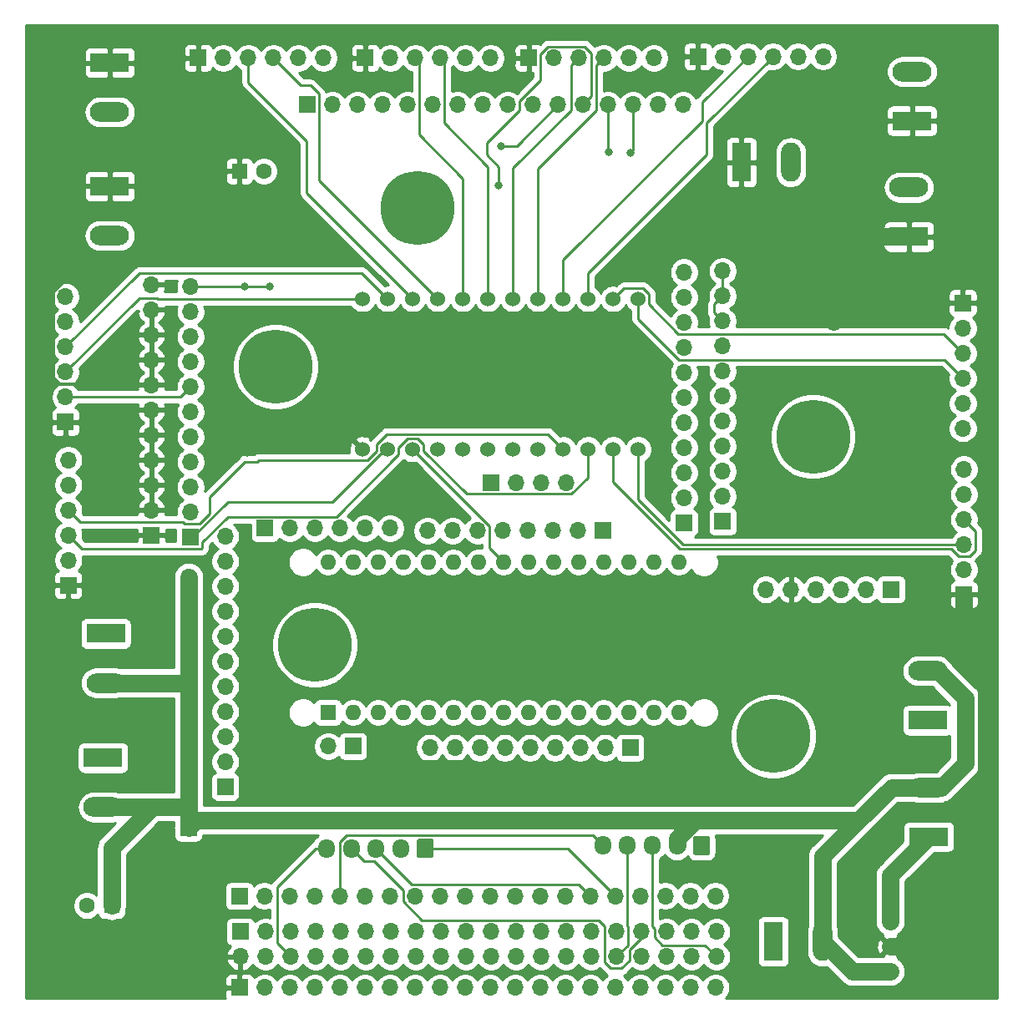
<source format=gbr>
%TF.GenerationSoftware,KiCad,Pcbnew,5.1.5+dfsg1-2build2*%
%TF.CreationDate,2021-04-16T14:35:20-05:00*%
%TF.ProjectId,Mercury 2021,4d657263-7572-4792-9032-3032312e6b69,rev?*%
%TF.SameCoordinates,Original*%
%TF.FileFunction,Copper,L1,Top*%
%TF.FilePolarity,Positive*%
%FSLAX46Y46*%
G04 Gerber Fmt 4.6, Leading zero omitted, Abs format (unit mm)*
G04 Created by KiCad (PCBNEW 5.1.5+dfsg1-2build2) date 2021-04-16 14:35:20*
%MOMM*%
%LPD*%
G04 APERTURE LIST*
%TA.AperFunction,ComponentPad*%
%ADD10R,1.700000X1.700000*%
%TD*%
%TA.AperFunction,ComponentPad*%
%ADD11O,1.700000X1.700000*%
%TD*%
%TA.AperFunction,ConnectorPad*%
%ADD12C,7.500000*%
%TD*%
%TA.AperFunction,ComponentPad*%
%ADD13C,4.700000*%
%TD*%
%TA.AperFunction,ComponentPad*%
%ADD14O,3.960000X1.980000*%
%TD*%
%TA.AperFunction,ComponentPad*%
%ADD15R,3.960000X1.980000*%
%TD*%
%TA.AperFunction,ComponentPad*%
%ADD16O,1.980000X3.960000*%
%TD*%
%TA.AperFunction,ComponentPad*%
%ADD17R,1.980000X3.960000*%
%TD*%
%TA.AperFunction,ComponentPad*%
%ADD18O,1.700000X1.950000*%
%TD*%
%TA.AperFunction,ComponentPad*%
%ADD19C,0.100000*%
%TD*%
%TA.AperFunction,ComponentPad*%
%ADD20C,1.524000*%
%TD*%
%TA.AperFunction,ComponentPad*%
%ADD21C,1.600000*%
%TD*%
%TA.AperFunction,ComponentPad*%
%ADD22R,1.600000X1.600000*%
%TD*%
%TA.AperFunction,ComponentPad*%
%ADD23O,1.600000X1.600000*%
%TD*%
%TA.AperFunction,ViaPad*%
%ADD24C,0.800000*%
%TD*%
%TA.AperFunction,ViaPad*%
%ADD25C,1.500000*%
%TD*%
%TA.AperFunction,Conductor*%
%ADD26C,0.250000*%
%TD*%
%TA.AperFunction,Conductor*%
%ADD27C,1.800000*%
%TD*%
%TA.AperFunction,Conductor*%
%ADD28C,0.254000*%
%TD*%
G04 APERTURE END LIST*
D10*
%TO.P,U12,1*%
%TO.N,/Motors/Pi14*%
X106680000Y-77470000D03*
D11*
%TO.P,U12,2*%
%TO.N,/Motors/Servo_OE*%
X104140000Y-77470000D03*
%TO.P,U12,3*%
%TO.N,/Motors/Pi05*%
X101600000Y-77470000D03*
%TO.P,U12,4*%
%TO.N,/Motors/Pi03*%
X99060000Y-77470000D03*
%TO.P,U12,5*%
%TO.N,5v_Rail*%
X96520000Y-77470000D03*
%TO.P,U12,6*%
%TO.N,/Motors/Servo_V+*%
X93980000Y-77470000D03*
%TD*%
D12*
%TO.P,H5,1*%
%TO.N,N/C*%
X48244760Y-83098640D03*
D13*
X48244760Y-83098640D03*
%TD*%
D12*
%TO.P,H4,1*%
%TO.N,N/C*%
X44246800Y-54889400D03*
D13*
X44246800Y-54889400D03*
%TD*%
D12*
%TO.P,H3,1*%
%TO.N,N/C*%
X94742000Y-92354400D03*
D13*
X94742000Y-92354400D03*
%TD*%
D12*
%TO.P,H2,1*%
%TO.N,N/C*%
X98755200Y-61976000D03*
D13*
X98755200Y-61976000D03*
%TD*%
D12*
%TO.P,H1,1*%
%TO.N,N/C*%
X58623200Y-38836600D03*
D13*
X58623200Y-38836600D03*
%TD*%
D14*
%TO.P,J31,2*%
%TO.N,GND_Rail*%
X27457400Y-41601400D03*
D15*
%TO.P,J31,1*%
%TO.N,5v_Rail*%
X27457400Y-36601400D03*
%TD*%
D14*
%TO.P,J4,2*%
%TO.N,11.1v_Rail*%
X110388400Y-85728800D03*
D15*
%TO.P,J4,1*%
%TO.N,GND_Rail*%
X110388400Y-90728800D03*
%TD*%
D14*
%TO.P,J5,2*%
%TO.N,GND_Rail*%
X108788200Y-24972000D03*
D15*
%TO.P,J5,1*%
%TO.N,5v_Rail*%
X108788200Y-29972000D03*
%TD*%
D16*
%TO.P,U12C1,2*%
%TO.N,GND_Rail*%
X96490800Y-34163000D03*
D17*
%TO.P,U12C1,1*%
%TO.N,5v_Rail*%
X91490800Y-34163000D03*
%TD*%
D18*
%TO.P,U13,5*%
%TO.N,/Motors/LM_GND*%
X49436000Y-103708200D03*
%TO.P,U13,4*%
%TO.N,/Motors/LM_PWM2_GPIO13*%
X51936000Y-103708200D03*
%TO.P,U13,3*%
%TO.N,/Motors/LM_DIR2_GPIO5*%
X54436000Y-103708200D03*
%TO.P,U13,2*%
%TO.N,11.1v_Rail*%
X56936000Y-103708200D03*
%TA.AperFunction,ComponentPad*%
D19*
%TO.P,U13,1*%
%TO.N,/Motors/LM_DIR1_GPIO6*%
G36*
X60060504Y-102734404D02*
G01*
X60084773Y-102738004D01*
X60108571Y-102743965D01*
X60131671Y-102752230D01*
X60153849Y-102762720D01*
X60174893Y-102775333D01*
X60194598Y-102789947D01*
X60212777Y-102806423D01*
X60229253Y-102824602D01*
X60243867Y-102844307D01*
X60256480Y-102865351D01*
X60266970Y-102887529D01*
X60275235Y-102910629D01*
X60281196Y-102934427D01*
X60284796Y-102958696D01*
X60286000Y-102983200D01*
X60286000Y-104433200D01*
X60284796Y-104457704D01*
X60281196Y-104481973D01*
X60275235Y-104505771D01*
X60266970Y-104528871D01*
X60256480Y-104551049D01*
X60243867Y-104572093D01*
X60229253Y-104591798D01*
X60212777Y-104609977D01*
X60194598Y-104626453D01*
X60174893Y-104641067D01*
X60153849Y-104653680D01*
X60131671Y-104664170D01*
X60108571Y-104672435D01*
X60084773Y-104678396D01*
X60060504Y-104681996D01*
X60036000Y-104683200D01*
X58836000Y-104683200D01*
X58811496Y-104681996D01*
X58787227Y-104678396D01*
X58763429Y-104672435D01*
X58740329Y-104664170D01*
X58718151Y-104653680D01*
X58697107Y-104641067D01*
X58677402Y-104626453D01*
X58659223Y-104609977D01*
X58642747Y-104591798D01*
X58628133Y-104572093D01*
X58615520Y-104551049D01*
X58605030Y-104528871D01*
X58596765Y-104505771D01*
X58590804Y-104481973D01*
X58587204Y-104457704D01*
X58586000Y-104433200D01*
X58586000Y-102983200D01*
X58587204Y-102958696D01*
X58590804Y-102934427D01*
X58596765Y-102910629D01*
X58605030Y-102887529D01*
X58615520Y-102865351D01*
X58628133Y-102844307D01*
X58642747Y-102824602D01*
X58659223Y-102806423D01*
X58677402Y-102789947D01*
X58697107Y-102775333D01*
X58718151Y-102762720D01*
X58740329Y-102752230D01*
X58763429Y-102743965D01*
X58787227Y-102738004D01*
X58811496Y-102734404D01*
X58836000Y-102733200D01*
X60036000Y-102733200D01*
X60060504Y-102734404D01*
G37*
%TD.AperFunction*%
%TD*%
D18*
%TO.P,U11,5*%
%TO.N,/Motors/Pi09*%
X77448400Y-103428800D03*
%TO.P,U11,4*%
%TO.N,/Motors/Pi32*%
X79948400Y-103428800D03*
%TO.P,U11,3*%
%TO.N,/Motors/Pi40*%
X82448400Y-103428800D03*
%TO.P,U11,2*%
%TO.N,11.1v_Rail*%
X84948400Y-103428800D03*
%TA.AperFunction,ComponentPad*%
D19*
%TO.P,U11,1*%
%TO.N,GND_Rail*%
G36*
X88072904Y-102455004D02*
G01*
X88097173Y-102458604D01*
X88120971Y-102464565D01*
X88144071Y-102472830D01*
X88166249Y-102483320D01*
X88187293Y-102495933D01*
X88206998Y-102510547D01*
X88225177Y-102527023D01*
X88241653Y-102545202D01*
X88256267Y-102564907D01*
X88268880Y-102585951D01*
X88279370Y-102608129D01*
X88287635Y-102631229D01*
X88293596Y-102655027D01*
X88297196Y-102679296D01*
X88298400Y-102703800D01*
X88298400Y-104153800D01*
X88297196Y-104178304D01*
X88293596Y-104202573D01*
X88287635Y-104226371D01*
X88279370Y-104249471D01*
X88268880Y-104271649D01*
X88256267Y-104292693D01*
X88241653Y-104312398D01*
X88225177Y-104330577D01*
X88206998Y-104347053D01*
X88187293Y-104361667D01*
X88166249Y-104374280D01*
X88144071Y-104384770D01*
X88120971Y-104393035D01*
X88097173Y-104398996D01*
X88072904Y-104402596D01*
X88048400Y-104403800D01*
X86848400Y-104403800D01*
X86823896Y-104402596D01*
X86799627Y-104398996D01*
X86775829Y-104393035D01*
X86752729Y-104384770D01*
X86730551Y-104374280D01*
X86709507Y-104361667D01*
X86689802Y-104347053D01*
X86671623Y-104330577D01*
X86655147Y-104312398D01*
X86640533Y-104292693D01*
X86627920Y-104271649D01*
X86617430Y-104249471D01*
X86609165Y-104226371D01*
X86603204Y-104202573D01*
X86599604Y-104178304D01*
X86598400Y-104153800D01*
X86598400Y-102703800D01*
X86599604Y-102679296D01*
X86603204Y-102655027D01*
X86609165Y-102631229D01*
X86617430Y-102608129D01*
X86627920Y-102585951D01*
X86640533Y-102564907D01*
X86655147Y-102545202D01*
X86671623Y-102527023D01*
X86689802Y-102510547D01*
X86709507Y-102495933D01*
X86730551Y-102483320D01*
X86752729Y-102472830D01*
X86775829Y-102464565D01*
X86799627Y-102458604D01*
X86823896Y-102455004D01*
X86848400Y-102453800D01*
X88048400Y-102453800D01*
X88072904Y-102455004D01*
G37*
%TD.AperFunction*%
%TD*%
D20*
%TO.P,U10,20*%
%TO.N,/Sensors/SCL7*%
X53086000Y-48031400D03*
%TO.P,U10,19*%
%TO.N,/Sensors/SDA7*%
X55626000Y-48031400D03*
%TO.P,U10,18*%
%TO.N,/Sensors/SCL6*%
X58166000Y-48031400D03*
%TO.P,U10,17*%
%TO.N,/Sensors/SDA6*%
X60706000Y-48031400D03*
%TO.P,U10,16*%
%TO.N,/Sensors/SCL5*%
X63246000Y-48031400D03*
%TO.P,U10,15*%
%TO.N,/Sensors/SDA5*%
X65786000Y-48031400D03*
%TO.P,U10,14*%
%TO.N,/Sensors/SCL4*%
X68326000Y-48031400D03*
%TO.P,U10,13*%
%TO.N,/Sensors/SDA4*%
X70866000Y-48031400D03*
%TO.P,U10,11*%
%TO.N,/Sensors/SCL3*%
X73406000Y-48031400D03*
%TO.P,U10,10*%
%TO.N,/Sensors/SDA3*%
X75946000Y-48031400D03*
%TO.P,U10,9*%
%TO.N,/Sensors/SCL2*%
X78486000Y-48031400D03*
%TO.P,U10,8*%
%TO.N,/Sensors/SDA2*%
X81026000Y-48031400D03*
%TO.P,U10,7*%
%TO.N,/Sensors/SCL1*%
X81026000Y-63271400D03*
%TO.P,U10,6*%
%TO.N,/Sensors/SDA1*%
X78486000Y-63271400D03*
%TO.P,U10,5*%
%TO.N,/Sensors/SCL0*%
X75946000Y-63271400D03*
%TO.P,U10,4*%
%TO.N,/Sensors/SDA0*%
X73406000Y-63271400D03*
%TO.P,U10,21*%
%TO.N,/Sensors/MP_A2*%
X70866000Y-63271400D03*
%TO.P,U10,2*%
%TO.N,/Sensors/MP_A1*%
X68326000Y-63271400D03*
%TO.P,U10,1*%
%TO.N,/Sensors/MP_A0*%
X65786000Y-63271400D03*
%TO.P,U10,3*%
%TO.N,/Sensors/MP_Reset*%
X63246000Y-63271400D03*
%TO.P,U10,22*%
%TO.N,/Sensors/SCL*%
X60706000Y-63271400D03*
%TO.P,U10,23*%
%TO.N,/Sensors/SDA*%
X58166000Y-63271400D03*
%TO.P,U10,12*%
%TO.N,GND_Rail*%
X55626000Y-63271400D03*
%TO.P,U10,24*%
%TO.N,5v_Rail*%
X53086000Y-63271400D03*
%TD*%
D11*
%TO.P,U9,2*%
%TO.N,GND_Rail*%
X89611200Y-23444200D03*
%TO.P,U9,3*%
%TO.N,/Sensors/SCL3*%
X92151200Y-23444200D03*
%TO.P,U9,6*%
%TO.N,/Sensors/Sense3_XShut*%
X99771200Y-23444200D03*
D10*
%TO.P,U9,1*%
%TO.N,5v_Rail*%
X87071200Y-23444200D03*
D11*
%TO.P,U9,4*%
%TO.N,/Sensors/SDA3*%
X94691200Y-23444200D03*
%TO.P,U9,5*%
%TO.N,/Sensors/Sense3_GPIO*%
X97231200Y-23444200D03*
%TD*%
%TO.P,U8,2*%
%TO.N,GND_Rail*%
X22961600Y-57962800D03*
%TO.P,U8,3*%
%TO.N,/Sensors/SCL7*%
X22961600Y-55422800D03*
%TO.P,U8,6*%
%TO.N,/Sensors/Sense7_XShut*%
X22961600Y-47802800D03*
D10*
%TO.P,U8,1*%
%TO.N,5v_Rail*%
X22961600Y-60502800D03*
D11*
%TO.P,U8,4*%
%TO.N,/Sensors/SDA7*%
X22961600Y-52882800D03*
%TO.P,U8,5*%
%TO.N,/Sensors/Sense7_GPIO*%
X22961600Y-50342800D03*
%TD*%
%TO.P,U7,2*%
%TO.N,GND_Rail*%
X113944400Y-50977800D03*
%TO.P,U7,3*%
%TO.N,/Sensors/SCL2*%
X113944400Y-53517800D03*
%TO.P,U7,6*%
%TO.N,/Sensors/Sense2_XShut*%
X113944400Y-61137800D03*
D10*
%TO.P,U7,1*%
%TO.N,5v_Rail*%
X113944400Y-48437800D03*
D11*
%TO.P,U7,4*%
%TO.N,/Sensors/SDA2*%
X113944400Y-56057800D03*
%TO.P,U7,5*%
%TO.N,/Sensors/Sense2_GPIO*%
X113944400Y-58597800D03*
%TD*%
%TO.P,U6,2*%
%TO.N,GND_Rail*%
X38963600Y-23596600D03*
%TO.P,U6,3*%
%TO.N,/Sensors/SCL6*%
X41503600Y-23596600D03*
%TO.P,U6,6*%
%TO.N,/Sensors/Sense6_XShut*%
X49123600Y-23596600D03*
D10*
%TO.P,U6,1*%
%TO.N,5v_Rail*%
X36423600Y-23596600D03*
D11*
%TO.P,U6,4*%
%TO.N,/Sensors/SDA6*%
X44043600Y-23596600D03*
%TO.P,U6,5*%
%TO.N,/Sensors/Sense6_GPIO*%
X46583600Y-23596600D03*
%TD*%
%TO.P,U5,2*%
%TO.N,GND_Rail*%
X114046000Y-75463400D03*
%TO.P,U5,3*%
%TO.N,/Sensors/SCL1*%
X114046000Y-72923400D03*
%TO.P,U5,6*%
%TO.N,/Sensors/Sense1_XShut*%
X114046000Y-65303400D03*
D10*
%TO.P,U5,1*%
%TO.N,5v_Rail*%
X114046000Y-78003400D03*
D11*
%TO.P,U5,4*%
%TO.N,/Sensors/SDA1*%
X114046000Y-70383400D03*
%TO.P,U5,5*%
%TO.N,/Sensors/Sense1_GPIO*%
X114046000Y-67843400D03*
%TD*%
%TO.P,U4,2*%
%TO.N,GND_Rail*%
X55905400Y-23596600D03*
%TO.P,U4,3*%
%TO.N,/Sensors/SCL5*%
X58445400Y-23596600D03*
%TO.P,U4,6*%
%TO.N,/Sensors/Sense5_XShut*%
X66065400Y-23596600D03*
D10*
%TO.P,U4,1*%
%TO.N,5v_Rail*%
X53365400Y-23596600D03*
D11*
%TO.P,U4,4*%
%TO.N,/Sensors/SDA5*%
X60985400Y-23596600D03*
%TO.P,U4,5*%
%TO.N,/Sensors/Sense5_GPIO*%
X63525400Y-23596600D03*
%TD*%
%TO.P,U3,2*%
%TO.N,GND_Rail*%
X23241000Y-74498200D03*
%TO.P,U3,3*%
%TO.N,/Sensors/SCL0*%
X23241000Y-71958200D03*
%TO.P,U3,6*%
%TO.N,/Sensors/Sense0_XShut*%
X23241000Y-64338200D03*
D10*
%TO.P,U3,1*%
%TO.N,5v_Rail*%
X23241000Y-77038200D03*
D11*
%TO.P,U3,4*%
%TO.N,/Sensors/SDA0*%
X23241000Y-69418200D03*
%TO.P,U3,5*%
%TO.N,/Sensors/Sense0_GPIO*%
X23241000Y-66878200D03*
%TD*%
%TO.P,U2,2*%
%TO.N,GND_Rail*%
X72466200Y-23596600D03*
%TO.P,U2,3*%
%TO.N,/Sensors/SCL4*%
X75006200Y-23596600D03*
%TO.P,U2,6*%
%TO.N,/Sensors/Sense4_XShut*%
X82626200Y-23596600D03*
D10*
%TO.P,U2,1*%
%TO.N,5v_Rail*%
X69926200Y-23596600D03*
D11*
%TO.P,U2,4*%
%TO.N,/Sensors/SDA4*%
X77546200Y-23596600D03*
%TO.P,U2,5*%
%TO.N,/Sensors/Sense4_GPIO*%
X80086200Y-23596600D03*
%TD*%
D20*
%TO.P,U1,3*%
%TO.N,11.1v_Rail*%
X106578400Y-116205000D03*
%TO.P,U1,2*%
%TO.N,5v_Rail*%
X106578400Y-113665000D03*
%TO.P,U1,1*%
%TO.N,GND_Rail*%
X106578400Y-111125000D03*
%TD*%
D11*
%TO.P,J37,11*%
%TO.N,GND_Rail*%
X39166800Y-72085200D03*
%TO.P,J37,10*%
X39166800Y-74625200D03*
%TO.P,J37,9*%
X39166800Y-77165200D03*
%TO.P,J37,8*%
X39166800Y-79705200D03*
%TO.P,J37,7*%
X39166800Y-82245200D03*
%TO.P,J37,6*%
X39166800Y-84785200D03*
%TO.P,J37,5*%
X39166800Y-87325200D03*
%TO.P,J37,4*%
X39166800Y-89865200D03*
%TO.P,J37,3*%
X39166800Y-92405200D03*
%TO.P,J37,2*%
X39166800Y-94945200D03*
D10*
%TO.P,J37,1*%
X39166800Y-97485200D03*
%TD*%
D11*
%TO.P,J36,11*%
%TO.N,GND_Rail*%
X89585800Y-45186600D03*
%TO.P,J36,10*%
X89585800Y-47726600D03*
%TO.P,J36,9*%
X89585800Y-50266600D03*
%TO.P,J36,8*%
X89585800Y-52806600D03*
%TO.P,J36,7*%
X89585800Y-55346600D03*
%TO.P,J36,6*%
X89585800Y-57886600D03*
%TO.P,J36,5*%
X89585800Y-60426600D03*
%TO.P,J36,4*%
X89585800Y-62966600D03*
%TO.P,J36,3*%
X89585800Y-65506600D03*
%TO.P,J36,2*%
X89585800Y-68046600D03*
D10*
%TO.P,J36,1*%
X89585800Y-70586600D03*
%TD*%
D14*
%TO.P,J33,2*%
%TO.N,GND_Rail*%
X108469700Y-36716800D03*
D15*
%TO.P,J33,1*%
%TO.N,5v_Rail*%
X108469700Y-41716800D03*
%TD*%
D14*
%TO.P,J32,2*%
%TO.N,11.1v_Rail*%
X27051000Y-86940400D03*
D15*
%TO.P,J32,1*%
%TO.N,GND_Rail*%
X27051000Y-81940400D03*
%TD*%
D14*
%TO.P,J30,2*%
%TO.N,11.1v_Rail*%
X26771600Y-99538800D03*
D15*
%TO.P,J30,1*%
%TO.N,GND_Rail*%
X26771600Y-94538800D03*
%TD*%
D11*
%TO.P,J21,4*%
%TO.N,/Sensors/MP_Reset*%
X73710800Y-66624200D03*
%TO.P,J21,3*%
%TO.N,/Sensors/MP_A2*%
X71170800Y-66624200D03*
%TO.P,J21,2*%
%TO.N,/Sensors/MP_A1*%
X68630800Y-66624200D03*
D10*
%TO.P,J21,1*%
%TO.N,/Sensors/MP_A0*%
X66090800Y-66624200D03*
%TD*%
D11*
%TO.P,J20,8*%
%TO.N,/Sensors/Arduino_A8*%
X59664600Y-71526400D03*
%TO.P,J20,7*%
%TO.N,/Sensors/Arduino_A7*%
X62204600Y-71526400D03*
%TO.P,J20,6*%
%TO.N,/Sensors/NCb*%
X64744600Y-71526400D03*
%TO.P,J20,5*%
%TO.N,/Sensors/NCa*%
X67284600Y-71526400D03*
%TO.P,J20,4*%
%TO.N,/Sensors/Arduino_A3*%
X69824600Y-71526400D03*
%TO.P,J20,3*%
%TO.N,/Sensors/Arduino_A2*%
X72364600Y-71526400D03*
%TO.P,J20,2*%
%TO.N,/Sensors/Arduino_A1*%
X74904600Y-71526400D03*
D10*
%TO.P,J20,1*%
%TO.N,/Sensors/Arduino_A0*%
X77444600Y-71526400D03*
%TD*%
D11*
%TO.P,J19,9*%
%TO.N,/Sensors/Arduino_D2*%
X59893200Y-93522800D03*
%TO.P,J19,8*%
%TO.N,/Sensors/Arduino_D3*%
X62433200Y-93522800D03*
%TO.P,J19,7*%
%TO.N,/Sensors/Arduino_D4*%
X64973200Y-93522800D03*
%TO.P,J19,6*%
%TO.N,/Sensors/Arduino_D5*%
X67513200Y-93522800D03*
%TO.P,J19,5*%
%TO.N,/Sensors/Arduino_D6*%
X70053200Y-93522800D03*
%TO.P,J19,4*%
%TO.N,/Sensors/Arduino_D7*%
X72593200Y-93522800D03*
%TO.P,J19,3*%
%TO.N,/Sensors/Arduino_D8*%
X75133200Y-93522800D03*
%TO.P,J19,2*%
%TO.N,/Sensors/Arduino_D9*%
X77673200Y-93522800D03*
D10*
%TO.P,J19,1*%
%TO.N,/Sensors/Arduino_D10*%
X80213200Y-93522800D03*
%TD*%
D11*
%TO.P,J18,2*%
%TO.N,/Sensors/Arduino_Tx*%
X49580800Y-93370400D03*
D10*
%TO.P,J18,1*%
%TO.N,/Sensors/Arduino_Rx*%
X52120800Y-93370400D03*
%TD*%
D11*
%TO.P,J17,6*%
%TO.N,/Sensors/Arduino_Reset*%
X55880000Y-71272400D03*
%TO.P,J17,5*%
%TO.N,/Sensors/Arduino_5v*%
X53340000Y-71272400D03*
%TO.P,J17,4*%
%TO.N,Net-(J17-Pad4)*%
X50800000Y-71272400D03*
%TO.P,J17,3*%
%TO.N,/Sensors/Arduino_GND*%
X48260000Y-71272400D03*
%TO.P,J17,2*%
%TO.N,/Sensors/Arduino_VIN*%
X45720000Y-71272400D03*
D10*
%TO.P,J17,1*%
%TO.N,/Sensors/Arduino_AREF*%
X43180000Y-71272400D03*
%TD*%
D11*
%TO.P,J16,16*%
%TO.N,/Sensors/Sense0_GPIO*%
X85572600Y-28346400D03*
%TO.P,J16,15*%
%TO.N,/Sensors/Sense0_XShut*%
X83032600Y-28346400D03*
%TO.P,J16,14*%
%TO.N,/Sensors/Sense1_GPIO*%
X80492600Y-28346400D03*
%TO.P,J16,13*%
%TO.N,/Sensors/Sense1_XShut*%
X77952600Y-28346400D03*
%TO.P,J16,12*%
%TO.N,/Sensors/Sense2_GPIO*%
X75412600Y-28346400D03*
%TO.P,J16,11*%
%TO.N,/Sensors/Sense2_XShut*%
X72872600Y-28346400D03*
%TO.P,J16,10*%
%TO.N,/Sensors/Sense3_GPIO*%
X70332600Y-28346400D03*
%TO.P,J16,9*%
%TO.N,/Sensors/Sense3_XShut*%
X67792600Y-28346400D03*
%TO.P,J16,8*%
%TO.N,/Sensors/Sense4_GPIO*%
X65252600Y-28346400D03*
%TO.P,J16,7*%
%TO.N,/Sensors/Sense4_XShut*%
X62712600Y-28346400D03*
%TO.P,J16,6*%
%TO.N,/Sensors/Sense5_GPIO*%
X60172600Y-28346400D03*
%TO.P,J16,5*%
%TO.N,/Sensors/Sense5_XShut*%
X57632600Y-28346400D03*
%TO.P,J16,4*%
%TO.N,/Sensors/Sense6_GPIO*%
X55092600Y-28346400D03*
%TO.P,J16,3*%
%TO.N,/Sensors/Sense6_XShut*%
X52552600Y-28346400D03*
%TO.P,J16,2*%
%TO.N,/Sensors/Sense7_GPIO*%
X50012600Y-28346400D03*
D10*
%TO.P,J16,1*%
%TO.N,/Sensors/Sense7_XShut*%
X47472600Y-28346400D03*
%TD*%
D11*
%TO.P,J15,40*%
%TO.N,/Motors/Pi40*%
X88950800Y-114706400D03*
%TO.P,J15,39*%
%TO.N,GND_Rail*%
X88950800Y-112166400D03*
%TO.P,J15,38*%
%TO.N,/Motors/Pi38*%
X86410800Y-114706400D03*
%TO.P,J15,37*%
%TO.N,/Motors/Pi37*%
X86410800Y-112166400D03*
%TO.P,J15,36*%
%TO.N,/Motors/Pi36*%
X83870800Y-114706400D03*
%TO.P,J15,35*%
%TO.N,/Motors/LM_PWM1_GPIO19*%
X83870800Y-112166400D03*
%TO.P,J15,34*%
%TO.N,/Motors/Pi34*%
X81330800Y-114706400D03*
%TO.P,J15,33*%
%TO.N,/Motors/LM_PWM2_GPIO13*%
X81330800Y-112166400D03*
%TO.P,J15,32*%
%TO.N,/Motors/Pi32*%
X78790800Y-114706400D03*
%TO.P,J15,31*%
%TO.N,/Motors/LM_DIR1_GPIO6*%
X78790800Y-112166400D03*
%TO.P,J15,30*%
%TO.N,/Motors/Pi30*%
X76250800Y-114706400D03*
%TO.P,J15,29*%
%TO.N,/Motors/LM_DIR2_GPIO5*%
X76250800Y-112166400D03*
%TO.P,J15,28*%
%TO.N,/Motors/Pi28*%
X73710800Y-114706400D03*
%TO.P,J15,27*%
%TO.N,/Motors/Pi27*%
X73710800Y-112166400D03*
%TO.P,J15,26*%
%TO.N,/Motors/Pi26*%
X71170800Y-114706400D03*
%TO.P,J15,25*%
%TO.N,/Motors/Pi25*%
X71170800Y-112166400D03*
%TO.P,J15,24*%
%TO.N,/Motors/Pi24*%
X68630800Y-114706400D03*
%TO.P,J15,23*%
%TO.N,/Motors/Pi23*%
X68630800Y-112166400D03*
%TO.P,J15,22*%
%TO.N,/Motors/Pi22*%
X66090800Y-114706400D03*
%TO.P,J15,21*%
%TO.N,/Motors/Pi21*%
X66090800Y-112166400D03*
%TO.P,J15,20*%
%TO.N,/Motors/Pi20*%
X63550800Y-114706400D03*
%TO.P,J15,19*%
%TO.N,/Motors/Pi19*%
X63550800Y-112166400D03*
%TO.P,J15,18*%
%TO.N,/Motors/Pi18*%
X61010800Y-114706400D03*
%TO.P,J15,17*%
%TO.N,/Motors/Pi17*%
X61010800Y-112166400D03*
%TO.P,J15,16*%
%TO.N,/Motors/Pi16*%
X58470800Y-114706400D03*
%TO.P,J15,15*%
%TO.N,/Motors/Pi15*%
X58470800Y-112166400D03*
%TO.P,J15,14*%
%TO.N,/Motors/Pi14*%
X55930800Y-114706400D03*
%TO.P,J15,13*%
%TO.N,/Motors/Pi13*%
X55930800Y-112166400D03*
%TO.P,J15,12*%
%TO.N,/Motors/Pi12*%
X53390800Y-114706400D03*
%TO.P,J15,11*%
%TO.N,/Motors/Pi11*%
X53390800Y-112166400D03*
%TO.P,J15,10*%
%TO.N,/Motors/Pi10*%
X50850800Y-114706400D03*
%TO.P,J15,9*%
%TO.N,/Motors/Pi09*%
X50850800Y-112166400D03*
%TO.P,J15,8*%
%TO.N,/Motors/Pi08*%
X48310800Y-114706400D03*
%TO.P,J15,7*%
%TO.N,/Motors/Pi07*%
X48310800Y-112166400D03*
%TO.P,J15,6*%
%TO.N,/Motors/LM_GND*%
X45770800Y-114706400D03*
%TO.P,J15,5*%
%TO.N,/Motors/Pi05*%
X45770800Y-112166400D03*
%TO.P,J15,4*%
%TO.N,/Motors/Pi04*%
X43230800Y-114706400D03*
%TO.P,J15,3*%
%TO.N,/Motors/Pi03*%
X43230800Y-112166400D03*
%TO.P,J15,2*%
%TO.N,5v_Rail*%
X40690800Y-114706400D03*
D10*
%TO.P,J15,1*%
%TO.N,/Motors/Pi01*%
X40690800Y-112166400D03*
%TD*%
D14*
%TO.P,J14,2*%
%TO.N,GND_Rail*%
X27457400Y-29083000D03*
D15*
%TO.P,J14,1*%
%TO.N,5v_Rail*%
X27457400Y-24083000D03*
%TD*%
D14*
%TO.P,J13,2*%
%TO.N,11.1v_Rail*%
X110490000Y-97539800D03*
D15*
%TO.P,J13,1*%
%TO.N,GND_Rail*%
X110490000Y-102539800D03*
%TD*%
D11*
%TO.P,J10,11*%
%TO.N,3.3v_Rail*%
X85674200Y-45313600D03*
%TO.P,J10,10*%
X85674200Y-47853600D03*
%TO.P,J10,9*%
X85674200Y-50393600D03*
%TO.P,J10,8*%
X85674200Y-52933600D03*
%TO.P,J10,7*%
X85674200Y-55473600D03*
%TO.P,J10,6*%
X85674200Y-58013600D03*
%TO.P,J10,5*%
X85674200Y-60553600D03*
%TO.P,J10,4*%
X85674200Y-63093600D03*
%TO.P,J10,3*%
X85674200Y-65633600D03*
%TO.P,J10,2*%
X85674200Y-68173600D03*
D10*
%TO.P,J10,1*%
X85674200Y-70713600D03*
%TD*%
D11*
%TO.P,J9,11*%
%TO.N,11.1v_Rail*%
X35433000Y-76225400D03*
%TO.P,J9,10*%
X35433000Y-78765400D03*
%TO.P,J9,9*%
X35433000Y-81305400D03*
%TO.P,J9,8*%
X35433000Y-83845400D03*
%TO.P,J9,7*%
X35433000Y-86385400D03*
%TO.P,J9,6*%
X35433000Y-88925400D03*
%TO.P,J9,5*%
X35433000Y-91465400D03*
%TO.P,J9,4*%
X35433000Y-94005400D03*
%TO.P,J9,3*%
X35433000Y-96545400D03*
%TO.P,J9,2*%
X35433000Y-99085400D03*
D10*
%TO.P,J9,1*%
X35433000Y-101625400D03*
%TD*%
D11*
%TO.P,J8,11*%
%TO.N,GND_Rail*%
X35636200Y-46786800D03*
%TO.P,J8,10*%
X35636200Y-49326800D03*
%TO.P,J8,9*%
X35636200Y-51866800D03*
%TO.P,J8,8*%
X35636200Y-54406800D03*
%TO.P,J8,7*%
X35636200Y-56946800D03*
%TO.P,J8,6*%
X35636200Y-59486800D03*
%TO.P,J8,5*%
X35636200Y-62026800D03*
%TO.P,J8,4*%
X35636200Y-64566800D03*
%TO.P,J8,3*%
X35636200Y-67106800D03*
%TO.P,J8,2*%
X35636200Y-69646800D03*
D10*
%TO.P,J8,1*%
X35636200Y-72186800D03*
%TD*%
D11*
%TO.P,J7,11*%
%TO.N,5v_Rail*%
X31673800Y-46583600D03*
%TO.P,J7,10*%
X31673800Y-49123600D03*
%TO.P,J7,9*%
X31673800Y-51663600D03*
%TO.P,J7,8*%
X31673800Y-54203600D03*
%TO.P,J7,7*%
X31673800Y-56743600D03*
%TO.P,J7,6*%
X31673800Y-59283600D03*
%TO.P,J7,5*%
X31673800Y-61823600D03*
%TO.P,J7,4*%
X31673800Y-64363600D03*
%TO.P,J7,3*%
X31673800Y-66903600D03*
%TO.P,J7,2*%
X31673800Y-69443600D03*
D10*
%TO.P,J7,1*%
X31673800Y-71983600D03*
%TD*%
D21*
%TO.P,C2,2*%
%TO.N,GND_Rail*%
X43089200Y-35077400D03*
D22*
%TO.P,C2,1*%
%TO.N,5v_Rail*%
X40589200Y-35077400D03*
%TD*%
D21*
%TO.P,C1,2*%
%TO.N,GND_Rail*%
X25135200Y-109524800D03*
D22*
%TO.P,C1,1*%
%TO.N,11.1v_Rail*%
X27635200Y-109524800D03*
%TD*%
D23*
%TO.P,A1,16*%
%TO.N,Net-(A1-Pad16)*%
X85140800Y-74701400D03*
%TO.P,A1,15*%
%TO.N,Net-(A1-Pad15)*%
X85140800Y-89941400D03*
%TO.P,A1,30*%
%TO.N,/Sensors/Arduino_VIN*%
X49580800Y-74701400D03*
%TO.P,A1,14*%
%TO.N,Net-(A1-Pad14)*%
X82600800Y-89941400D03*
%TO.P,A1,29*%
%TO.N,/Sensors/Arduino_GND*%
X52120800Y-74701400D03*
%TO.P,A1,13*%
%TO.N,/Sensors/Arduino_D10*%
X80060800Y-89941400D03*
%TO.P,A1,28*%
%TO.N,Net-(A1-Pad28)*%
X54660800Y-74701400D03*
%TO.P,A1,12*%
%TO.N,/Sensors/Arduino_D9*%
X77520800Y-89941400D03*
%TO.P,A1,27*%
%TO.N,/Sensors/Arduino_5v*%
X57200800Y-74701400D03*
%TO.P,A1,11*%
%TO.N,/Sensors/Arduino_D8*%
X74980800Y-89941400D03*
%TO.P,A1,26*%
%TO.N,/Sensors/Arduino_A8*%
X59740800Y-74701400D03*
%TO.P,A1,10*%
%TO.N,/Sensors/Arduino_D7*%
X72440800Y-89941400D03*
%TO.P,A1,25*%
%TO.N,/Sensors/Arduino_A7*%
X62280800Y-74701400D03*
%TO.P,A1,9*%
%TO.N,/Sensors/Arduino_D6*%
X69900800Y-89941400D03*
%TO.P,A1,24*%
%TO.N,/Sensors/SCL*%
X64820800Y-74701400D03*
%TO.P,A1,8*%
%TO.N,/Sensors/Arduino_D5*%
X67360800Y-89941400D03*
%TO.P,A1,23*%
%TO.N,/Sensors/SDA*%
X67360800Y-74701400D03*
%TO.P,A1,7*%
%TO.N,/Sensors/Arduino_D4*%
X64820800Y-89941400D03*
%TO.P,A1,22*%
%TO.N,/Sensors/Arduino_A3*%
X69900800Y-74701400D03*
%TO.P,A1,6*%
%TO.N,/Sensors/Arduino_D3*%
X62280800Y-89941400D03*
%TO.P,A1,21*%
%TO.N,/Sensors/Arduino_A2*%
X72440800Y-74701400D03*
%TO.P,A1,5*%
%TO.N,/Sensors/Arduino_D2*%
X59740800Y-89941400D03*
%TO.P,A1,20*%
%TO.N,/Sensors/Arduino_A1*%
X74980800Y-74701400D03*
%TO.P,A1,4*%
%TO.N,/Sensors/Arduino_GND*%
X57200800Y-89941400D03*
%TO.P,A1,19*%
%TO.N,/Sensors/Arduino_A0*%
X77520800Y-74701400D03*
%TO.P,A1,3*%
%TO.N,/Sensors/Arduino_Reset*%
X54660800Y-89941400D03*
%TO.P,A1,18*%
%TO.N,/Sensors/Arduino_AREF*%
X80060800Y-74701400D03*
%TO.P,A1,2*%
%TO.N,/Sensors/Arduino_Rx*%
X52120800Y-89941400D03*
%TO.P,A1,17*%
%TO.N,3.3v_Rail*%
X82600800Y-74701400D03*
D22*
%TO.P,A1,1*%
%TO.N,/Sensors/Arduino_Tx*%
X49580800Y-89941400D03*
%TD*%
D17*
%TO.P,J1,1*%
%TO.N,GND_Rail*%
X94716600Y-113157000D03*
D16*
%TO.P,J1,2*%
%TO.N,11.1v_Rail*%
X99716600Y-113157000D03*
%TD*%
D11*
%TO.P,J2,20*%
%TO.N,GND_Rail*%
X88849200Y-108534200D03*
%TO.P,J2,19*%
%TO.N,/Motors/Pi37*%
X86309200Y-108534200D03*
%TO.P,J2,18*%
%TO.N,/Motors/LM_PWM1_GPIO19*%
X83769200Y-108534200D03*
%TO.P,J2,17*%
%TO.N,/Motors/LM_PWM2_GPIO13*%
X81229200Y-108534200D03*
%TO.P,J2,16*%
%TO.N,/Motors/LM_DIR1_GPIO6*%
X78689200Y-108534200D03*
%TO.P,J2,15*%
%TO.N,/Motors/LM_DIR2_GPIO5*%
X76149200Y-108534200D03*
%TO.P,J2,14*%
%TO.N,/Motors/Pi27*%
X73609200Y-108534200D03*
%TO.P,J2,13*%
%TO.N,/Motors/Pi25*%
X71069200Y-108534200D03*
%TO.P,J2,12*%
%TO.N,/Motors/Pi23*%
X68529200Y-108534200D03*
%TO.P,J2,11*%
%TO.N,/Motors/Pi21*%
X65989200Y-108534200D03*
%TO.P,J2,10*%
%TO.N,/Motors/Pi19*%
X63449200Y-108534200D03*
%TO.P,J2,9*%
%TO.N,/Motors/Pi17*%
X60909200Y-108534200D03*
%TO.P,J2,8*%
%TO.N,/Motors/Pi15*%
X58369200Y-108534200D03*
%TO.P,J2,7*%
%TO.N,/Motors/Pi13*%
X55829200Y-108534200D03*
%TO.P,J2,6*%
%TO.N,/Motors/Pi11*%
X53289200Y-108534200D03*
%TO.P,J2,5*%
%TO.N,/Motors/Pi09*%
X50749200Y-108534200D03*
%TO.P,J2,4*%
%TO.N,/Motors/Pi07*%
X48209200Y-108534200D03*
%TO.P,J2,3*%
%TO.N,/Motors/Pi05*%
X45669200Y-108534200D03*
%TO.P,J2,2*%
%TO.N,/Motors/Pi03*%
X43129200Y-108534200D03*
D10*
%TO.P,J2,1*%
%TO.N,/Motors/Pi01*%
X40589200Y-108534200D03*
%TD*%
%TO.P,J3,1*%
%TO.N,5v_Rail*%
X40614600Y-117830600D03*
D11*
%TO.P,J3,2*%
%TO.N,/Motors/Pi04*%
X43154600Y-117830600D03*
%TO.P,J3,3*%
%TO.N,/Motors/LM_GND*%
X45694600Y-117830600D03*
%TO.P,J3,4*%
%TO.N,/Motors/Pi08*%
X48234600Y-117830600D03*
%TO.P,J3,5*%
%TO.N,/Motors/Pi10*%
X50774600Y-117830600D03*
%TO.P,J3,6*%
%TO.N,/Motors/Pi12*%
X53314600Y-117830600D03*
%TO.P,J3,7*%
%TO.N,/Motors/Pi14*%
X55854600Y-117830600D03*
%TO.P,J3,8*%
%TO.N,/Motors/Pi16*%
X58394600Y-117830600D03*
%TO.P,J3,9*%
%TO.N,/Motors/Pi18*%
X60934600Y-117830600D03*
%TO.P,J3,10*%
%TO.N,/Motors/Pi20*%
X63474600Y-117830600D03*
%TO.P,J3,11*%
%TO.N,/Motors/Pi22*%
X66014600Y-117830600D03*
%TO.P,J3,12*%
%TO.N,/Motors/Pi24*%
X68554600Y-117830600D03*
%TO.P,J3,13*%
%TO.N,/Motors/Pi26*%
X71094600Y-117830600D03*
%TO.P,J3,14*%
%TO.N,/Motors/Pi28*%
X73634600Y-117830600D03*
%TO.P,J3,15*%
%TO.N,/Motors/Pi30*%
X76174600Y-117830600D03*
%TO.P,J3,16*%
%TO.N,/Motors/Pi32*%
X78714600Y-117830600D03*
%TO.P,J3,17*%
%TO.N,/Motors/Pi34*%
X81254600Y-117830600D03*
%TO.P,J3,18*%
%TO.N,/Motors/Pi36*%
X83794600Y-117830600D03*
%TO.P,J3,19*%
%TO.N,/Motors/Pi38*%
X86334600Y-117830600D03*
%TO.P,J3,20*%
%TO.N,/Motors/Pi40*%
X88874600Y-117830600D03*
%TD*%
D24*
%TO.N,/Sensors/Sense2_XShut*%
X67106800Y-32512000D03*
%TO.N,/Sensors/Sense2_GPIO*%
X66878200Y-36525200D03*
%TO.N,/Sensors/Sense1_XShut*%
X78079600Y-33147000D03*
%TO.N,/Sensors/Sense1_GPIO*%
X80276700Y-33185100D03*
%TO.N,GND_Rail*%
X43688000Y-46736000D03*
X41148000Y-46736000D03*
D25*
%TO.N,11.1v_Rail*%
X56896000Y-100838000D03*
%TO.N,5v_Rail*%
X43180000Y-98298000D03*
X41402000Y-76454000D03*
X41427400Y-63271400D03*
X109728000Y-69342000D03*
X100838000Y-50292000D03*
D24*
X27178000Y-47244000D03*
X28194000Y-46228000D03*
%TD*%
D26*
%TO.N,/Sensors/SDA*%
X65919601Y-71025001D02*
X58166000Y-63271400D01*
X65919601Y-73260201D02*
X65919601Y-71025001D01*
X67360800Y-74701400D02*
X65919601Y-73260201D01*
%TO.N,/Motors/LM_GND*%
X48336000Y-103708200D02*
X49436000Y-103708200D01*
X44405801Y-107638399D02*
X48336000Y-103708200D01*
X44405801Y-113341401D02*
X44405801Y-107638399D01*
X45770800Y-114706400D02*
X44405801Y-113341401D01*
%TO.N,/Motors/LM_DIR2_GPIO5*%
X74974199Y-107359199D02*
X76149200Y-108534200D01*
X58086999Y-107359199D02*
X74974199Y-107359199D01*
X54436000Y-103708200D02*
X58086999Y-107359199D01*
%TO.N,/Motors/LM_DIR1_GPIO6*%
X73863200Y-103708200D02*
X78689200Y-108534200D01*
X59436000Y-103708200D02*
X73863200Y-103708200D01*
%TO.N,/Motors/LM_PWM2_GPIO13*%
X80155799Y-115080403D02*
X80155799Y-113977811D01*
X79354801Y-115881401D02*
X80155799Y-115080403D01*
X78226799Y-115881401D02*
X79354801Y-115881401D01*
X77004799Y-110991399D02*
X77615799Y-111602399D01*
X80155799Y-113977811D02*
X81330800Y-112802810D01*
X57194199Y-109098201D02*
X59087397Y-110991399D01*
X81330800Y-112802810D02*
X81330800Y-112166400D01*
X77615799Y-115270401D02*
X78226799Y-115881401D01*
X57194199Y-107970199D02*
X57194199Y-109098201D01*
X77615799Y-111602399D02*
X77615799Y-115270401D01*
X54232210Y-105008210D02*
X57194199Y-107970199D01*
X53236010Y-105008210D02*
X54232210Y-105008210D01*
X59087397Y-110991399D02*
X77004799Y-110991399D01*
X51936000Y-103708200D02*
X53236010Y-105008210D01*
%TO.N,/Sensors/Sense2_XShut*%
X72872600Y-28346400D02*
X68707000Y-32512000D01*
X68707000Y-32512000D02*
X67106800Y-32512000D01*
X67106800Y-32512000D02*
X67106800Y-32512000D01*
%TO.N,/Sensors/Sense2_GPIO*%
X68967601Y-27972397D02*
X68967601Y-28910401D01*
X71101201Y-25838797D02*
X68967601Y-27972397D01*
X71101201Y-23222597D02*
X71101201Y-25838797D01*
X71902199Y-22421599D02*
X71101201Y-23222597D01*
X76262599Y-27496401D02*
X76262599Y-23113997D01*
X75570201Y-22421599D02*
X71902199Y-22421599D01*
X76262599Y-23113997D02*
X75570201Y-22421599D01*
X68967601Y-28910401D02*
X65645402Y-32232600D01*
X75412600Y-28346400D02*
X76262599Y-27496401D01*
X65645402Y-32232600D02*
X65645402Y-33412802D01*
X65645402Y-33412802D02*
X66878200Y-34645600D01*
X66878200Y-34645600D02*
X66878200Y-36525200D01*
X66878200Y-36525200D02*
X66878200Y-36525200D01*
%TO.N,/Sensors/Sense1_XShut*%
X77952600Y-33020000D02*
X78079600Y-33147000D01*
X77952600Y-28346400D02*
X77952600Y-33020000D01*
%TO.N,/Sensors/Sense1_GPIO*%
X80492600Y-32969200D02*
X80276700Y-33185100D01*
X80492600Y-28346400D02*
X80492600Y-32969200D01*
%TO.N,/Sensors/SDA0*%
X34868999Y-70618601D02*
X35072199Y-70821801D01*
X24441401Y-70618601D02*
X34868999Y-70618601D01*
X23241000Y-69418200D02*
X24441401Y-70618601D01*
X35072199Y-70821801D02*
X36531801Y-70821801D01*
X71868989Y-61734389D02*
X73406000Y-63271400D01*
X55554249Y-61734389D02*
X71868989Y-61734389D01*
X54538999Y-62749639D02*
X55554249Y-61734389D01*
X53607761Y-64358401D02*
X54538999Y-63427163D01*
X42575599Y-64358401D02*
X53607761Y-64358401D01*
X41148000Y-64516000D02*
X42418000Y-64516000D01*
X37592000Y-68072000D02*
X41148000Y-64516000D01*
X42418000Y-64516000D02*
X42575599Y-64358401D01*
X37592000Y-69761602D02*
X37592000Y-68072000D01*
X54538999Y-63427163D02*
X54538999Y-62749639D01*
X36531801Y-70821801D02*
X37592000Y-69761602D01*
%TO.N,/Sensors/SCL0*%
X24644601Y-73361801D02*
X23241000Y-71958200D01*
X36746201Y-73361801D02*
X24644601Y-73361801D01*
X36811201Y-73296801D02*
X36746201Y-73361801D01*
X36811201Y-72701797D02*
X36811201Y-73296801D01*
X50408763Y-70097399D02*
X39415599Y-70097399D01*
X57644239Y-62184399D02*
X56713001Y-63115637D01*
X56713001Y-63793161D02*
X50408763Y-70097399D01*
X56713001Y-63115637D02*
X56713001Y-63793161D01*
X58687761Y-62184399D02*
X57644239Y-62184399D01*
X59253001Y-62749639D02*
X58687761Y-62184399D01*
X59253001Y-63427163D02*
X59253001Y-62749639D01*
X63625039Y-67799201D02*
X59253001Y-63427163D01*
X74274801Y-67799201D02*
X63625039Y-67799201D01*
X39415599Y-70097399D02*
X36811201Y-72701797D01*
X75946000Y-66128002D02*
X74274801Y-67799201D01*
X75946000Y-63271400D02*
X75946000Y-66128002D01*
%TO.N,/Sensors/SDA1*%
X112757008Y-73373410D02*
X85286010Y-73373410D01*
X78486000Y-66573400D02*
X78486000Y-63271400D01*
X114610001Y-74098401D02*
X113481999Y-74098401D01*
X115221001Y-73487401D02*
X114610001Y-74098401D01*
X115221001Y-71558401D02*
X115221001Y-73487401D01*
X85286010Y-73373410D02*
X78486000Y-66573400D01*
X113481999Y-74098401D02*
X112757008Y-73373410D01*
X114046000Y-70383400D02*
X115221001Y-71558401D01*
%TO.N,/Sensors/SCL1*%
X81026000Y-68350402D02*
X81026000Y-63271400D01*
X85598998Y-72923400D02*
X81026000Y-68350402D01*
X114046000Y-72923400D02*
X85598998Y-72923400D01*
%TO.N,/Sensors/SDA2*%
X81026000Y-50024402D02*
X81026000Y-48031400D01*
X112058199Y-54171599D02*
X85173197Y-54171599D01*
X85173197Y-54171599D02*
X81026000Y-50024402D01*
X113944400Y-56057800D02*
X112058199Y-54171599D01*
%TO.N,/Sensors/SCL2*%
X81547761Y-46944399D02*
X79573001Y-46944399D01*
X79573001Y-46944399D02*
X78486000Y-48031400D01*
X82113001Y-47509639D02*
X81547761Y-46944399D01*
X82113001Y-48571403D02*
X82113001Y-47509639D01*
X85110199Y-51568601D02*
X82113001Y-48571403D01*
X111995201Y-51568601D02*
X85110199Y-51568601D01*
X113944400Y-53517800D02*
X111995201Y-51568601D01*
%TO.N,/Sensors/SDA3*%
X75946000Y-48031400D02*
X75946000Y-45415200D01*
X75946000Y-45415200D02*
X87960200Y-33401000D01*
X87960200Y-30175200D02*
X94691200Y-23444200D01*
X87960200Y-33401000D02*
X87960200Y-30175200D01*
%TO.N,/Sensors/SCL3*%
X87528400Y-28067000D02*
X92151200Y-23444200D01*
X87528400Y-29970590D02*
X87528400Y-28067000D01*
X73406000Y-44092990D02*
X87528400Y-29970590D01*
X73406000Y-48031400D02*
X73406000Y-44092990D01*
%TO.N,/Sensors/SDA4*%
X70866000Y-34822000D02*
X76777599Y-28910401D01*
X76777599Y-24365201D02*
X77546200Y-23596600D01*
X76777599Y-28910401D02*
X76777599Y-24365201D01*
X70866000Y-48031400D02*
X70866000Y-34822000D01*
%TO.N,/Sensors/SCL4*%
X74237599Y-28861001D02*
X74237599Y-24365201D01*
X68326000Y-34772600D02*
X74237599Y-28861001D01*
X74237599Y-24365201D02*
X75006200Y-23596600D01*
X68326000Y-48031400D02*
X68326000Y-34772600D01*
%TO.N,/Sensors/SDA5*%
X65786000Y-48031400D02*
X65786000Y-34645600D01*
X61347601Y-23958801D02*
X60985400Y-23596600D01*
X61347601Y-30207201D02*
X61347601Y-23958801D01*
X65786000Y-34645600D02*
X61347601Y-30207201D01*
%TO.N,/Sensors/SCL5*%
X58807601Y-23958801D02*
X58807601Y-31375601D01*
X58445400Y-23596600D02*
X58807601Y-23958801D01*
X63246000Y-35814000D02*
X63246000Y-48031400D01*
X58807601Y-31375601D02*
X63246000Y-35814000D01*
%TO.N,/Sensors/SDA6*%
X48647601Y-27236399D02*
X47801802Y-26390600D01*
X48647601Y-35973001D02*
X48647601Y-27236399D01*
X60706000Y-48031400D02*
X48647601Y-35973001D01*
X46837600Y-26390600D02*
X44043600Y-23596600D01*
X47801802Y-26390600D02*
X46837600Y-26390600D01*
%TO.N,/Sensors/SCL6*%
X41503600Y-23596600D02*
X41503600Y-26085800D01*
X41503600Y-26085800D02*
X47421800Y-32004000D01*
X47421800Y-37287200D02*
X58166000Y-48031400D01*
X47421800Y-32004000D02*
X47421800Y-37287200D01*
%TO.N,/Sensors/SDA7*%
X30435801Y-45408599D02*
X22961600Y-52882800D01*
X53003199Y-45408599D02*
X30435801Y-45408599D01*
X55626000Y-48031400D02*
X53003199Y-45408599D01*
%TO.N,/Sensors/SCL7*%
X32237801Y-47948599D02*
X30435801Y-47948599D01*
X32320602Y-48031400D02*
X32237801Y-47948599D01*
X30435801Y-47948599D02*
X22961600Y-55422800D01*
X53086000Y-48031400D02*
X32320602Y-48031400D01*
D27*
%TO.N,GND_Rail*%
X106578400Y-106451400D02*
X110490000Y-102539800D01*
X106578400Y-111125000D02*
X106578400Y-106451400D01*
D26*
X55331172Y-63271400D02*
X50022572Y-68580000D01*
X55626000Y-63271400D02*
X55331172Y-63271400D01*
X35803212Y-72186800D02*
X35636200Y-72186800D01*
X39410012Y-68580000D02*
X35803212Y-72186800D01*
X50022572Y-68580000D02*
X39410012Y-68580000D01*
X34620200Y-57962800D02*
X22961600Y-57962800D01*
X35636200Y-56946800D02*
X34620200Y-57962800D01*
X35636200Y-46786800D02*
X43637200Y-46786800D01*
X43637200Y-46786800D02*
X43688000Y-46736000D01*
X89585800Y-46388681D02*
X89585800Y-47726600D01*
X89585800Y-45186600D02*
X89585800Y-46388681D01*
X88735801Y-49416601D02*
X89585800Y-50266600D01*
X88735801Y-48576599D02*
X88735801Y-49416601D01*
X89585800Y-47726600D02*
X88735801Y-48576599D01*
D27*
%TO.N,11.1v_Rail*%
X106710000Y-97539800D02*
X110490000Y-97539800D01*
X99716600Y-113157000D02*
X99716600Y-104533200D01*
X114168400Y-88518800D02*
X111378400Y-85728800D01*
X114168400Y-95127600D02*
X114168400Y-88518800D01*
X111756200Y-97539800D02*
X114168400Y-95127600D01*
X111378400Y-85728800D02*
X110388400Y-85728800D01*
X110490000Y-97539800D02*
X111756200Y-97539800D01*
X86788096Y-100854900D02*
X84948400Y-102694596D01*
X103394900Y-100854900D02*
X86788096Y-100854900D01*
X99716600Y-104533200D02*
X103394900Y-100854900D01*
X84948400Y-102694596D02*
X84948400Y-103428800D01*
X103394900Y-100854900D02*
X106710000Y-97539800D01*
X76724900Y-100854900D02*
X76708000Y-100838000D01*
X86788096Y-100854900D02*
X76724900Y-100854900D01*
X76708000Y-100838000D02*
X56896000Y-100838000D01*
X36220400Y-100838000D02*
X35433000Y-101625400D01*
X56896000Y-100838000D02*
X36220400Y-100838000D01*
X35433000Y-101625400D02*
X35433000Y-99085400D01*
X35433000Y-99085400D02*
X35433000Y-76225400D01*
X34878000Y-86940400D02*
X35433000Y-86385400D01*
X27051000Y-86940400D02*
X34878000Y-86940400D01*
X34979600Y-99538800D02*
X35433000Y-99085400D01*
X31779200Y-99538800D02*
X27635200Y-103682800D01*
X27635200Y-103682800D02*
X27635200Y-109524800D01*
X26771600Y-99538800D02*
X31779200Y-99538800D01*
X31779200Y-99538800D02*
X34979600Y-99538800D01*
X102764600Y-116205000D02*
X106578400Y-116205000D01*
X99716600Y-113157000D02*
X102764600Y-116205000D01*
%TO.N,5v_Rail*%
X107656030Y-113665000D02*
X116332000Y-104989030D01*
X106578400Y-113665000D02*
X107656030Y-113665000D01*
X114046000Y-80653400D02*
X114046000Y-78003400D01*
X116332000Y-82939400D02*
X114046000Y-80653400D01*
X116332000Y-104989030D02*
X116332000Y-82939400D01*
X63209280Y-95636799D02*
X45841201Y-95636799D01*
X63957200Y-96384719D02*
X63209280Y-95636799D01*
X63957200Y-97586800D02*
X63957200Y-96384719D01*
X45841201Y-95636799D02*
X43180000Y-98298000D01*
X45841201Y-95636799D02*
X41402000Y-91197598D01*
X41402000Y-91197598D02*
X41402000Y-76454000D01*
X100838000Y-50292000D02*
X100838000Y-45720000D01*
X100838000Y-45720000D02*
X104902000Y-41656000D01*
X108408900Y-41656000D02*
X108469700Y-41716800D01*
X104902000Y-41656000D02*
X108408900Y-41656000D01*
D26*
X22397599Y-56597801D02*
X24936199Y-56597801D01*
X21786599Y-55986801D02*
X22397599Y-56597801D01*
X21786599Y-47238799D02*
X21786599Y-55986801D01*
X22797398Y-46228000D02*
X21786599Y-47238799D01*
X28194000Y-46228000D02*
X22797398Y-46228000D01*
X24936199Y-56597801D02*
X24892000Y-56642000D01*
X24892000Y-56642000D02*
X22098000Y-56642000D01*
X22098000Y-56642000D02*
X21844000Y-56388000D01*
X21844000Y-56388000D02*
X21590000Y-56134000D01*
X21590000Y-56134000D02*
X21590000Y-54864000D01*
%TO.N,/Motors/Pi09*%
X51449295Y-102408190D02*
X50749200Y-103108285D01*
X76427790Y-102408190D02*
X51449295Y-102408190D01*
X50749200Y-103108285D02*
X50749200Y-108534200D01*
X77448400Y-103428800D02*
X76427790Y-102408190D01*
%TO.N,/Motors/Pi32*%
X79965801Y-113531399D02*
X78790800Y-114706400D01*
X79965801Y-111602399D02*
X79965801Y-113531399D01*
X79948400Y-111584998D02*
X79965801Y-111602399D01*
X79948400Y-103428800D02*
X79948400Y-111584998D01*
%TO.N,/Motors/Pi40*%
X87775799Y-113531399D02*
X88950800Y-114706400D01*
X83496797Y-113531399D02*
X87775799Y-113531399D01*
X82695799Y-112730401D02*
X83496797Y-113531399D01*
X82695799Y-111905799D02*
X82695799Y-112730401D01*
X82448400Y-111658400D02*
X82695799Y-111905799D01*
X82448400Y-103428800D02*
X82448400Y-111658400D01*
%TD*%
D28*
%TO.N,5v_Rail*%
G36*
X117450001Y-118923200D02*
G01*
X89882107Y-118923200D01*
X90028075Y-118777232D01*
X90190590Y-118534011D01*
X90302532Y-118263758D01*
X90359600Y-117976860D01*
X90359600Y-117684340D01*
X90302532Y-117397442D01*
X90190590Y-117127189D01*
X90028075Y-116883968D01*
X89821232Y-116677125D01*
X89578011Y-116514610D01*
X89307758Y-116402668D01*
X89020860Y-116345600D01*
X88728340Y-116345600D01*
X88441442Y-116402668D01*
X88171189Y-116514610D01*
X87927968Y-116677125D01*
X87721125Y-116883968D01*
X87604600Y-117058360D01*
X87488075Y-116883968D01*
X87281232Y-116677125D01*
X87038011Y-116514610D01*
X86767758Y-116402668D01*
X86480860Y-116345600D01*
X86188340Y-116345600D01*
X85901442Y-116402668D01*
X85631189Y-116514610D01*
X85387968Y-116677125D01*
X85181125Y-116883968D01*
X85064600Y-117058360D01*
X84948075Y-116883968D01*
X84741232Y-116677125D01*
X84498011Y-116514610D01*
X84227758Y-116402668D01*
X83940860Y-116345600D01*
X83648340Y-116345600D01*
X83361442Y-116402668D01*
X83091189Y-116514610D01*
X82847968Y-116677125D01*
X82641125Y-116883968D01*
X82524600Y-117058360D01*
X82408075Y-116883968D01*
X82201232Y-116677125D01*
X81958011Y-116514610D01*
X81687758Y-116402668D01*
X81400860Y-116345600D01*
X81108340Y-116345600D01*
X80821442Y-116402668D01*
X80551189Y-116514610D01*
X80307968Y-116677125D01*
X80101125Y-116883968D01*
X79984600Y-117058360D01*
X79868075Y-116883968D01*
X79661232Y-116677125D01*
X79563982Y-116612144D01*
X79647048Y-116586947D01*
X79779077Y-116516375D01*
X79894802Y-116421402D01*
X79918604Y-116392399D01*
X80424308Y-115886696D01*
X80627389Y-116022390D01*
X80897642Y-116134332D01*
X81184540Y-116191400D01*
X81477060Y-116191400D01*
X81763958Y-116134332D01*
X82034211Y-116022390D01*
X82277432Y-115859875D01*
X82484275Y-115653032D01*
X82600800Y-115478640D01*
X82717325Y-115653032D01*
X82924168Y-115859875D01*
X83167389Y-116022390D01*
X83437642Y-116134332D01*
X83724540Y-116191400D01*
X84017060Y-116191400D01*
X84303958Y-116134332D01*
X84574211Y-116022390D01*
X84817432Y-115859875D01*
X85024275Y-115653032D01*
X85140800Y-115478640D01*
X85257325Y-115653032D01*
X85464168Y-115859875D01*
X85707389Y-116022390D01*
X85977642Y-116134332D01*
X86264540Y-116191400D01*
X86557060Y-116191400D01*
X86843958Y-116134332D01*
X87114211Y-116022390D01*
X87357432Y-115859875D01*
X87564275Y-115653032D01*
X87680800Y-115478640D01*
X87797325Y-115653032D01*
X88004168Y-115859875D01*
X88247389Y-116022390D01*
X88517642Y-116134332D01*
X88804540Y-116191400D01*
X89097060Y-116191400D01*
X89383958Y-116134332D01*
X89654211Y-116022390D01*
X89897432Y-115859875D01*
X90104275Y-115653032D01*
X90266790Y-115409811D01*
X90378732Y-115139558D01*
X90435800Y-114852660D01*
X90435800Y-114560140D01*
X90378732Y-114273242D01*
X90266790Y-114002989D01*
X90104275Y-113759768D01*
X89897432Y-113552925D01*
X89723040Y-113436400D01*
X89897432Y-113319875D01*
X90104275Y-113113032D01*
X90266790Y-112869811D01*
X90378732Y-112599558D01*
X90435800Y-112312660D01*
X90435800Y-112020140D01*
X90378732Y-111733242D01*
X90266790Y-111462989D01*
X90104275Y-111219768D01*
X90061507Y-111177000D01*
X93088528Y-111177000D01*
X93088528Y-115137000D01*
X93100788Y-115261482D01*
X93137098Y-115381180D01*
X93196063Y-115491494D01*
X93275415Y-115588185D01*
X93372106Y-115667537D01*
X93482420Y-115726502D01*
X93602118Y-115762812D01*
X93726600Y-115775072D01*
X95706600Y-115775072D01*
X95831082Y-115762812D01*
X95950780Y-115726502D01*
X96061094Y-115667537D01*
X96157785Y-115588185D01*
X96237137Y-115491494D01*
X96296102Y-115381180D01*
X96332412Y-115261482D01*
X96344672Y-115137000D01*
X96344672Y-111177000D01*
X96332412Y-111052518D01*
X96296102Y-110932820D01*
X96237137Y-110822506D01*
X96157785Y-110725815D01*
X96061094Y-110646463D01*
X95950780Y-110587498D01*
X95831082Y-110551188D01*
X95706600Y-110538928D01*
X93726600Y-110538928D01*
X93602118Y-110551188D01*
X93482420Y-110587498D01*
X93372106Y-110646463D01*
X93275415Y-110725815D01*
X93196063Y-110822506D01*
X93137098Y-110932820D01*
X93100788Y-111052518D01*
X93088528Y-111177000D01*
X90061507Y-111177000D01*
X89897432Y-111012925D01*
X89654211Y-110850410D01*
X89383958Y-110738468D01*
X89097060Y-110681400D01*
X88804540Y-110681400D01*
X88517642Y-110738468D01*
X88247389Y-110850410D01*
X88004168Y-111012925D01*
X87797325Y-111219768D01*
X87680800Y-111394160D01*
X87564275Y-111219768D01*
X87357432Y-111012925D01*
X87114211Y-110850410D01*
X86843958Y-110738468D01*
X86557060Y-110681400D01*
X86264540Y-110681400D01*
X85977642Y-110738468D01*
X85707389Y-110850410D01*
X85464168Y-111012925D01*
X85257325Y-111219768D01*
X85140800Y-111394160D01*
X85024275Y-111219768D01*
X84817432Y-111012925D01*
X84574211Y-110850410D01*
X84303958Y-110738468D01*
X84017060Y-110681400D01*
X83724540Y-110681400D01*
X83437642Y-110738468D01*
X83208400Y-110833423D01*
X83208400Y-109909261D01*
X83336042Y-109962132D01*
X83622940Y-110019200D01*
X83915460Y-110019200D01*
X84202358Y-109962132D01*
X84472611Y-109850190D01*
X84715832Y-109687675D01*
X84922675Y-109480832D01*
X85039200Y-109306440D01*
X85155725Y-109480832D01*
X85362568Y-109687675D01*
X85605789Y-109850190D01*
X85876042Y-109962132D01*
X86162940Y-110019200D01*
X86455460Y-110019200D01*
X86742358Y-109962132D01*
X87012611Y-109850190D01*
X87255832Y-109687675D01*
X87462675Y-109480832D01*
X87579200Y-109306440D01*
X87695725Y-109480832D01*
X87902568Y-109687675D01*
X88145789Y-109850190D01*
X88416042Y-109962132D01*
X88702940Y-110019200D01*
X88995460Y-110019200D01*
X89282358Y-109962132D01*
X89552611Y-109850190D01*
X89795832Y-109687675D01*
X90002675Y-109480832D01*
X90165190Y-109237611D01*
X90277132Y-108967358D01*
X90334200Y-108680460D01*
X90334200Y-108387940D01*
X90277132Y-108101042D01*
X90165190Y-107830789D01*
X90002675Y-107587568D01*
X89795832Y-107380725D01*
X89552611Y-107218210D01*
X89282358Y-107106268D01*
X88995460Y-107049200D01*
X88702940Y-107049200D01*
X88416042Y-107106268D01*
X88145789Y-107218210D01*
X87902568Y-107380725D01*
X87695725Y-107587568D01*
X87579200Y-107761960D01*
X87462675Y-107587568D01*
X87255832Y-107380725D01*
X87012611Y-107218210D01*
X86742358Y-107106268D01*
X86455460Y-107049200D01*
X86162940Y-107049200D01*
X85876042Y-107106268D01*
X85605789Y-107218210D01*
X85362568Y-107380725D01*
X85155725Y-107587568D01*
X85039200Y-107761960D01*
X84922675Y-107587568D01*
X84715832Y-107380725D01*
X84472611Y-107218210D01*
X84202358Y-107106268D01*
X83915460Y-107049200D01*
X83622940Y-107049200D01*
X83336042Y-107106268D01*
X83208400Y-107159139D01*
X83208400Y-104831394D01*
X83277413Y-104794506D01*
X83503534Y-104608934D01*
X83689106Y-104382814D01*
X83698400Y-104365426D01*
X83707694Y-104382813D01*
X83893266Y-104608934D01*
X84119386Y-104794506D01*
X84377366Y-104932399D01*
X84657289Y-105017313D01*
X84948400Y-105045985D01*
X85239510Y-105017313D01*
X85519433Y-104932399D01*
X85777413Y-104794506D01*
X86003534Y-104608934D01*
X86055623Y-104545463D01*
X86109995Y-104647186D01*
X86220438Y-104781762D01*
X86355014Y-104892205D01*
X86508550Y-104974272D01*
X86675146Y-105024808D01*
X86848400Y-105041872D01*
X88048400Y-105041872D01*
X88221654Y-105024808D01*
X88388250Y-104974272D01*
X88541786Y-104892205D01*
X88676362Y-104781762D01*
X88786805Y-104647186D01*
X88868872Y-104493650D01*
X88919408Y-104327054D01*
X88936472Y-104153800D01*
X88936472Y-102703800D01*
X88919408Y-102530546D01*
X88876744Y-102389900D01*
X99689083Y-102389900D01*
X98684516Y-103394467D01*
X98625940Y-103442539D01*
X98554327Y-103529800D01*
X98434119Y-103676274D01*
X98322930Y-103884294D01*
X98291584Y-103942939D01*
X98207781Y-104219202D01*
X98203811Y-104232288D01*
X98174173Y-104533200D01*
X98181601Y-104608616D01*
X98181600Y-111629266D01*
X98115113Y-111848445D01*
X98091600Y-112087177D01*
X98091601Y-114226824D01*
X98115114Y-114465556D01*
X98208033Y-114771869D01*
X98358926Y-115054170D01*
X98561993Y-115301608D01*
X98809431Y-115504675D01*
X99091732Y-115655568D01*
X99398045Y-115748487D01*
X99716600Y-115779862D01*
X100035156Y-115748487D01*
X100113503Y-115724721D01*
X101625867Y-117237085D01*
X101673939Y-117295661D01*
X101907673Y-117487481D01*
X102174339Y-117630017D01*
X102463687Y-117717790D01*
X102689192Y-117740000D01*
X102689194Y-117740000D01*
X102764600Y-117747427D01*
X102840006Y-117740000D01*
X106653808Y-117740000D01*
X106879313Y-117717790D01*
X107168661Y-117630017D01*
X107435327Y-117487481D01*
X107669061Y-117295661D01*
X107860881Y-117061927D01*
X108003417Y-116795261D01*
X108091190Y-116505913D01*
X108120827Y-116205000D01*
X108091190Y-115904087D01*
X108003417Y-115614739D01*
X107860881Y-115348073D01*
X107669061Y-115114339D01*
X107435327Y-114922519D01*
X107302690Y-114851623D01*
X107364360Y-114630565D01*
X106578400Y-113844605D01*
X105792440Y-114630565D01*
X105803441Y-114670000D01*
X103400418Y-114670000D01*
X102467435Y-113737017D01*
X105176490Y-113737017D01*
X105217478Y-114009133D01*
X105310764Y-114268023D01*
X105372744Y-114383980D01*
X105612835Y-114450960D01*
X106398795Y-113665000D01*
X106758005Y-113665000D01*
X107543965Y-114450960D01*
X107784056Y-114383980D01*
X107901156Y-114134952D01*
X107967423Y-113867865D01*
X107980310Y-113592983D01*
X107939322Y-113320867D01*
X107846036Y-113061977D01*
X107784056Y-112946020D01*
X107543965Y-112879040D01*
X106758005Y-113665000D01*
X106398795Y-113665000D01*
X105612835Y-112879040D01*
X105372744Y-112946020D01*
X105255644Y-113195048D01*
X105189377Y-113462135D01*
X105176490Y-113737017D01*
X102467435Y-113737017D01*
X101341600Y-112611183D01*
X101341600Y-112087176D01*
X101318087Y-111848444D01*
X101251600Y-111629266D01*
X101251600Y-106451400D01*
X105035973Y-106451400D01*
X105043401Y-106526816D01*
X105043400Y-111200407D01*
X105065610Y-111425912D01*
X105153383Y-111715260D01*
X105295919Y-111981926D01*
X105487739Y-112215661D01*
X105721473Y-112407481D01*
X105854110Y-112478377D01*
X105792440Y-112699435D01*
X106578400Y-113485395D01*
X107364360Y-112699435D01*
X107302690Y-112478377D01*
X107435326Y-112407481D01*
X107669061Y-112215661D01*
X107860881Y-111981927D01*
X108003417Y-111715261D01*
X108091190Y-111425913D01*
X108113400Y-111200408D01*
X108113400Y-107087217D01*
X111032746Y-104167872D01*
X112470000Y-104167872D01*
X112594482Y-104155612D01*
X112714180Y-104119302D01*
X112824494Y-104060337D01*
X112921185Y-103980985D01*
X113000537Y-103884294D01*
X113059502Y-103773980D01*
X113095812Y-103654282D01*
X113108072Y-103529800D01*
X113108072Y-101549800D01*
X113095812Y-101425318D01*
X113059502Y-101305620D01*
X113000537Y-101195306D01*
X112921185Y-101098615D01*
X112824494Y-101019263D01*
X112714180Y-100960298D01*
X112594482Y-100923988D01*
X112470000Y-100911728D01*
X108510000Y-100911728D01*
X108385518Y-100923988D01*
X108265820Y-100960298D01*
X108155506Y-101019263D01*
X108058815Y-101098615D01*
X107979463Y-101195306D01*
X107920498Y-101305620D01*
X107884188Y-101425318D01*
X107871928Y-101549800D01*
X107871928Y-102987054D01*
X105546316Y-105312667D01*
X105487740Y-105360739D01*
X105439670Y-105419313D01*
X105295919Y-105594474D01*
X105153384Y-105861139D01*
X105065611Y-106150488D01*
X105035973Y-106451400D01*
X101251600Y-106451400D01*
X101251600Y-105169017D01*
X104426985Y-101993633D01*
X104485561Y-101945561D01*
X104533637Y-101886980D01*
X107345818Y-99074800D01*
X108962266Y-99074800D01*
X109181444Y-99141287D01*
X109420176Y-99164800D01*
X111559824Y-99164800D01*
X111798556Y-99141287D01*
X112104869Y-99048368D01*
X112149273Y-99024633D01*
X112346461Y-98964817D01*
X112613127Y-98822281D01*
X112846861Y-98630461D01*
X112894937Y-98571880D01*
X115200486Y-96266332D01*
X115259061Y-96218261D01*
X115450881Y-95984527D01*
X115593417Y-95717861D01*
X115681190Y-95428513D01*
X115703400Y-95203008D01*
X115703400Y-95203006D01*
X115710827Y-95127600D01*
X115703400Y-95052194D01*
X115703400Y-88594208D01*
X115710827Y-88518800D01*
X115681190Y-88217887D01*
X115639098Y-88079130D01*
X115593417Y-87928539D01*
X115450881Y-87661873D01*
X115259061Y-87428139D01*
X115200485Y-87380067D01*
X112844045Y-85023628D01*
X112736075Y-84821630D01*
X112533008Y-84574192D01*
X112285570Y-84371125D01*
X112003269Y-84220232D01*
X111696956Y-84127313D01*
X111458224Y-84103800D01*
X109318576Y-84103800D01*
X109079844Y-84127313D01*
X108773531Y-84220232D01*
X108491230Y-84371125D01*
X108243792Y-84574192D01*
X108040725Y-84821630D01*
X107889832Y-85103931D01*
X107796913Y-85410244D01*
X107765538Y-85728800D01*
X107796913Y-86047356D01*
X107889832Y-86353669D01*
X108040725Y-86635970D01*
X108243792Y-86883408D01*
X108491230Y-87086475D01*
X108773531Y-87237368D01*
X109079844Y-87330287D01*
X109318576Y-87353800D01*
X110832583Y-87353800D01*
X112633401Y-89154619D01*
X112633401Y-89160427D01*
X112612580Y-89149298D01*
X112492882Y-89112988D01*
X112368400Y-89100728D01*
X108408400Y-89100728D01*
X108283918Y-89112988D01*
X108164220Y-89149298D01*
X108053906Y-89208263D01*
X107957215Y-89287615D01*
X107877863Y-89384306D01*
X107818898Y-89494620D01*
X107782588Y-89614318D01*
X107770328Y-89738800D01*
X107770328Y-91718800D01*
X107782588Y-91843282D01*
X107818898Y-91962980D01*
X107877863Y-92073294D01*
X107957215Y-92169985D01*
X108053906Y-92249337D01*
X108164220Y-92308302D01*
X108283918Y-92344612D01*
X108408400Y-92356872D01*
X112368400Y-92356872D01*
X112492882Y-92344612D01*
X112612580Y-92308302D01*
X112633400Y-92297173D01*
X112633400Y-94491782D01*
X111210383Y-95914800D01*
X109420176Y-95914800D01*
X109181444Y-95938313D01*
X108962266Y-96004800D01*
X106785405Y-96004800D01*
X106709999Y-95997373D01*
X106634593Y-96004800D01*
X106634592Y-96004800D01*
X106409087Y-96027010D01*
X106119739Y-96114783D01*
X105853073Y-96257319D01*
X105619339Y-96449139D01*
X105571269Y-96507713D01*
X102759083Y-99319900D01*
X86863501Y-99319900D01*
X86788095Y-99312473D01*
X86712689Y-99319900D01*
X76954999Y-99319900D01*
X76783408Y-99303000D01*
X76783406Y-99303000D01*
X76708000Y-99295573D01*
X76632594Y-99303000D01*
X36968000Y-99303000D01*
X36968000Y-99160807D01*
X36975427Y-99085401D01*
X36968000Y-99009992D01*
X36968000Y-86460808D01*
X36975427Y-86385400D01*
X36968000Y-86309992D01*
X36968000Y-76149992D01*
X36945790Y-75924487D01*
X36858017Y-75635139D01*
X36715481Y-75368473D01*
X36523661Y-75134739D01*
X36289927Y-74942919D01*
X36023261Y-74800383D01*
X35733913Y-74712610D01*
X35433000Y-74682973D01*
X35132088Y-74712610D01*
X34842740Y-74800383D01*
X34576074Y-74942919D01*
X34342340Y-75134739D01*
X34150520Y-75368473D01*
X34007984Y-75635139D01*
X33920211Y-75924487D01*
X33898001Y-76149992D01*
X33898001Y-85405400D01*
X28578734Y-85405400D01*
X28359556Y-85338913D01*
X28120824Y-85315400D01*
X25981176Y-85315400D01*
X25742444Y-85338913D01*
X25436131Y-85431832D01*
X25153830Y-85582725D01*
X24906392Y-85785792D01*
X24703325Y-86033230D01*
X24552432Y-86315531D01*
X24459513Y-86621844D01*
X24428138Y-86940400D01*
X24459513Y-87258956D01*
X24552432Y-87565269D01*
X24703325Y-87847570D01*
X24906392Y-88095008D01*
X25153830Y-88298075D01*
X25436131Y-88448968D01*
X25742444Y-88541887D01*
X25981176Y-88565400D01*
X28120824Y-88565400D01*
X28359556Y-88541887D01*
X28578734Y-88475400D01*
X33898000Y-88475400D01*
X33898000Y-98003800D01*
X31854605Y-98003800D01*
X31779199Y-97996373D01*
X31703793Y-98003800D01*
X28299334Y-98003800D01*
X28080156Y-97937313D01*
X27841424Y-97913800D01*
X25701776Y-97913800D01*
X25463044Y-97937313D01*
X25156731Y-98030232D01*
X24874430Y-98181125D01*
X24626992Y-98384192D01*
X24423925Y-98631630D01*
X24273032Y-98913931D01*
X24180113Y-99220244D01*
X24148738Y-99538800D01*
X24180113Y-99857356D01*
X24273032Y-100163669D01*
X24423925Y-100445970D01*
X24626992Y-100693408D01*
X24874430Y-100896475D01*
X25156731Y-101047368D01*
X25463044Y-101140287D01*
X25701776Y-101163800D01*
X27841424Y-101163800D01*
X27998892Y-101148291D01*
X26603120Y-102544063D01*
X26544539Y-102592139D01*
X26352719Y-102825874D01*
X26210183Y-103092540D01*
X26122410Y-103381888D01*
X26105703Y-103551522D01*
X26092773Y-103682800D01*
X26100200Y-103758206D01*
X26100201Y-108460405D01*
X26049959Y-108410163D01*
X25814927Y-108253120D01*
X25553774Y-108144947D01*
X25276535Y-108089800D01*
X24993865Y-108089800D01*
X24716626Y-108144947D01*
X24455473Y-108253120D01*
X24220441Y-108410163D01*
X24020563Y-108610041D01*
X23863520Y-108845073D01*
X23755347Y-109106226D01*
X23700200Y-109383465D01*
X23700200Y-109666135D01*
X23755347Y-109943374D01*
X23863520Y-110204527D01*
X24020563Y-110439559D01*
X24220441Y-110639437D01*
X24455473Y-110796480D01*
X24716626Y-110904653D01*
X24993865Y-110959800D01*
X25276535Y-110959800D01*
X25553774Y-110904653D01*
X25814927Y-110796480D01*
X26049959Y-110639437D01*
X26216539Y-110472857D01*
X26245698Y-110568980D01*
X26304663Y-110679294D01*
X26384015Y-110775985D01*
X26480706Y-110855337D01*
X26591020Y-110914302D01*
X26710718Y-110950612D01*
X26835200Y-110962872D01*
X27087976Y-110962872D01*
X27334288Y-111037590D01*
X27635200Y-111067227D01*
X27936113Y-111037590D01*
X28182425Y-110962872D01*
X28435200Y-110962872D01*
X28559682Y-110950612D01*
X28679380Y-110914302D01*
X28789694Y-110855337D01*
X28886385Y-110775985D01*
X28965737Y-110679294D01*
X29024702Y-110568980D01*
X29061012Y-110449282D01*
X29073272Y-110324800D01*
X29073272Y-110072025D01*
X29147990Y-109825713D01*
X29170200Y-109600208D01*
X29170200Y-104318617D01*
X32415018Y-101073800D01*
X33898000Y-101073800D01*
X33898000Y-101549994D01*
X33890573Y-101625400D01*
X33898000Y-101700806D01*
X33898000Y-101700807D01*
X33920210Y-101926312D01*
X33944928Y-102007796D01*
X33944928Y-102475400D01*
X33957188Y-102599882D01*
X33993498Y-102719580D01*
X34052463Y-102829894D01*
X34131815Y-102926585D01*
X34228506Y-103005937D01*
X34338820Y-103064902D01*
X34458518Y-103101212D01*
X34583000Y-103113472D01*
X35050603Y-103113472D01*
X35132087Y-103138190D01*
X35433000Y-103167827D01*
X35733912Y-103138190D01*
X35815396Y-103113472D01*
X36283000Y-103113472D01*
X36407482Y-103101212D01*
X36527180Y-103064902D01*
X36637494Y-103005937D01*
X36734185Y-102926585D01*
X36813537Y-102829894D01*
X36872502Y-102719580D01*
X36908812Y-102599882D01*
X36921072Y-102475400D01*
X36921072Y-102373000D01*
X48569815Y-102373000D01*
X48380866Y-102528066D01*
X48195294Y-102754186D01*
X48066110Y-102995872D01*
X48043753Y-103002654D01*
X47911724Y-103073226D01*
X47795999Y-103168199D01*
X47772201Y-103197197D01*
X43894799Y-107074600D01*
X43865801Y-107098398D01*
X43842003Y-107127396D01*
X43842002Y-107127397D01*
X43783998Y-107198074D01*
X43562358Y-107106268D01*
X43275460Y-107049200D01*
X42982940Y-107049200D01*
X42696042Y-107106268D01*
X42425789Y-107218210D01*
X42182568Y-107380725D01*
X42050713Y-107512580D01*
X42028702Y-107440020D01*
X41969737Y-107329706D01*
X41890385Y-107233015D01*
X41793694Y-107153663D01*
X41683380Y-107094698D01*
X41563682Y-107058388D01*
X41439200Y-107046128D01*
X39739200Y-107046128D01*
X39614718Y-107058388D01*
X39495020Y-107094698D01*
X39384706Y-107153663D01*
X39288015Y-107233015D01*
X39208663Y-107329706D01*
X39149698Y-107440020D01*
X39113388Y-107559718D01*
X39101128Y-107684200D01*
X39101128Y-109384200D01*
X39113388Y-109508682D01*
X39149698Y-109628380D01*
X39208663Y-109738694D01*
X39288015Y-109835385D01*
X39384706Y-109914737D01*
X39495020Y-109973702D01*
X39614718Y-110010012D01*
X39739200Y-110022272D01*
X41439200Y-110022272D01*
X41563682Y-110010012D01*
X41683380Y-109973702D01*
X41793694Y-109914737D01*
X41890385Y-109835385D01*
X41969737Y-109738694D01*
X42028702Y-109628380D01*
X42050713Y-109555820D01*
X42182568Y-109687675D01*
X42425789Y-109850190D01*
X42696042Y-109962132D01*
X42982940Y-110019200D01*
X43275460Y-110019200D01*
X43562358Y-109962132D01*
X43645802Y-109927569D01*
X43645801Y-110734856D01*
X43377060Y-110681400D01*
X43084540Y-110681400D01*
X42797642Y-110738468D01*
X42527389Y-110850410D01*
X42284168Y-111012925D01*
X42152313Y-111144780D01*
X42130302Y-111072220D01*
X42071337Y-110961906D01*
X41991985Y-110865215D01*
X41895294Y-110785863D01*
X41784980Y-110726898D01*
X41665282Y-110690588D01*
X41540800Y-110678328D01*
X39840800Y-110678328D01*
X39716318Y-110690588D01*
X39596620Y-110726898D01*
X39486306Y-110785863D01*
X39389615Y-110865215D01*
X39310263Y-110961906D01*
X39251298Y-111072220D01*
X39214988Y-111191918D01*
X39202728Y-111316400D01*
X39202728Y-113016400D01*
X39214988Y-113140882D01*
X39251298Y-113260580D01*
X39310263Y-113370894D01*
X39389615Y-113467585D01*
X39486306Y-113546937D01*
X39596620Y-113605902D01*
X39672426Y-113628898D01*
X39495622Y-113825045D01*
X39346643Y-114075148D01*
X39249319Y-114349509D01*
X39369986Y-114579400D01*
X40563800Y-114579400D01*
X40563800Y-114559400D01*
X40817800Y-114559400D01*
X40817800Y-114579400D01*
X40837800Y-114579400D01*
X40837800Y-114833400D01*
X40817800Y-114833400D01*
X40817800Y-116026555D01*
X41047690Y-116147876D01*
X41194899Y-116103225D01*
X41457720Y-115978041D01*
X41691069Y-115803988D01*
X41885978Y-115587755D01*
X41955605Y-115470866D01*
X42077325Y-115653032D01*
X42284168Y-115859875D01*
X42527389Y-116022390D01*
X42797642Y-116134332D01*
X43084540Y-116191400D01*
X43377060Y-116191400D01*
X43663958Y-116134332D01*
X43934211Y-116022390D01*
X44177432Y-115859875D01*
X44384275Y-115653032D01*
X44500800Y-115478640D01*
X44617325Y-115653032D01*
X44824168Y-115859875D01*
X45067389Y-116022390D01*
X45337642Y-116134332D01*
X45624540Y-116191400D01*
X45917060Y-116191400D01*
X46203958Y-116134332D01*
X46474211Y-116022390D01*
X46717432Y-115859875D01*
X46924275Y-115653032D01*
X47040800Y-115478640D01*
X47157325Y-115653032D01*
X47364168Y-115859875D01*
X47607389Y-116022390D01*
X47877642Y-116134332D01*
X48164540Y-116191400D01*
X48457060Y-116191400D01*
X48743958Y-116134332D01*
X49014211Y-116022390D01*
X49257432Y-115859875D01*
X49464275Y-115653032D01*
X49580800Y-115478640D01*
X49697325Y-115653032D01*
X49904168Y-115859875D01*
X50147389Y-116022390D01*
X50417642Y-116134332D01*
X50704540Y-116191400D01*
X50997060Y-116191400D01*
X51283958Y-116134332D01*
X51554211Y-116022390D01*
X51797432Y-115859875D01*
X52004275Y-115653032D01*
X52120800Y-115478640D01*
X52237325Y-115653032D01*
X52444168Y-115859875D01*
X52687389Y-116022390D01*
X52957642Y-116134332D01*
X53244540Y-116191400D01*
X53537060Y-116191400D01*
X53823958Y-116134332D01*
X54094211Y-116022390D01*
X54337432Y-115859875D01*
X54544275Y-115653032D01*
X54660800Y-115478640D01*
X54777325Y-115653032D01*
X54984168Y-115859875D01*
X55227389Y-116022390D01*
X55497642Y-116134332D01*
X55784540Y-116191400D01*
X56077060Y-116191400D01*
X56363958Y-116134332D01*
X56634211Y-116022390D01*
X56877432Y-115859875D01*
X57084275Y-115653032D01*
X57200800Y-115478640D01*
X57317325Y-115653032D01*
X57524168Y-115859875D01*
X57767389Y-116022390D01*
X58037642Y-116134332D01*
X58324540Y-116191400D01*
X58617060Y-116191400D01*
X58903958Y-116134332D01*
X59174211Y-116022390D01*
X59417432Y-115859875D01*
X59624275Y-115653032D01*
X59740800Y-115478640D01*
X59857325Y-115653032D01*
X60064168Y-115859875D01*
X60307389Y-116022390D01*
X60577642Y-116134332D01*
X60864540Y-116191400D01*
X61157060Y-116191400D01*
X61443958Y-116134332D01*
X61714211Y-116022390D01*
X61957432Y-115859875D01*
X62164275Y-115653032D01*
X62280800Y-115478640D01*
X62397325Y-115653032D01*
X62604168Y-115859875D01*
X62847389Y-116022390D01*
X63117642Y-116134332D01*
X63404540Y-116191400D01*
X63697060Y-116191400D01*
X63983958Y-116134332D01*
X64254211Y-116022390D01*
X64497432Y-115859875D01*
X64704275Y-115653032D01*
X64820800Y-115478640D01*
X64937325Y-115653032D01*
X65144168Y-115859875D01*
X65387389Y-116022390D01*
X65657642Y-116134332D01*
X65944540Y-116191400D01*
X66237060Y-116191400D01*
X66523958Y-116134332D01*
X66794211Y-116022390D01*
X67037432Y-115859875D01*
X67244275Y-115653032D01*
X67360800Y-115478640D01*
X67477325Y-115653032D01*
X67684168Y-115859875D01*
X67927389Y-116022390D01*
X68197642Y-116134332D01*
X68484540Y-116191400D01*
X68777060Y-116191400D01*
X69063958Y-116134332D01*
X69334211Y-116022390D01*
X69577432Y-115859875D01*
X69784275Y-115653032D01*
X69900800Y-115478640D01*
X70017325Y-115653032D01*
X70224168Y-115859875D01*
X70467389Y-116022390D01*
X70737642Y-116134332D01*
X71024540Y-116191400D01*
X71317060Y-116191400D01*
X71603958Y-116134332D01*
X71874211Y-116022390D01*
X72117432Y-115859875D01*
X72324275Y-115653032D01*
X72440800Y-115478640D01*
X72557325Y-115653032D01*
X72764168Y-115859875D01*
X73007389Y-116022390D01*
X73277642Y-116134332D01*
X73564540Y-116191400D01*
X73857060Y-116191400D01*
X74143958Y-116134332D01*
X74414211Y-116022390D01*
X74657432Y-115859875D01*
X74864275Y-115653032D01*
X74980800Y-115478640D01*
X75097325Y-115653032D01*
X75304168Y-115859875D01*
X75547389Y-116022390D01*
X75817642Y-116134332D01*
X76104540Y-116191400D01*
X76397060Y-116191400D01*
X76683958Y-116134332D01*
X76954211Y-116022390D01*
X77157292Y-115886696D01*
X77663004Y-116392409D01*
X77686798Y-116421402D01*
X77715791Y-116445196D01*
X77715795Y-116445200D01*
X77786484Y-116503212D01*
X77802523Y-116516375D01*
X77916983Y-116577556D01*
X77767968Y-116677125D01*
X77561125Y-116883968D01*
X77444600Y-117058360D01*
X77328075Y-116883968D01*
X77121232Y-116677125D01*
X76878011Y-116514610D01*
X76607758Y-116402668D01*
X76320860Y-116345600D01*
X76028340Y-116345600D01*
X75741442Y-116402668D01*
X75471189Y-116514610D01*
X75227968Y-116677125D01*
X75021125Y-116883968D01*
X74904600Y-117058360D01*
X74788075Y-116883968D01*
X74581232Y-116677125D01*
X74338011Y-116514610D01*
X74067758Y-116402668D01*
X73780860Y-116345600D01*
X73488340Y-116345600D01*
X73201442Y-116402668D01*
X72931189Y-116514610D01*
X72687968Y-116677125D01*
X72481125Y-116883968D01*
X72364600Y-117058360D01*
X72248075Y-116883968D01*
X72041232Y-116677125D01*
X71798011Y-116514610D01*
X71527758Y-116402668D01*
X71240860Y-116345600D01*
X70948340Y-116345600D01*
X70661442Y-116402668D01*
X70391189Y-116514610D01*
X70147968Y-116677125D01*
X69941125Y-116883968D01*
X69824600Y-117058360D01*
X69708075Y-116883968D01*
X69501232Y-116677125D01*
X69258011Y-116514610D01*
X68987758Y-116402668D01*
X68700860Y-116345600D01*
X68408340Y-116345600D01*
X68121442Y-116402668D01*
X67851189Y-116514610D01*
X67607968Y-116677125D01*
X67401125Y-116883968D01*
X67284600Y-117058360D01*
X67168075Y-116883968D01*
X66961232Y-116677125D01*
X66718011Y-116514610D01*
X66447758Y-116402668D01*
X66160860Y-116345600D01*
X65868340Y-116345600D01*
X65581442Y-116402668D01*
X65311189Y-116514610D01*
X65067968Y-116677125D01*
X64861125Y-116883968D01*
X64744600Y-117058360D01*
X64628075Y-116883968D01*
X64421232Y-116677125D01*
X64178011Y-116514610D01*
X63907758Y-116402668D01*
X63620860Y-116345600D01*
X63328340Y-116345600D01*
X63041442Y-116402668D01*
X62771189Y-116514610D01*
X62527968Y-116677125D01*
X62321125Y-116883968D01*
X62204600Y-117058360D01*
X62088075Y-116883968D01*
X61881232Y-116677125D01*
X61638011Y-116514610D01*
X61367758Y-116402668D01*
X61080860Y-116345600D01*
X60788340Y-116345600D01*
X60501442Y-116402668D01*
X60231189Y-116514610D01*
X59987968Y-116677125D01*
X59781125Y-116883968D01*
X59664600Y-117058360D01*
X59548075Y-116883968D01*
X59341232Y-116677125D01*
X59098011Y-116514610D01*
X58827758Y-116402668D01*
X58540860Y-116345600D01*
X58248340Y-116345600D01*
X57961442Y-116402668D01*
X57691189Y-116514610D01*
X57447968Y-116677125D01*
X57241125Y-116883968D01*
X57124600Y-117058360D01*
X57008075Y-116883968D01*
X56801232Y-116677125D01*
X56558011Y-116514610D01*
X56287758Y-116402668D01*
X56000860Y-116345600D01*
X55708340Y-116345600D01*
X55421442Y-116402668D01*
X55151189Y-116514610D01*
X54907968Y-116677125D01*
X54701125Y-116883968D01*
X54584600Y-117058360D01*
X54468075Y-116883968D01*
X54261232Y-116677125D01*
X54018011Y-116514610D01*
X53747758Y-116402668D01*
X53460860Y-116345600D01*
X53168340Y-116345600D01*
X52881442Y-116402668D01*
X52611189Y-116514610D01*
X52367968Y-116677125D01*
X52161125Y-116883968D01*
X52044600Y-117058360D01*
X51928075Y-116883968D01*
X51721232Y-116677125D01*
X51478011Y-116514610D01*
X51207758Y-116402668D01*
X50920860Y-116345600D01*
X50628340Y-116345600D01*
X50341442Y-116402668D01*
X50071189Y-116514610D01*
X49827968Y-116677125D01*
X49621125Y-116883968D01*
X49504600Y-117058360D01*
X49388075Y-116883968D01*
X49181232Y-116677125D01*
X48938011Y-116514610D01*
X48667758Y-116402668D01*
X48380860Y-116345600D01*
X48088340Y-116345600D01*
X47801442Y-116402668D01*
X47531189Y-116514610D01*
X47287968Y-116677125D01*
X47081125Y-116883968D01*
X46964600Y-117058360D01*
X46848075Y-116883968D01*
X46641232Y-116677125D01*
X46398011Y-116514610D01*
X46127758Y-116402668D01*
X45840860Y-116345600D01*
X45548340Y-116345600D01*
X45261442Y-116402668D01*
X44991189Y-116514610D01*
X44747968Y-116677125D01*
X44541125Y-116883968D01*
X44424600Y-117058360D01*
X44308075Y-116883968D01*
X44101232Y-116677125D01*
X43858011Y-116514610D01*
X43587758Y-116402668D01*
X43300860Y-116345600D01*
X43008340Y-116345600D01*
X42721442Y-116402668D01*
X42451189Y-116514610D01*
X42207968Y-116677125D01*
X42076113Y-116808980D01*
X42054102Y-116736420D01*
X41995137Y-116626106D01*
X41915785Y-116529415D01*
X41819094Y-116450063D01*
X41708780Y-116391098D01*
X41589082Y-116354788D01*
X41464600Y-116342528D01*
X40900350Y-116345600D01*
X40741600Y-116504350D01*
X40741600Y-117703600D01*
X40761600Y-117703600D01*
X40761600Y-117957600D01*
X40741600Y-117957600D01*
X40741600Y-117977600D01*
X40487600Y-117977600D01*
X40487600Y-117957600D01*
X39288350Y-117957600D01*
X39129600Y-118116350D01*
X39126528Y-118680600D01*
X39138788Y-118805082D01*
X39174619Y-118923200D01*
X18923000Y-118923200D01*
X18923000Y-116980600D01*
X39126528Y-116980600D01*
X39129600Y-117544850D01*
X39288350Y-117703600D01*
X40487600Y-117703600D01*
X40487600Y-116504350D01*
X40328850Y-116345600D01*
X39764600Y-116342528D01*
X39640118Y-116354788D01*
X39520420Y-116391098D01*
X39410106Y-116450063D01*
X39313415Y-116529415D01*
X39234063Y-116626106D01*
X39175098Y-116736420D01*
X39138788Y-116856118D01*
X39126528Y-116980600D01*
X18923000Y-116980600D01*
X18923000Y-115063291D01*
X39249319Y-115063291D01*
X39346643Y-115337652D01*
X39495622Y-115587755D01*
X39690531Y-115803988D01*
X39923880Y-115978041D01*
X40186701Y-116103225D01*
X40333910Y-116147876D01*
X40563800Y-116026555D01*
X40563800Y-114833400D01*
X39369986Y-114833400D01*
X39249319Y-115063291D01*
X18923000Y-115063291D01*
X18923000Y-93548800D01*
X24153528Y-93548800D01*
X24153528Y-95528800D01*
X24165788Y-95653282D01*
X24202098Y-95772980D01*
X24261063Y-95883294D01*
X24340415Y-95979985D01*
X24437106Y-96059337D01*
X24547420Y-96118302D01*
X24667118Y-96154612D01*
X24791600Y-96166872D01*
X28751600Y-96166872D01*
X28876082Y-96154612D01*
X28995780Y-96118302D01*
X29106094Y-96059337D01*
X29202785Y-95979985D01*
X29282137Y-95883294D01*
X29341102Y-95772980D01*
X29377412Y-95653282D01*
X29389672Y-95528800D01*
X29389672Y-93548800D01*
X29377412Y-93424318D01*
X29341102Y-93304620D01*
X29282137Y-93194306D01*
X29202785Y-93097615D01*
X29106094Y-93018263D01*
X28995780Y-92959298D01*
X28876082Y-92922988D01*
X28751600Y-92910728D01*
X24791600Y-92910728D01*
X24667118Y-92922988D01*
X24547420Y-92959298D01*
X24437106Y-93018263D01*
X24340415Y-93097615D01*
X24261063Y-93194306D01*
X24202098Y-93304620D01*
X24165788Y-93424318D01*
X24153528Y-93548800D01*
X18923000Y-93548800D01*
X18923000Y-80950400D01*
X24432928Y-80950400D01*
X24432928Y-82930400D01*
X24445188Y-83054882D01*
X24481498Y-83174580D01*
X24540463Y-83284894D01*
X24619815Y-83381585D01*
X24716506Y-83460937D01*
X24826820Y-83519902D01*
X24946518Y-83556212D01*
X25071000Y-83568472D01*
X29031000Y-83568472D01*
X29155482Y-83556212D01*
X29275180Y-83519902D01*
X29385494Y-83460937D01*
X29482185Y-83381585D01*
X29561537Y-83284894D01*
X29620502Y-83174580D01*
X29656812Y-83054882D01*
X29669072Y-82930400D01*
X29669072Y-80950400D01*
X29656812Y-80825918D01*
X29620502Y-80706220D01*
X29561537Y-80595906D01*
X29482185Y-80499215D01*
X29385494Y-80419863D01*
X29275180Y-80360898D01*
X29155482Y-80324588D01*
X29031000Y-80312328D01*
X25071000Y-80312328D01*
X24946518Y-80324588D01*
X24826820Y-80360898D01*
X24716506Y-80419863D01*
X24619815Y-80499215D01*
X24540463Y-80595906D01*
X24481498Y-80706220D01*
X24445188Y-80825918D01*
X24432928Y-80950400D01*
X18923000Y-80950400D01*
X18923000Y-77888200D01*
X21752928Y-77888200D01*
X21765188Y-78012682D01*
X21801498Y-78132380D01*
X21860463Y-78242694D01*
X21939815Y-78339385D01*
X22036506Y-78418737D01*
X22146820Y-78477702D01*
X22266518Y-78514012D01*
X22391000Y-78526272D01*
X22955250Y-78523200D01*
X23114000Y-78364450D01*
X23114000Y-77165200D01*
X23368000Y-77165200D01*
X23368000Y-78364450D01*
X23526750Y-78523200D01*
X24091000Y-78526272D01*
X24215482Y-78514012D01*
X24335180Y-78477702D01*
X24445494Y-78418737D01*
X24542185Y-78339385D01*
X24621537Y-78242694D01*
X24680502Y-78132380D01*
X24716812Y-78012682D01*
X24729072Y-77888200D01*
X24726000Y-77323950D01*
X24567250Y-77165200D01*
X23368000Y-77165200D01*
X23114000Y-77165200D01*
X21914750Y-77165200D01*
X21756000Y-77323950D01*
X21752928Y-77888200D01*
X18923000Y-77888200D01*
X18923000Y-62180490D01*
X30232324Y-62180490D01*
X30276975Y-62327699D01*
X30402159Y-62590520D01*
X30576212Y-62823869D01*
X30792445Y-63018778D01*
X30918055Y-63093600D01*
X30792445Y-63168422D01*
X30576212Y-63363331D01*
X30402159Y-63596680D01*
X30276975Y-63859501D01*
X30232324Y-64006710D01*
X30353645Y-64236600D01*
X31546800Y-64236600D01*
X31546800Y-61950600D01*
X31800800Y-61950600D01*
X31800800Y-64236600D01*
X32993955Y-64236600D01*
X33115276Y-64006710D01*
X33070625Y-63859501D01*
X32945441Y-63596680D01*
X32771388Y-63363331D01*
X32555155Y-63168422D01*
X32429545Y-63093600D01*
X32555155Y-63018778D01*
X32771388Y-62823869D01*
X32945441Y-62590520D01*
X33070625Y-62327699D01*
X33115276Y-62180490D01*
X32993955Y-61950600D01*
X31800800Y-61950600D01*
X31546800Y-61950600D01*
X30353645Y-61950600D01*
X30232324Y-62180490D01*
X18923000Y-62180490D01*
X18923000Y-61352800D01*
X21473528Y-61352800D01*
X21485788Y-61477282D01*
X21522098Y-61596980D01*
X21581063Y-61707294D01*
X21660415Y-61803985D01*
X21757106Y-61883337D01*
X21867420Y-61942302D01*
X21987118Y-61978612D01*
X22111600Y-61990872D01*
X22675850Y-61987800D01*
X22834600Y-61829050D01*
X22834600Y-60629800D01*
X23088600Y-60629800D01*
X23088600Y-61829050D01*
X23247350Y-61987800D01*
X23811600Y-61990872D01*
X23936082Y-61978612D01*
X24055780Y-61942302D01*
X24166094Y-61883337D01*
X24262785Y-61803985D01*
X24342137Y-61707294D01*
X24401102Y-61596980D01*
X24437412Y-61477282D01*
X24449672Y-61352800D01*
X24446600Y-60788550D01*
X24287850Y-60629800D01*
X23088600Y-60629800D01*
X22834600Y-60629800D01*
X21635350Y-60629800D01*
X21476600Y-60788550D01*
X21473528Y-61352800D01*
X18923000Y-61352800D01*
X18923000Y-59652800D01*
X21473528Y-59652800D01*
X21476600Y-60217050D01*
X21635350Y-60375800D01*
X22834600Y-60375800D01*
X22834600Y-60355800D01*
X23088600Y-60355800D01*
X23088600Y-60375800D01*
X24287850Y-60375800D01*
X24446600Y-60217050D01*
X24449672Y-59652800D01*
X24448460Y-59640490D01*
X30232324Y-59640490D01*
X30276975Y-59787699D01*
X30402159Y-60050520D01*
X30576212Y-60283869D01*
X30792445Y-60478778D01*
X30918055Y-60553600D01*
X30792445Y-60628422D01*
X30576212Y-60823331D01*
X30402159Y-61056680D01*
X30276975Y-61319501D01*
X30232324Y-61466710D01*
X30353645Y-61696600D01*
X31546800Y-61696600D01*
X31546800Y-59410600D01*
X31800800Y-59410600D01*
X31800800Y-61696600D01*
X32993955Y-61696600D01*
X33115276Y-61466710D01*
X33070625Y-61319501D01*
X32945441Y-61056680D01*
X32771388Y-60823331D01*
X32555155Y-60628422D01*
X32429545Y-60553600D01*
X32555155Y-60478778D01*
X32771388Y-60283869D01*
X32945441Y-60050520D01*
X33070625Y-59787699D01*
X33115276Y-59640490D01*
X32993955Y-59410600D01*
X31800800Y-59410600D01*
X31546800Y-59410600D01*
X30353645Y-59410600D01*
X30232324Y-59640490D01*
X24448460Y-59640490D01*
X24437412Y-59528318D01*
X24401102Y-59408620D01*
X24342137Y-59298306D01*
X24262785Y-59201615D01*
X24166094Y-59122263D01*
X24055780Y-59063298D01*
X23983220Y-59041287D01*
X24115075Y-58909432D01*
X24239778Y-58722800D01*
X30303982Y-58722800D01*
X30276975Y-58779501D01*
X30232324Y-58926710D01*
X30353645Y-59156600D01*
X31546800Y-59156600D01*
X31546800Y-59136600D01*
X31800800Y-59136600D01*
X31800800Y-59156600D01*
X32993955Y-59156600D01*
X33115276Y-58926710D01*
X33070625Y-58779501D01*
X33043618Y-58722800D01*
X34360694Y-58722800D01*
X34320210Y-58783389D01*
X34208268Y-59053642D01*
X34151200Y-59340540D01*
X34151200Y-59633060D01*
X34208268Y-59919958D01*
X34320210Y-60190211D01*
X34482725Y-60433432D01*
X34689568Y-60640275D01*
X34863960Y-60756800D01*
X34689568Y-60873325D01*
X34482725Y-61080168D01*
X34320210Y-61323389D01*
X34208268Y-61593642D01*
X34151200Y-61880540D01*
X34151200Y-62173060D01*
X34208268Y-62459958D01*
X34320210Y-62730211D01*
X34482725Y-62973432D01*
X34689568Y-63180275D01*
X34863960Y-63296800D01*
X34689568Y-63413325D01*
X34482725Y-63620168D01*
X34320210Y-63863389D01*
X34208268Y-64133642D01*
X34151200Y-64420540D01*
X34151200Y-64713060D01*
X34208268Y-64999958D01*
X34320210Y-65270211D01*
X34482725Y-65513432D01*
X34689568Y-65720275D01*
X34863960Y-65836800D01*
X34689568Y-65953325D01*
X34482725Y-66160168D01*
X34320210Y-66403389D01*
X34208268Y-66673642D01*
X34151200Y-66960540D01*
X34151200Y-67253060D01*
X34208268Y-67539958D01*
X34320210Y-67810211D01*
X34482725Y-68053432D01*
X34689568Y-68260275D01*
X34863960Y-68376800D01*
X34689568Y-68493325D01*
X34482725Y-68700168D01*
X34320210Y-68943389D01*
X34208268Y-69213642D01*
X34151200Y-69500540D01*
X34151200Y-69793060D01*
X34164237Y-69858601D01*
X33097650Y-69858601D01*
X33115276Y-69800490D01*
X32993955Y-69570600D01*
X31800800Y-69570600D01*
X31800800Y-69590600D01*
X31546800Y-69590600D01*
X31546800Y-69570600D01*
X30353645Y-69570600D01*
X30232324Y-69800490D01*
X30249950Y-69858601D01*
X24756204Y-69858601D01*
X24682210Y-69784607D01*
X24726000Y-69564460D01*
X24726000Y-69271940D01*
X24668932Y-68985042D01*
X24556990Y-68714789D01*
X24394475Y-68471568D01*
X24187632Y-68264725D01*
X24013240Y-68148200D01*
X24187632Y-68031675D01*
X24394475Y-67824832D01*
X24556990Y-67581611D01*
X24668932Y-67311358D01*
X24679050Y-67260490D01*
X30232324Y-67260490D01*
X30276975Y-67407699D01*
X30402159Y-67670520D01*
X30576212Y-67903869D01*
X30792445Y-68098778D01*
X30918055Y-68173600D01*
X30792445Y-68248422D01*
X30576212Y-68443331D01*
X30402159Y-68676680D01*
X30276975Y-68939501D01*
X30232324Y-69086710D01*
X30353645Y-69316600D01*
X31546800Y-69316600D01*
X31546800Y-67030600D01*
X31800800Y-67030600D01*
X31800800Y-69316600D01*
X32993955Y-69316600D01*
X33115276Y-69086710D01*
X33070625Y-68939501D01*
X32945441Y-68676680D01*
X32771388Y-68443331D01*
X32555155Y-68248422D01*
X32429545Y-68173600D01*
X32555155Y-68098778D01*
X32771388Y-67903869D01*
X32945441Y-67670520D01*
X33070625Y-67407699D01*
X33115276Y-67260490D01*
X32993955Y-67030600D01*
X31800800Y-67030600D01*
X31546800Y-67030600D01*
X30353645Y-67030600D01*
X30232324Y-67260490D01*
X24679050Y-67260490D01*
X24726000Y-67024460D01*
X24726000Y-66731940D01*
X24668932Y-66445042D01*
X24556990Y-66174789D01*
X24394475Y-65931568D01*
X24187632Y-65724725D01*
X24013240Y-65608200D01*
X24187632Y-65491675D01*
X24394475Y-65284832D01*
X24556990Y-65041611D01*
X24668932Y-64771358D01*
X24679050Y-64720490D01*
X30232324Y-64720490D01*
X30276975Y-64867699D01*
X30402159Y-65130520D01*
X30576212Y-65363869D01*
X30792445Y-65558778D01*
X30918055Y-65633600D01*
X30792445Y-65708422D01*
X30576212Y-65903331D01*
X30402159Y-66136680D01*
X30276975Y-66399501D01*
X30232324Y-66546710D01*
X30353645Y-66776600D01*
X31546800Y-66776600D01*
X31546800Y-64490600D01*
X31800800Y-64490600D01*
X31800800Y-66776600D01*
X32993955Y-66776600D01*
X33115276Y-66546710D01*
X33070625Y-66399501D01*
X32945441Y-66136680D01*
X32771388Y-65903331D01*
X32555155Y-65708422D01*
X32429545Y-65633600D01*
X32555155Y-65558778D01*
X32771388Y-65363869D01*
X32945441Y-65130520D01*
X33070625Y-64867699D01*
X33115276Y-64720490D01*
X32993955Y-64490600D01*
X31800800Y-64490600D01*
X31546800Y-64490600D01*
X30353645Y-64490600D01*
X30232324Y-64720490D01*
X24679050Y-64720490D01*
X24726000Y-64484460D01*
X24726000Y-64191940D01*
X24668932Y-63905042D01*
X24556990Y-63634789D01*
X24394475Y-63391568D01*
X24187632Y-63184725D01*
X23944411Y-63022210D01*
X23674158Y-62910268D01*
X23387260Y-62853200D01*
X23094740Y-62853200D01*
X22807842Y-62910268D01*
X22537589Y-63022210D01*
X22294368Y-63184725D01*
X22087525Y-63391568D01*
X21925010Y-63634789D01*
X21813068Y-63905042D01*
X21756000Y-64191940D01*
X21756000Y-64484460D01*
X21813068Y-64771358D01*
X21925010Y-65041611D01*
X22087525Y-65284832D01*
X22294368Y-65491675D01*
X22468760Y-65608200D01*
X22294368Y-65724725D01*
X22087525Y-65931568D01*
X21925010Y-66174789D01*
X21813068Y-66445042D01*
X21756000Y-66731940D01*
X21756000Y-67024460D01*
X21813068Y-67311358D01*
X21925010Y-67581611D01*
X22087525Y-67824832D01*
X22294368Y-68031675D01*
X22468760Y-68148200D01*
X22294368Y-68264725D01*
X22087525Y-68471568D01*
X21925010Y-68714789D01*
X21813068Y-68985042D01*
X21756000Y-69271940D01*
X21756000Y-69564460D01*
X21813068Y-69851358D01*
X21925010Y-70121611D01*
X22087525Y-70364832D01*
X22294368Y-70571675D01*
X22468760Y-70688200D01*
X22294368Y-70804725D01*
X22087525Y-71011568D01*
X21925010Y-71254789D01*
X21813068Y-71525042D01*
X21756000Y-71811940D01*
X21756000Y-72104460D01*
X21813068Y-72391358D01*
X21925010Y-72661611D01*
X22087525Y-72904832D01*
X22294368Y-73111675D01*
X22468760Y-73228200D01*
X22294368Y-73344725D01*
X22087525Y-73551568D01*
X21925010Y-73794789D01*
X21813068Y-74065042D01*
X21756000Y-74351940D01*
X21756000Y-74644460D01*
X21813068Y-74931358D01*
X21925010Y-75201611D01*
X22087525Y-75444832D01*
X22219380Y-75576687D01*
X22146820Y-75598698D01*
X22036506Y-75657663D01*
X21939815Y-75737015D01*
X21860463Y-75833706D01*
X21801498Y-75944020D01*
X21765188Y-76063718D01*
X21752928Y-76188200D01*
X21756000Y-76752450D01*
X21914750Y-76911200D01*
X23114000Y-76911200D01*
X23114000Y-76891200D01*
X23368000Y-76891200D01*
X23368000Y-76911200D01*
X24567250Y-76911200D01*
X24726000Y-76752450D01*
X24729072Y-76188200D01*
X24716812Y-76063718D01*
X24680502Y-75944020D01*
X24621537Y-75833706D01*
X24542185Y-75737015D01*
X24445494Y-75657663D01*
X24335180Y-75598698D01*
X24262620Y-75576687D01*
X24394475Y-75444832D01*
X24556990Y-75201611D01*
X24668932Y-74931358D01*
X24726000Y-74644460D01*
X24726000Y-74351940D01*
X24680255Y-74121966D01*
X24681934Y-74121801D01*
X36708879Y-74121801D01*
X36746201Y-74125477D01*
X36783523Y-74121801D01*
X36783534Y-74121801D01*
X36895187Y-74110804D01*
X37038448Y-74067347D01*
X37170477Y-73996775D01*
X37286202Y-73901802D01*
X37310005Y-73872798D01*
X37322198Y-73860605D01*
X37351202Y-73836802D01*
X37446175Y-73721077D01*
X37516747Y-73589048D01*
X37560204Y-73445787D01*
X37571201Y-73334134D01*
X37571201Y-73334123D01*
X37574877Y-73296801D01*
X37571201Y-73259478D01*
X37571201Y-73016598D01*
X37835690Y-72752109D01*
X37850810Y-72788611D01*
X38013325Y-73031832D01*
X38220168Y-73238675D01*
X38394560Y-73355200D01*
X38220168Y-73471725D01*
X38013325Y-73678568D01*
X37850810Y-73921789D01*
X37738868Y-74192042D01*
X37681800Y-74478940D01*
X37681800Y-74771460D01*
X37738868Y-75058358D01*
X37850810Y-75328611D01*
X38013325Y-75571832D01*
X38220168Y-75778675D01*
X38394560Y-75895200D01*
X38220168Y-76011725D01*
X38013325Y-76218568D01*
X37850810Y-76461789D01*
X37738868Y-76732042D01*
X37681800Y-77018940D01*
X37681800Y-77311460D01*
X37738868Y-77598358D01*
X37850810Y-77868611D01*
X38013325Y-78111832D01*
X38220168Y-78318675D01*
X38394560Y-78435200D01*
X38220168Y-78551725D01*
X38013325Y-78758568D01*
X37850810Y-79001789D01*
X37738868Y-79272042D01*
X37681800Y-79558940D01*
X37681800Y-79851460D01*
X37738868Y-80138358D01*
X37850810Y-80408611D01*
X38013325Y-80651832D01*
X38220168Y-80858675D01*
X38394560Y-80975200D01*
X38220168Y-81091725D01*
X38013325Y-81298568D01*
X37850810Y-81541789D01*
X37738868Y-81812042D01*
X37681800Y-82098940D01*
X37681800Y-82391460D01*
X37738868Y-82678358D01*
X37850810Y-82948611D01*
X38013325Y-83191832D01*
X38220168Y-83398675D01*
X38394560Y-83515200D01*
X38220168Y-83631725D01*
X38013325Y-83838568D01*
X37850810Y-84081789D01*
X37738868Y-84352042D01*
X37681800Y-84638940D01*
X37681800Y-84931460D01*
X37738868Y-85218358D01*
X37850810Y-85488611D01*
X38013325Y-85731832D01*
X38220168Y-85938675D01*
X38394560Y-86055200D01*
X38220168Y-86171725D01*
X38013325Y-86378568D01*
X37850810Y-86621789D01*
X37738868Y-86892042D01*
X37681800Y-87178940D01*
X37681800Y-87471460D01*
X37738868Y-87758358D01*
X37850810Y-88028611D01*
X38013325Y-88271832D01*
X38220168Y-88478675D01*
X38394560Y-88595200D01*
X38220168Y-88711725D01*
X38013325Y-88918568D01*
X37850810Y-89161789D01*
X37738868Y-89432042D01*
X37681800Y-89718940D01*
X37681800Y-90011460D01*
X37738868Y-90298358D01*
X37850810Y-90568611D01*
X38013325Y-90811832D01*
X38220168Y-91018675D01*
X38394560Y-91135200D01*
X38220168Y-91251725D01*
X38013325Y-91458568D01*
X37850810Y-91701789D01*
X37738868Y-91972042D01*
X37681800Y-92258940D01*
X37681800Y-92551460D01*
X37738868Y-92838358D01*
X37850810Y-93108611D01*
X38013325Y-93351832D01*
X38220168Y-93558675D01*
X38394560Y-93675200D01*
X38220168Y-93791725D01*
X38013325Y-93998568D01*
X37850810Y-94241789D01*
X37738868Y-94512042D01*
X37681800Y-94798940D01*
X37681800Y-95091460D01*
X37738868Y-95378358D01*
X37850810Y-95648611D01*
X38013325Y-95891832D01*
X38145180Y-96023687D01*
X38072620Y-96045698D01*
X37962306Y-96104663D01*
X37865615Y-96184015D01*
X37786263Y-96280706D01*
X37727298Y-96391020D01*
X37690988Y-96510718D01*
X37678728Y-96635200D01*
X37678728Y-98335200D01*
X37690988Y-98459682D01*
X37727298Y-98579380D01*
X37786263Y-98689694D01*
X37865615Y-98786385D01*
X37962306Y-98865737D01*
X38072620Y-98924702D01*
X38192318Y-98961012D01*
X38316800Y-98973272D01*
X40016800Y-98973272D01*
X40141282Y-98961012D01*
X40260980Y-98924702D01*
X40371294Y-98865737D01*
X40467985Y-98786385D01*
X40547337Y-98689694D01*
X40606302Y-98579380D01*
X40642612Y-98459682D01*
X40654872Y-98335200D01*
X40654872Y-96635200D01*
X40642612Y-96510718D01*
X40606302Y-96391020D01*
X40547337Y-96280706D01*
X40467985Y-96184015D01*
X40371294Y-96104663D01*
X40260980Y-96045698D01*
X40188420Y-96023687D01*
X40320275Y-95891832D01*
X40482790Y-95648611D01*
X40594732Y-95378358D01*
X40651800Y-95091460D01*
X40651800Y-94798940D01*
X40594732Y-94512042D01*
X40482790Y-94241789D01*
X40320275Y-93998568D01*
X40113432Y-93791725D01*
X39939040Y-93675200D01*
X40113432Y-93558675D01*
X40320275Y-93351832D01*
X40405596Y-93224140D01*
X48095800Y-93224140D01*
X48095800Y-93516660D01*
X48152868Y-93803558D01*
X48264810Y-94073811D01*
X48427325Y-94317032D01*
X48634168Y-94523875D01*
X48877389Y-94686390D01*
X49147642Y-94798332D01*
X49434540Y-94855400D01*
X49727060Y-94855400D01*
X50013958Y-94798332D01*
X50284211Y-94686390D01*
X50527432Y-94523875D01*
X50659287Y-94392020D01*
X50681298Y-94464580D01*
X50740263Y-94574894D01*
X50819615Y-94671585D01*
X50916306Y-94750937D01*
X51026620Y-94809902D01*
X51146318Y-94846212D01*
X51270800Y-94858472D01*
X52970800Y-94858472D01*
X53095282Y-94846212D01*
X53214980Y-94809902D01*
X53325294Y-94750937D01*
X53421985Y-94671585D01*
X53501337Y-94574894D01*
X53560302Y-94464580D01*
X53596612Y-94344882D01*
X53608872Y-94220400D01*
X53608872Y-93376540D01*
X58408200Y-93376540D01*
X58408200Y-93669060D01*
X58465268Y-93955958D01*
X58577210Y-94226211D01*
X58739725Y-94469432D01*
X58946568Y-94676275D01*
X59189789Y-94838790D01*
X59460042Y-94950732D01*
X59746940Y-95007800D01*
X60039460Y-95007800D01*
X60326358Y-94950732D01*
X60596611Y-94838790D01*
X60839832Y-94676275D01*
X61046675Y-94469432D01*
X61163200Y-94295040D01*
X61279725Y-94469432D01*
X61486568Y-94676275D01*
X61729789Y-94838790D01*
X62000042Y-94950732D01*
X62286940Y-95007800D01*
X62579460Y-95007800D01*
X62866358Y-94950732D01*
X63136611Y-94838790D01*
X63379832Y-94676275D01*
X63586675Y-94469432D01*
X63703200Y-94295040D01*
X63819725Y-94469432D01*
X64026568Y-94676275D01*
X64269789Y-94838790D01*
X64540042Y-94950732D01*
X64826940Y-95007800D01*
X65119460Y-95007800D01*
X65406358Y-94950732D01*
X65676611Y-94838790D01*
X65919832Y-94676275D01*
X66126675Y-94469432D01*
X66243200Y-94295040D01*
X66359725Y-94469432D01*
X66566568Y-94676275D01*
X66809789Y-94838790D01*
X67080042Y-94950732D01*
X67366940Y-95007800D01*
X67659460Y-95007800D01*
X67946358Y-94950732D01*
X68216611Y-94838790D01*
X68459832Y-94676275D01*
X68666675Y-94469432D01*
X68783200Y-94295040D01*
X68899725Y-94469432D01*
X69106568Y-94676275D01*
X69349789Y-94838790D01*
X69620042Y-94950732D01*
X69906940Y-95007800D01*
X70199460Y-95007800D01*
X70486358Y-94950732D01*
X70756611Y-94838790D01*
X70999832Y-94676275D01*
X71206675Y-94469432D01*
X71323200Y-94295040D01*
X71439725Y-94469432D01*
X71646568Y-94676275D01*
X71889789Y-94838790D01*
X72160042Y-94950732D01*
X72446940Y-95007800D01*
X72739460Y-95007800D01*
X73026358Y-94950732D01*
X73296611Y-94838790D01*
X73539832Y-94676275D01*
X73746675Y-94469432D01*
X73863200Y-94295040D01*
X73979725Y-94469432D01*
X74186568Y-94676275D01*
X74429789Y-94838790D01*
X74700042Y-94950732D01*
X74986940Y-95007800D01*
X75279460Y-95007800D01*
X75566358Y-94950732D01*
X75836611Y-94838790D01*
X76079832Y-94676275D01*
X76286675Y-94469432D01*
X76403200Y-94295040D01*
X76519725Y-94469432D01*
X76726568Y-94676275D01*
X76969789Y-94838790D01*
X77240042Y-94950732D01*
X77526940Y-95007800D01*
X77819460Y-95007800D01*
X78106358Y-94950732D01*
X78376611Y-94838790D01*
X78619832Y-94676275D01*
X78751687Y-94544420D01*
X78773698Y-94616980D01*
X78832663Y-94727294D01*
X78912015Y-94823985D01*
X79008706Y-94903337D01*
X79119020Y-94962302D01*
X79238718Y-94998612D01*
X79363200Y-95010872D01*
X81063200Y-95010872D01*
X81187682Y-94998612D01*
X81307380Y-94962302D01*
X81417694Y-94903337D01*
X81514385Y-94823985D01*
X81593737Y-94727294D01*
X81652702Y-94616980D01*
X81689012Y-94497282D01*
X81701272Y-94372800D01*
X81701272Y-92672800D01*
X81689012Y-92548318D01*
X81652702Y-92428620D01*
X81593737Y-92318306D01*
X81514385Y-92221615D01*
X81417694Y-92142263D01*
X81307380Y-92083298D01*
X81187682Y-92046988D01*
X81063200Y-92034728D01*
X79363200Y-92034728D01*
X79238718Y-92046988D01*
X79119020Y-92083298D01*
X79008706Y-92142263D01*
X78912015Y-92221615D01*
X78832663Y-92318306D01*
X78773698Y-92428620D01*
X78751687Y-92501180D01*
X78619832Y-92369325D01*
X78376611Y-92206810D01*
X78106358Y-92094868D01*
X77819460Y-92037800D01*
X77526940Y-92037800D01*
X77240042Y-92094868D01*
X76969789Y-92206810D01*
X76726568Y-92369325D01*
X76519725Y-92576168D01*
X76403200Y-92750560D01*
X76286675Y-92576168D01*
X76079832Y-92369325D01*
X75836611Y-92206810D01*
X75566358Y-92094868D01*
X75279460Y-92037800D01*
X74986940Y-92037800D01*
X74700042Y-92094868D01*
X74429789Y-92206810D01*
X74186568Y-92369325D01*
X73979725Y-92576168D01*
X73863200Y-92750560D01*
X73746675Y-92576168D01*
X73539832Y-92369325D01*
X73296611Y-92206810D01*
X73026358Y-92094868D01*
X72739460Y-92037800D01*
X72446940Y-92037800D01*
X72160042Y-92094868D01*
X71889789Y-92206810D01*
X71646568Y-92369325D01*
X71439725Y-92576168D01*
X71323200Y-92750560D01*
X71206675Y-92576168D01*
X70999832Y-92369325D01*
X70756611Y-92206810D01*
X70486358Y-92094868D01*
X70199460Y-92037800D01*
X69906940Y-92037800D01*
X69620042Y-92094868D01*
X69349789Y-92206810D01*
X69106568Y-92369325D01*
X68899725Y-92576168D01*
X68783200Y-92750560D01*
X68666675Y-92576168D01*
X68459832Y-92369325D01*
X68216611Y-92206810D01*
X67946358Y-92094868D01*
X67659460Y-92037800D01*
X67366940Y-92037800D01*
X67080042Y-92094868D01*
X66809789Y-92206810D01*
X66566568Y-92369325D01*
X66359725Y-92576168D01*
X66243200Y-92750560D01*
X66126675Y-92576168D01*
X65919832Y-92369325D01*
X65676611Y-92206810D01*
X65406358Y-92094868D01*
X65119460Y-92037800D01*
X64826940Y-92037800D01*
X64540042Y-92094868D01*
X64269789Y-92206810D01*
X64026568Y-92369325D01*
X63819725Y-92576168D01*
X63703200Y-92750560D01*
X63586675Y-92576168D01*
X63379832Y-92369325D01*
X63136611Y-92206810D01*
X62866358Y-92094868D01*
X62579460Y-92037800D01*
X62286940Y-92037800D01*
X62000042Y-92094868D01*
X61729789Y-92206810D01*
X61486568Y-92369325D01*
X61279725Y-92576168D01*
X61163200Y-92750560D01*
X61046675Y-92576168D01*
X60839832Y-92369325D01*
X60596611Y-92206810D01*
X60326358Y-92094868D01*
X60039460Y-92037800D01*
X59746940Y-92037800D01*
X59460042Y-92094868D01*
X59189789Y-92206810D01*
X58946568Y-92369325D01*
X58739725Y-92576168D01*
X58577210Y-92819389D01*
X58465268Y-93089642D01*
X58408200Y-93376540D01*
X53608872Y-93376540D01*
X53608872Y-92520400D01*
X53596612Y-92395918D01*
X53560302Y-92276220D01*
X53501337Y-92165906D01*
X53421985Y-92069215D01*
X53325294Y-91989863D01*
X53214980Y-91930898D01*
X53187345Y-91922515D01*
X90357000Y-91922515D01*
X90357000Y-92786285D01*
X90525513Y-93633457D01*
X90856064Y-94431476D01*
X91335948Y-95149674D01*
X91946726Y-95760452D01*
X92664924Y-96240336D01*
X93462943Y-96570887D01*
X94310115Y-96739400D01*
X95173885Y-96739400D01*
X96021057Y-96570887D01*
X96819076Y-96240336D01*
X97537274Y-95760452D01*
X98148052Y-95149674D01*
X98627936Y-94431476D01*
X98958487Y-93633457D01*
X99127000Y-92786285D01*
X99127000Y-91922515D01*
X98958487Y-91075343D01*
X98627936Y-90277324D01*
X98148052Y-89559126D01*
X97537274Y-88948348D01*
X96819076Y-88468464D01*
X96021057Y-88137913D01*
X95173885Y-87969400D01*
X94310115Y-87969400D01*
X93462943Y-88137913D01*
X92664924Y-88468464D01*
X91946726Y-88948348D01*
X91335948Y-89559126D01*
X90856064Y-90277324D01*
X90525513Y-91075343D01*
X90357000Y-91922515D01*
X53187345Y-91922515D01*
X53095282Y-91894588D01*
X52970800Y-91882328D01*
X51270800Y-91882328D01*
X51146318Y-91894588D01*
X51026620Y-91930898D01*
X50916306Y-91989863D01*
X50819615Y-92069215D01*
X50740263Y-92165906D01*
X50681298Y-92276220D01*
X50659287Y-92348780D01*
X50527432Y-92216925D01*
X50284211Y-92054410D01*
X50013958Y-91942468D01*
X49727060Y-91885400D01*
X49434540Y-91885400D01*
X49147642Y-91942468D01*
X48877389Y-92054410D01*
X48634168Y-92216925D01*
X48427325Y-92423768D01*
X48264810Y-92666989D01*
X48152868Y-92937242D01*
X48095800Y-93224140D01*
X40405596Y-93224140D01*
X40482790Y-93108611D01*
X40594732Y-92838358D01*
X40651800Y-92551460D01*
X40651800Y-92258940D01*
X40594732Y-91972042D01*
X40482790Y-91701789D01*
X40320275Y-91458568D01*
X40113432Y-91251725D01*
X39939040Y-91135200D01*
X40113432Y-91018675D01*
X40320275Y-90811832D01*
X40482790Y-90568611D01*
X40594732Y-90298358D01*
X40651800Y-90011460D01*
X40651800Y-89791201D01*
X45515800Y-89791201D01*
X45515800Y-90091599D01*
X45574405Y-90386226D01*
X45689362Y-90663758D01*
X45856255Y-90913531D01*
X46068669Y-91125945D01*
X46318442Y-91292838D01*
X46595974Y-91407795D01*
X46890601Y-91466400D01*
X47190999Y-91466400D01*
X47485626Y-91407795D01*
X47763158Y-91292838D01*
X48012931Y-91125945D01*
X48182453Y-90956423D01*
X48191298Y-90985580D01*
X48250263Y-91095894D01*
X48329615Y-91192585D01*
X48426306Y-91271937D01*
X48536620Y-91330902D01*
X48656318Y-91367212D01*
X48780800Y-91379472D01*
X50380800Y-91379472D01*
X50505282Y-91367212D01*
X50624980Y-91330902D01*
X50735294Y-91271937D01*
X50831985Y-91192585D01*
X50911337Y-91095894D01*
X50970302Y-90985580D01*
X51006612Y-90865882D01*
X51007443Y-90857439D01*
X51206041Y-91056037D01*
X51441073Y-91213080D01*
X51702226Y-91321253D01*
X51979465Y-91376400D01*
X52262135Y-91376400D01*
X52539374Y-91321253D01*
X52800527Y-91213080D01*
X53035559Y-91056037D01*
X53235437Y-90856159D01*
X53390800Y-90623641D01*
X53546163Y-90856159D01*
X53746041Y-91056037D01*
X53981073Y-91213080D01*
X54242226Y-91321253D01*
X54519465Y-91376400D01*
X54802135Y-91376400D01*
X55079374Y-91321253D01*
X55340527Y-91213080D01*
X55575559Y-91056037D01*
X55775437Y-90856159D01*
X55930800Y-90623641D01*
X56086163Y-90856159D01*
X56286041Y-91056037D01*
X56521073Y-91213080D01*
X56782226Y-91321253D01*
X57059465Y-91376400D01*
X57342135Y-91376400D01*
X57619374Y-91321253D01*
X57880527Y-91213080D01*
X58115559Y-91056037D01*
X58315437Y-90856159D01*
X58470800Y-90623641D01*
X58626163Y-90856159D01*
X58826041Y-91056037D01*
X59061073Y-91213080D01*
X59322226Y-91321253D01*
X59599465Y-91376400D01*
X59882135Y-91376400D01*
X60159374Y-91321253D01*
X60420527Y-91213080D01*
X60655559Y-91056037D01*
X60855437Y-90856159D01*
X61010800Y-90623641D01*
X61166163Y-90856159D01*
X61366041Y-91056037D01*
X61601073Y-91213080D01*
X61862226Y-91321253D01*
X62139465Y-91376400D01*
X62422135Y-91376400D01*
X62699374Y-91321253D01*
X62960527Y-91213080D01*
X63195559Y-91056037D01*
X63395437Y-90856159D01*
X63550800Y-90623641D01*
X63706163Y-90856159D01*
X63906041Y-91056037D01*
X64141073Y-91213080D01*
X64402226Y-91321253D01*
X64679465Y-91376400D01*
X64962135Y-91376400D01*
X65239374Y-91321253D01*
X65500527Y-91213080D01*
X65735559Y-91056037D01*
X65935437Y-90856159D01*
X66090800Y-90623641D01*
X66246163Y-90856159D01*
X66446041Y-91056037D01*
X66681073Y-91213080D01*
X66942226Y-91321253D01*
X67219465Y-91376400D01*
X67502135Y-91376400D01*
X67779374Y-91321253D01*
X68040527Y-91213080D01*
X68275559Y-91056037D01*
X68475437Y-90856159D01*
X68630800Y-90623641D01*
X68786163Y-90856159D01*
X68986041Y-91056037D01*
X69221073Y-91213080D01*
X69482226Y-91321253D01*
X69759465Y-91376400D01*
X70042135Y-91376400D01*
X70319374Y-91321253D01*
X70580527Y-91213080D01*
X70815559Y-91056037D01*
X71015437Y-90856159D01*
X71170800Y-90623641D01*
X71326163Y-90856159D01*
X71526041Y-91056037D01*
X71761073Y-91213080D01*
X72022226Y-91321253D01*
X72299465Y-91376400D01*
X72582135Y-91376400D01*
X72859374Y-91321253D01*
X73120527Y-91213080D01*
X73355559Y-91056037D01*
X73555437Y-90856159D01*
X73710800Y-90623641D01*
X73866163Y-90856159D01*
X74066041Y-91056037D01*
X74301073Y-91213080D01*
X74562226Y-91321253D01*
X74839465Y-91376400D01*
X75122135Y-91376400D01*
X75399374Y-91321253D01*
X75660527Y-91213080D01*
X75895559Y-91056037D01*
X76095437Y-90856159D01*
X76250800Y-90623641D01*
X76406163Y-90856159D01*
X76606041Y-91056037D01*
X76841073Y-91213080D01*
X77102226Y-91321253D01*
X77379465Y-91376400D01*
X77662135Y-91376400D01*
X77939374Y-91321253D01*
X78200527Y-91213080D01*
X78435559Y-91056037D01*
X78635437Y-90856159D01*
X78790800Y-90623641D01*
X78946163Y-90856159D01*
X79146041Y-91056037D01*
X79381073Y-91213080D01*
X79642226Y-91321253D01*
X79919465Y-91376400D01*
X80202135Y-91376400D01*
X80479374Y-91321253D01*
X80740527Y-91213080D01*
X80975559Y-91056037D01*
X81175437Y-90856159D01*
X81330800Y-90623641D01*
X81486163Y-90856159D01*
X81686041Y-91056037D01*
X81921073Y-91213080D01*
X82182226Y-91321253D01*
X82459465Y-91376400D01*
X82742135Y-91376400D01*
X83019374Y-91321253D01*
X83280527Y-91213080D01*
X83515559Y-91056037D01*
X83715437Y-90856159D01*
X83870800Y-90623641D01*
X84026163Y-90856159D01*
X84226041Y-91056037D01*
X84461073Y-91213080D01*
X84722226Y-91321253D01*
X84999465Y-91376400D01*
X85282135Y-91376400D01*
X85559374Y-91321253D01*
X85820527Y-91213080D01*
X86055559Y-91056037D01*
X86255437Y-90856159D01*
X86356679Y-90704640D01*
X86496255Y-90913531D01*
X86708669Y-91125945D01*
X86958442Y-91292838D01*
X87235974Y-91407795D01*
X87530601Y-91466400D01*
X87830999Y-91466400D01*
X88125626Y-91407795D01*
X88403158Y-91292838D01*
X88652931Y-91125945D01*
X88865345Y-90913531D01*
X89032238Y-90663758D01*
X89147195Y-90386226D01*
X89205800Y-90091599D01*
X89205800Y-89791201D01*
X89147195Y-89496574D01*
X89032238Y-89219042D01*
X88865345Y-88969269D01*
X88652931Y-88756855D01*
X88403158Y-88589962D01*
X88125626Y-88475005D01*
X87830999Y-88416400D01*
X87530601Y-88416400D01*
X87235974Y-88475005D01*
X86958442Y-88589962D01*
X86708669Y-88756855D01*
X86496255Y-88969269D01*
X86356679Y-89178160D01*
X86255437Y-89026641D01*
X86055559Y-88826763D01*
X85820527Y-88669720D01*
X85559374Y-88561547D01*
X85282135Y-88506400D01*
X84999465Y-88506400D01*
X84722226Y-88561547D01*
X84461073Y-88669720D01*
X84226041Y-88826763D01*
X84026163Y-89026641D01*
X83870800Y-89259159D01*
X83715437Y-89026641D01*
X83515559Y-88826763D01*
X83280527Y-88669720D01*
X83019374Y-88561547D01*
X82742135Y-88506400D01*
X82459465Y-88506400D01*
X82182226Y-88561547D01*
X81921073Y-88669720D01*
X81686041Y-88826763D01*
X81486163Y-89026641D01*
X81330800Y-89259159D01*
X81175437Y-89026641D01*
X80975559Y-88826763D01*
X80740527Y-88669720D01*
X80479374Y-88561547D01*
X80202135Y-88506400D01*
X79919465Y-88506400D01*
X79642226Y-88561547D01*
X79381073Y-88669720D01*
X79146041Y-88826763D01*
X78946163Y-89026641D01*
X78790800Y-89259159D01*
X78635437Y-89026641D01*
X78435559Y-88826763D01*
X78200527Y-88669720D01*
X77939374Y-88561547D01*
X77662135Y-88506400D01*
X77379465Y-88506400D01*
X77102226Y-88561547D01*
X76841073Y-88669720D01*
X76606041Y-88826763D01*
X76406163Y-89026641D01*
X76250800Y-89259159D01*
X76095437Y-89026641D01*
X75895559Y-88826763D01*
X75660527Y-88669720D01*
X75399374Y-88561547D01*
X75122135Y-88506400D01*
X74839465Y-88506400D01*
X74562226Y-88561547D01*
X74301073Y-88669720D01*
X74066041Y-88826763D01*
X73866163Y-89026641D01*
X73710800Y-89259159D01*
X73555437Y-89026641D01*
X73355559Y-88826763D01*
X73120527Y-88669720D01*
X72859374Y-88561547D01*
X72582135Y-88506400D01*
X72299465Y-88506400D01*
X72022226Y-88561547D01*
X71761073Y-88669720D01*
X71526041Y-88826763D01*
X71326163Y-89026641D01*
X71170800Y-89259159D01*
X71015437Y-89026641D01*
X70815559Y-88826763D01*
X70580527Y-88669720D01*
X70319374Y-88561547D01*
X70042135Y-88506400D01*
X69759465Y-88506400D01*
X69482226Y-88561547D01*
X69221073Y-88669720D01*
X68986041Y-88826763D01*
X68786163Y-89026641D01*
X68630800Y-89259159D01*
X68475437Y-89026641D01*
X68275559Y-88826763D01*
X68040527Y-88669720D01*
X67779374Y-88561547D01*
X67502135Y-88506400D01*
X67219465Y-88506400D01*
X66942226Y-88561547D01*
X66681073Y-88669720D01*
X66446041Y-88826763D01*
X66246163Y-89026641D01*
X66090800Y-89259159D01*
X65935437Y-89026641D01*
X65735559Y-88826763D01*
X65500527Y-88669720D01*
X65239374Y-88561547D01*
X64962135Y-88506400D01*
X64679465Y-88506400D01*
X64402226Y-88561547D01*
X64141073Y-88669720D01*
X63906041Y-88826763D01*
X63706163Y-89026641D01*
X63550800Y-89259159D01*
X63395437Y-89026641D01*
X63195559Y-88826763D01*
X62960527Y-88669720D01*
X62699374Y-88561547D01*
X62422135Y-88506400D01*
X62139465Y-88506400D01*
X61862226Y-88561547D01*
X61601073Y-88669720D01*
X61366041Y-88826763D01*
X61166163Y-89026641D01*
X61010800Y-89259159D01*
X60855437Y-89026641D01*
X60655559Y-88826763D01*
X60420527Y-88669720D01*
X60159374Y-88561547D01*
X59882135Y-88506400D01*
X59599465Y-88506400D01*
X59322226Y-88561547D01*
X59061073Y-88669720D01*
X58826041Y-88826763D01*
X58626163Y-89026641D01*
X58470800Y-89259159D01*
X58315437Y-89026641D01*
X58115559Y-88826763D01*
X57880527Y-88669720D01*
X57619374Y-88561547D01*
X57342135Y-88506400D01*
X57059465Y-88506400D01*
X56782226Y-88561547D01*
X56521073Y-88669720D01*
X56286041Y-88826763D01*
X56086163Y-89026641D01*
X55930800Y-89259159D01*
X55775437Y-89026641D01*
X55575559Y-88826763D01*
X55340527Y-88669720D01*
X55079374Y-88561547D01*
X54802135Y-88506400D01*
X54519465Y-88506400D01*
X54242226Y-88561547D01*
X53981073Y-88669720D01*
X53746041Y-88826763D01*
X53546163Y-89026641D01*
X53390800Y-89259159D01*
X53235437Y-89026641D01*
X53035559Y-88826763D01*
X52800527Y-88669720D01*
X52539374Y-88561547D01*
X52262135Y-88506400D01*
X51979465Y-88506400D01*
X51702226Y-88561547D01*
X51441073Y-88669720D01*
X51206041Y-88826763D01*
X51007443Y-89025361D01*
X51006612Y-89016918D01*
X50970302Y-88897220D01*
X50911337Y-88786906D01*
X50831985Y-88690215D01*
X50735294Y-88610863D01*
X50624980Y-88551898D01*
X50505282Y-88515588D01*
X50380800Y-88503328D01*
X48780800Y-88503328D01*
X48656318Y-88515588D01*
X48536620Y-88551898D01*
X48426306Y-88610863D01*
X48329615Y-88690215D01*
X48250263Y-88786906D01*
X48191298Y-88897220D01*
X48182453Y-88926377D01*
X48012931Y-88756855D01*
X47763158Y-88589962D01*
X47485626Y-88475005D01*
X47190999Y-88416400D01*
X46890601Y-88416400D01*
X46595974Y-88475005D01*
X46318442Y-88589962D01*
X46068669Y-88756855D01*
X45856255Y-88969269D01*
X45689362Y-89219042D01*
X45574405Y-89496574D01*
X45515800Y-89791201D01*
X40651800Y-89791201D01*
X40651800Y-89718940D01*
X40594732Y-89432042D01*
X40482790Y-89161789D01*
X40320275Y-88918568D01*
X40113432Y-88711725D01*
X39939040Y-88595200D01*
X40113432Y-88478675D01*
X40320275Y-88271832D01*
X40482790Y-88028611D01*
X40594732Y-87758358D01*
X40651800Y-87471460D01*
X40651800Y-87178940D01*
X40594732Y-86892042D01*
X40482790Y-86621789D01*
X40320275Y-86378568D01*
X40113432Y-86171725D01*
X39939040Y-86055200D01*
X40113432Y-85938675D01*
X40320275Y-85731832D01*
X40482790Y-85488611D01*
X40594732Y-85218358D01*
X40651800Y-84931460D01*
X40651800Y-84638940D01*
X40594732Y-84352042D01*
X40482790Y-84081789D01*
X40320275Y-83838568D01*
X40113432Y-83631725D01*
X39939040Y-83515200D01*
X40113432Y-83398675D01*
X40320275Y-83191832D01*
X40482790Y-82948611D01*
X40594732Y-82678358D01*
X40597039Y-82666755D01*
X43859760Y-82666755D01*
X43859760Y-83530525D01*
X44028273Y-84377697D01*
X44358824Y-85175716D01*
X44838708Y-85893914D01*
X45449486Y-86504692D01*
X46167684Y-86984576D01*
X46965703Y-87315127D01*
X47812875Y-87483640D01*
X48676645Y-87483640D01*
X49523817Y-87315127D01*
X50321836Y-86984576D01*
X51040034Y-86504692D01*
X51650812Y-85893914D01*
X52130696Y-85175716D01*
X52461247Y-84377697D01*
X52629760Y-83530525D01*
X52629760Y-82666755D01*
X52461247Y-81819583D01*
X52130696Y-81021564D01*
X51650812Y-80303366D01*
X51040034Y-79692588D01*
X50321836Y-79212704D01*
X49523817Y-78882153D01*
X48676645Y-78713640D01*
X47812875Y-78713640D01*
X46965703Y-78882153D01*
X46167684Y-79212704D01*
X45449486Y-79692588D01*
X44838708Y-80303366D01*
X44358824Y-81021564D01*
X44028273Y-81819583D01*
X43859760Y-82666755D01*
X40597039Y-82666755D01*
X40651800Y-82391460D01*
X40651800Y-82098940D01*
X40594732Y-81812042D01*
X40482790Y-81541789D01*
X40320275Y-81298568D01*
X40113432Y-81091725D01*
X39939040Y-80975200D01*
X40113432Y-80858675D01*
X40320275Y-80651832D01*
X40482790Y-80408611D01*
X40594732Y-80138358D01*
X40651800Y-79851460D01*
X40651800Y-79558940D01*
X40594732Y-79272042D01*
X40482790Y-79001789D01*
X40320275Y-78758568D01*
X40113432Y-78551725D01*
X39939040Y-78435200D01*
X40113432Y-78318675D01*
X40320275Y-78111832D01*
X40482790Y-77868611D01*
X40594732Y-77598358D01*
X40649357Y-77323740D01*
X92495000Y-77323740D01*
X92495000Y-77616260D01*
X92552068Y-77903158D01*
X92664010Y-78173411D01*
X92826525Y-78416632D01*
X93033368Y-78623475D01*
X93276589Y-78785990D01*
X93546842Y-78897932D01*
X93833740Y-78955000D01*
X94126260Y-78955000D01*
X94413158Y-78897932D01*
X94683411Y-78785990D01*
X94926632Y-78623475D01*
X95133475Y-78416632D01*
X95255195Y-78234466D01*
X95324822Y-78351355D01*
X95519731Y-78567588D01*
X95753080Y-78741641D01*
X96015901Y-78866825D01*
X96163110Y-78911476D01*
X96393000Y-78790155D01*
X96393000Y-77597000D01*
X96373000Y-77597000D01*
X96373000Y-77343000D01*
X96393000Y-77343000D01*
X96393000Y-76149845D01*
X96647000Y-76149845D01*
X96647000Y-77343000D01*
X96667000Y-77343000D01*
X96667000Y-77597000D01*
X96647000Y-77597000D01*
X96647000Y-78790155D01*
X96876890Y-78911476D01*
X97024099Y-78866825D01*
X97286920Y-78741641D01*
X97520269Y-78567588D01*
X97715178Y-78351355D01*
X97784805Y-78234466D01*
X97906525Y-78416632D01*
X98113368Y-78623475D01*
X98356589Y-78785990D01*
X98626842Y-78897932D01*
X98913740Y-78955000D01*
X99206260Y-78955000D01*
X99493158Y-78897932D01*
X99763411Y-78785990D01*
X100006632Y-78623475D01*
X100213475Y-78416632D01*
X100330000Y-78242240D01*
X100446525Y-78416632D01*
X100653368Y-78623475D01*
X100896589Y-78785990D01*
X101166842Y-78897932D01*
X101453740Y-78955000D01*
X101746260Y-78955000D01*
X102033158Y-78897932D01*
X102303411Y-78785990D01*
X102546632Y-78623475D01*
X102753475Y-78416632D01*
X102870000Y-78242240D01*
X102986525Y-78416632D01*
X103193368Y-78623475D01*
X103436589Y-78785990D01*
X103706842Y-78897932D01*
X103993740Y-78955000D01*
X104286260Y-78955000D01*
X104573158Y-78897932D01*
X104843411Y-78785990D01*
X105086632Y-78623475D01*
X105218487Y-78491620D01*
X105240498Y-78564180D01*
X105299463Y-78674494D01*
X105378815Y-78771185D01*
X105475506Y-78850537D01*
X105585820Y-78909502D01*
X105705518Y-78945812D01*
X105830000Y-78958072D01*
X107530000Y-78958072D01*
X107654482Y-78945812D01*
X107774180Y-78909502D01*
X107879137Y-78853400D01*
X112557928Y-78853400D01*
X112570188Y-78977882D01*
X112606498Y-79097580D01*
X112665463Y-79207894D01*
X112744815Y-79304585D01*
X112841506Y-79383937D01*
X112951820Y-79442902D01*
X113071518Y-79479212D01*
X113196000Y-79491472D01*
X113760250Y-79488400D01*
X113919000Y-79329650D01*
X113919000Y-78130400D01*
X114173000Y-78130400D01*
X114173000Y-79329650D01*
X114331750Y-79488400D01*
X114896000Y-79491472D01*
X115020482Y-79479212D01*
X115140180Y-79442902D01*
X115250494Y-79383937D01*
X115347185Y-79304585D01*
X115426537Y-79207894D01*
X115485502Y-79097580D01*
X115521812Y-78977882D01*
X115534072Y-78853400D01*
X115531000Y-78289150D01*
X115372250Y-78130400D01*
X114173000Y-78130400D01*
X113919000Y-78130400D01*
X112719750Y-78130400D01*
X112561000Y-78289150D01*
X112557928Y-78853400D01*
X107879137Y-78853400D01*
X107884494Y-78850537D01*
X107981185Y-78771185D01*
X108060537Y-78674494D01*
X108119502Y-78564180D01*
X108155812Y-78444482D01*
X108168072Y-78320000D01*
X108168072Y-76620000D01*
X108155812Y-76495518D01*
X108119502Y-76375820D01*
X108060537Y-76265506D01*
X107981185Y-76168815D01*
X107884494Y-76089463D01*
X107774180Y-76030498D01*
X107654482Y-75994188D01*
X107530000Y-75981928D01*
X105830000Y-75981928D01*
X105705518Y-75994188D01*
X105585820Y-76030498D01*
X105475506Y-76089463D01*
X105378815Y-76168815D01*
X105299463Y-76265506D01*
X105240498Y-76375820D01*
X105218487Y-76448380D01*
X105086632Y-76316525D01*
X104843411Y-76154010D01*
X104573158Y-76042068D01*
X104286260Y-75985000D01*
X103993740Y-75985000D01*
X103706842Y-76042068D01*
X103436589Y-76154010D01*
X103193368Y-76316525D01*
X102986525Y-76523368D01*
X102870000Y-76697760D01*
X102753475Y-76523368D01*
X102546632Y-76316525D01*
X102303411Y-76154010D01*
X102033158Y-76042068D01*
X101746260Y-75985000D01*
X101453740Y-75985000D01*
X101166842Y-76042068D01*
X100896589Y-76154010D01*
X100653368Y-76316525D01*
X100446525Y-76523368D01*
X100330000Y-76697760D01*
X100213475Y-76523368D01*
X100006632Y-76316525D01*
X99763411Y-76154010D01*
X99493158Y-76042068D01*
X99206260Y-75985000D01*
X98913740Y-75985000D01*
X98626842Y-76042068D01*
X98356589Y-76154010D01*
X98113368Y-76316525D01*
X97906525Y-76523368D01*
X97784805Y-76705534D01*
X97715178Y-76588645D01*
X97520269Y-76372412D01*
X97286920Y-76198359D01*
X97024099Y-76073175D01*
X96876890Y-76028524D01*
X96647000Y-76149845D01*
X96393000Y-76149845D01*
X96163110Y-76028524D01*
X96015901Y-76073175D01*
X95753080Y-76198359D01*
X95519731Y-76372412D01*
X95324822Y-76588645D01*
X95255195Y-76705534D01*
X95133475Y-76523368D01*
X94926632Y-76316525D01*
X94683411Y-76154010D01*
X94413158Y-76042068D01*
X94126260Y-75985000D01*
X93833740Y-75985000D01*
X93546842Y-76042068D01*
X93276589Y-76154010D01*
X93033368Y-76316525D01*
X92826525Y-76523368D01*
X92664010Y-76766589D01*
X92552068Y-77036842D01*
X92495000Y-77323740D01*
X40649357Y-77323740D01*
X40651800Y-77311460D01*
X40651800Y-77018940D01*
X40594732Y-76732042D01*
X40482790Y-76461789D01*
X40320275Y-76218568D01*
X40113432Y-76011725D01*
X39939040Y-75895200D01*
X40113432Y-75778675D01*
X40320275Y-75571832D01*
X40482790Y-75328611D01*
X40594732Y-75058358D01*
X40651800Y-74771460D01*
X40651800Y-74478940D01*
X40594732Y-74192042D01*
X40482790Y-73921789D01*
X40320275Y-73678568D01*
X40113432Y-73471725D01*
X39939040Y-73355200D01*
X40113432Y-73238675D01*
X40320275Y-73031832D01*
X40482790Y-72788611D01*
X40594732Y-72518358D01*
X40651800Y-72231460D01*
X40651800Y-71938940D01*
X40594732Y-71652042D01*
X40482790Y-71381789D01*
X40320275Y-71138568D01*
X40113432Y-70931725D01*
X40002195Y-70857399D01*
X41691928Y-70857399D01*
X41691928Y-72122400D01*
X41704188Y-72246882D01*
X41740498Y-72366580D01*
X41799463Y-72476894D01*
X41878815Y-72573585D01*
X41975506Y-72652937D01*
X42085820Y-72711902D01*
X42205518Y-72748212D01*
X42330000Y-72760472D01*
X44030000Y-72760472D01*
X44154482Y-72748212D01*
X44274180Y-72711902D01*
X44384494Y-72652937D01*
X44481185Y-72573585D01*
X44560537Y-72476894D01*
X44619502Y-72366580D01*
X44641513Y-72294020D01*
X44773368Y-72425875D01*
X45016589Y-72588390D01*
X45286842Y-72700332D01*
X45573740Y-72757400D01*
X45866260Y-72757400D01*
X46153158Y-72700332D01*
X46423411Y-72588390D01*
X46666632Y-72425875D01*
X46873475Y-72219032D01*
X46990000Y-72044640D01*
X47106525Y-72219032D01*
X47313368Y-72425875D01*
X47556589Y-72588390D01*
X47826842Y-72700332D01*
X48113740Y-72757400D01*
X48406260Y-72757400D01*
X48693158Y-72700332D01*
X48963411Y-72588390D01*
X49206632Y-72425875D01*
X49413475Y-72219032D01*
X49530000Y-72044640D01*
X49646525Y-72219032D01*
X49853368Y-72425875D01*
X50096589Y-72588390D01*
X50366842Y-72700332D01*
X50653740Y-72757400D01*
X50946260Y-72757400D01*
X51233158Y-72700332D01*
X51503411Y-72588390D01*
X51746632Y-72425875D01*
X51953475Y-72219032D01*
X52070000Y-72044640D01*
X52186525Y-72219032D01*
X52393368Y-72425875D01*
X52636589Y-72588390D01*
X52906842Y-72700332D01*
X53193740Y-72757400D01*
X53486260Y-72757400D01*
X53773158Y-72700332D01*
X54043411Y-72588390D01*
X54286632Y-72425875D01*
X54493475Y-72219032D01*
X54610000Y-72044640D01*
X54726525Y-72219032D01*
X54933368Y-72425875D01*
X55176589Y-72588390D01*
X55446842Y-72700332D01*
X55733740Y-72757400D01*
X56026260Y-72757400D01*
X56313158Y-72700332D01*
X56583411Y-72588390D01*
X56826632Y-72425875D01*
X57033475Y-72219032D01*
X57195990Y-71975811D01*
X57307932Y-71705558D01*
X57365000Y-71418660D01*
X57365000Y-71126140D01*
X57307932Y-70839242D01*
X57195990Y-70568989D01*
X57033475Y-70325768D01*
X56826632Y-70118925D01*
X56583411Y-69956410D01*
X56313158Y-69844468D01*
X56026260Y-69787400D01*
X55733740Y-69787400D01*
X55446842Y-69844468D01*
X55176589Y-69956410D01*
X54933368Y-70118925D01*
X54726525Y-70325768D01*
X54610000Y-70500160D01*
X54493475Y-70325768D01*
X54286632Y-70118925D01*
X54043411Y-69956410D01*
X53773158Y-69844468D01*
X53486260Y-69787400D01*
X53193740Y-69787400D01*
X52906842Y-69844468D01*
X52636589Y-69956410D01*
X52393368Y-70118925D01*
X52186525Y-70325768D01*
X52070000Y-70500160D01*
X51953475Y-70325768D01*
X51746632Y-70118925D01*
X51576030Y-70004933D01*
X57224004Y-64356960D01*
X57252510Y-64333565D01*
X57275465Y-64356520D01*
X57504273Y-64509405D01*
X57758510Y-64614714D01*
X58028408Y-64668400D01*
X58303592Y-64668400D01*
X58457571Y-64637772D01*
X64034606Y-70214808D01*
X63797968Y-70372925D01*
X63591125Y-70579768D01*
X63474600Y-70754160D01*
X63358075Y-70579768D01*
X63151232Y-70372925D01*
X62908011Y-70210410D01*
X62637758Y-70098468D01*
X62350860Y-70041400D01*
X62058340Y-70041400D01*
X61771442Y-70098468D01*
X61501189Y-70210410D01*
X61257968Y-70372925D01*
X61051125Y-70579768D01*
X60934600Y-70754160D01*
X60818075Y-70579768D01*
X60611232Y-70372925D01*
X60368011Y-70210410D01*
X60097758Y-70098468D01*
X59810860Y-70041400D01*
X59518340Y-70041400D01*
X59231442Y-70098468D01*
X58961189Y-70210410D01*
X58717968Y-70372925D01*
X58511125Y-70579768D01*
X58348610Y-70822989D01*
X58236668Y-71093242D01*
X58179600Y-71380140D01*
X58179600Y-71672660D01*
X58236668Y-71959558D01*
X58348610Y-72229811D01*
X58511125Y-72473032D01*
X58717968Y-72679875D01*
X58961189Y-72842390D01*
X59231442Y-72954332D01*
X59518340Y-73011400D01*
X59810860Y-73011400D01*
X60097758Y-72954332D01*
X60368011Y-72842390D01*
X60611232Y-72679875D01*
X60818075Y-72473032D01*
X60934600Y-72298640D01*
X61051125Y-72473032D01*
X61257968Y-72679875D01*
X61501189Y-72842390D01*
X61771442Y-72954332D01*
X62058340Y-73011400D01*
X62350860Y-73011400D01*
X62637758Y-72954332D01*
X62908011Y-72842390D01*
X63151232Y-72679875D01*
X63358075Y-72473032D01*
X63474600Y-72298640D01*
X63591125Y-72473032D01*
X63797968Y-72679875D01*
X64041189Y-72842390D01*
X64311442Y-72954332D01*
X64598340Y-73011400D01*
X64890860Y-73011400D01*
X65159601Y-72957944D01*
X65159601Y-73222878D01*
X65155925Y-73260201D01*
X65159601Y-73297523D01*
X65159601Y-73297533D01*
X65160419Y-73305842D01*
X64962135Y-73266400D01*
X64679465Y-73266400D01*
X64402226Y-73321547D01*
X64141073Y-73429720D01*
X63906041Y-73586763D01*
X63706163Y-73786641D01*
X63550800Y-74019159D01*
X63395437Y-73786641D01*
X63195559Y-73586763D01*
X62960527Y-73429720D01*
X62699374Y-73321547D01*
X62422135Y-73266400D01*
X62139465Y-73266400D01*
X61862226Y-73321547D01*
X61601073Y-73429720D01*
X61366041Y-73586763D01*
X61166163Y-73786641D01*
X61010800Y-74019159D01*
X60855437Y-73786641D01*
X60655559Y-73586763D01*
X60420527Y-73429720D01*
X60159374Y-73321547D01*
X59882135Y-73266400D01*
X59599465Y-73266400D01*
X59322226Y-73321547D01*
X59061073Y-73429720D01*
X58826041Y-73586763D01*
X58626163Y-73786641D01*
X58470800Y-74019159D01*
X58315437Y-73786641D01*
X58115559Y-73586763D01*
X57880527Y-73429720D01*
X57619374Y-73321547D01*
X57342135Y-73266400D01*
X57059465Y-73266400D01*
X56782226Y-73321547D01*
X56521073Y-73429720D01*
X56286041Y-73586763D01*
X56086163Y-73786641D01*
X55930800Y-74019159D01*
X55775437Y-73786641D01*
X55575559Y-73586763D01*
X55340527Y-73429720D01*
X55079374Y-73321547D01*
X54802135Y-73266400D01*
X54519465Y-73266400D01*
X54242226Y-73321547D01*
X53981073Y-73429720D01*
X53746041Y-73586763D01*
X53546163Y-73786641D01*
X53390800Y-74019159D01*
X53235437Y-73786641D01*
X53035559Y-73586763D01*
X52800527Y-73429720D01*
X52539374Y-73321547D01*
X52262135Y-73266400D01*
X51979465Y-73266400D01*
X51702226Y-73321547D01*
X51441073Y-73429720D01*
X51206041Y-73586763D01*
X51006163Y-73786641D01*
X50850800Y-74019159D01*
X50695437Y-73786641D01*
X50495559Y-73586763D01*
X50260527Y-73429720D01*
X49999374Y-73321547D01*
X49722135Y-73266400D01*
X49439465Y-73266400D01*
X49162226Y-73321547D01*
X48901073Y-73429720D01*
X48666041Y-73586763D01*
X48466163Y-73786641D01*
X48364921Y-73938160D01*
X48225345Y-73729269D01*
X48012931Y-73516855D01*
X47763158Y-73349962D01*
X47485626Y-73235005D01*
X47190999Y-73176400D01*
X46890601Y-73176400D01*
X46595974Y-73235005D01*
X46318442Y-73349962D01*
X46068669Y-73516855D01*
X45856255Y-73729269D01*
X45689362Y-73979042D01*
X45574405Y-74256574D01*
X45515800Y-74551201D01*
X45515800Y-74851599D01*
X45574405Y-75146226D01*
X45689362Y-75423758D01*
X45856255Y-75673531D01*
X46068669Y-75885945D01*
X46318442Y-76052838D01*
X46595974Y-76167795D01*
X46890601Y-76226400D01*
X47190999Y-76226400D01*
X47485626Y-76167795D01*
X47763158Y-76052838D01*
X48012931Y-75885945D01*
X48225345Y-75673531D01*
X48364921Y-75464640D01*
X48466163Y-75616159D01*
X48666041Y-75816037D01*
X48901073Y-75973080D01*
X49162226Y-76081253D01*
X49439465Y-76136400D01*
X49722135Y-76136400D01*
X49999374Y-76081253D01*
X50260527Y-75973080D01*
X50495559Y-75816037D01*
X50695437Y-75616159D01*
X50850800Y-75383641D01*
X51006163Y-75616159D01*
X51206041Y-75816037D01*
X51441073Y-75973080D01*
X51702226Y-76081253D01*
X51979465Y-76136400D01*
X52262135Y-76136400D01*
X52539374Y-76081253D01*
X52800527Y-75973080D01*
X53035559Y-75816037D01*
X53235437Y-75616159D01*
X53390800Y-75383641D01*
X53546163Y-75616159D01*
X53746041Y-75816037D01*
X53981073Y-75973080D01*
X54242226Y-76081253D01*
X54519465Y-76136400D01*
X54802135Y-76136400D01*
X55079374Y-76081253D01*
X55340527Y-75973080D01*
X55575559Y-75816037D01*
X55775437Y-75616159D01*
X55930800Y-75383641D01*
X56086163Y-75616159D01*
X56286041Y-75816037D01*
X56521073Y-75973080D01*
X56782226Y-76081253D01*
X57059465Y-76136400D01*
X57342135Y-76136400D01*
X57619374Y-76081253D01*
X57880527Y-75973080D01*
X58115559Y-75816037D01*
X58315437Y-75616159D01*
X58470800Y-75383641D01*
X58626163Y-75616159D01*
X58826041Y-75816037D01*
X59061073Y-75973080D01*
X59322226Y-76081253D01*
X59599465Y-76136400D01*
X59882135Y-76136400D01*
X60159374Y-76081253D01*
X60420527Y-75973080D01*
X60655559Y-75816037D01*
X60855437Y-75616159D01*
X61010800Y-75383641D01*
X61166163Y-75616159D01*
X61366041Y-75816037D01*
X61601073Y-75973080D01*
X61862226Y-76081253D01*
X62139465Y-76136400D01*
X62422135Y-76136400D01*
X62699374Y-76081253D01*
X62960527Y-75973080D01*
X63195559Y-75816037D01*
X63395437Y-75616159D01*
X63550800Y-75383641D01*
X63706163Y-75616159D01*
X63906041Y-75816037D01*
X64141073Y-75973080D01*
X64402226Y-76081253D01*
X64679465Y-76136400D01*
X64962135Y-76136400D01*
X65239374Y-76081253D01*
X65500527Y-75973080D01*
X65735559Y-75816037D01*
X65935437Y-75616159D01*
X66090800Y-75383641D01*
X66246163Y-75616159D01*
X66446041Y-75816037D01*
X66681073Y-75973080D01*
X66942226Y-76081253D01*
X67219465Y-76136400D01*
X67502135Y-76136400D01*
X67779374Y-76081253D01*
X68040527Y-75973080D01*
X68275559Y-75816037D01*
X68475437Y-75616159D01*
X68630800Y-75383641D01*
X68786163Y-75616159D01*
X68986041Y-75816037D01*
X69221073Y-75973080D01*
X69482226Y-76081253D01*
X69759465Y-76136400D01*
X70042135Y-76136400D01*
X70319374Y-76081253D01*
X70580527Y-75973080D01*
X70815559Y-75816037D01*
X71015437Y-75616159D01*
X71170800Y-75383641D01*
X71326163Y-75616159D01*
X71526041Y-75816037D01*
X71761073Y-75973080D01*
X72022226Y-76081253D01*
X72299465Y-76136400D01*
X72582135Y-76136400D01*
X72859374Y-76081253D01*
X73120527Y-75973080D01*
X73355559Y-75816037D01*
X73555437Y-75616159D01*
X73710800Y-75383641D01*
X73866163Y-75616159D01*
X74066041Y-75816037D01*
X74301073Y-75973080D01*
X74562226Y-76081253D01*
X74839465Y-76136400D01*
X75122135Y-76136400D01*
X75399374Y-76081253D01*
X75660527Y-75973080D01*
X75895559Y-75816037D01*
X76095437Y-75616159D01*
X76250800Y-75383641D01*
X76406163Y-75616159D01*
X76606041Y-75816037D01*
X76841073Y-75973080D01*
X77102226Y-76081253D01*
X77379465Y-76136400D01*
X77662135Y-76136400D01*
X77939374Y-76081253D01*
X78200527Y-75973080D01*
X78435559Y-75816037D01*
X78635437Y-75616159D01*
X78790800Y-75383641D01*
X78946163Y-75616159D01*
X79146041Y-75816037D01*
X79381073Y-75973080D01*
X79642226Y-76081253D01*
X79919465Y-76136400D01*
X80202135Y-76136400D01*
X80479374Y-76081253D01*
X80740527Y-75973080D01*
X80975559Y-75816037D01*
X81175437Y-75616159D01*
X81330800Y-75383641D01*
X81486163Y-75616159D01*
X81686041Y-75816037D01*
X81921073Y-75973080D01*
X82182226Y-76081253D01*
X82459465Y-76136400D01*
X82742135Y-76136400D01*
X83019374Y-76081253D01*
X83280527Y-75973080D01*
X83515559Y-75816037D01*
X83715437Y-75616159D01*
X83870800Y-75383641D01*
X84026163Y-75616159D01*
X84226041Y-75816037D01*
X84461073Y-75973080D01*
X84722226Y-76081253D01*
X84999465Y-76136400D01*
X85282135Y-76136400D01*
X85559374Y-76081253D01*
X85820527Y-75973080D01*
X86055559Y-75816037D01*
X86255437Y-75616159D01*
X86356679Y-75464640D01*
X86496255Y-75673531D01*
X86708669Y-75885945D01*
X86958442Y-76052838D01*
X87235974Y-76167795D01*
X87530601Y-76226400D01*
X87830999Y-76226400D01*
X88125626Y-76167795D01*
X88403158Y-76052838D01*
X88652931Y-75885945D01*
X88865345Y-75673531D01*
X89032238Y-75423758D01*
X89147195Y-75146226D01*
X89205800Y-74851599D01*
X89205800Y-74551201D01*
X89147195Y-74256574D01*
X89096179Y-74133410D01*
X112442207Y-74133410D01*
X112865704Y-74556908D01*
X112730010Y-74759989D01*
X112618068Y-75030242D01*
X112561000Y-75317140D01*
X112561000Y-75609660D01*
X112618068Y-75896558D01*
X112730010Y-76166811D01*
X112892525Y-76410032D01*
X113024380Y-76541887D01*
X112951820Y-76563898D01*
X112841506Y-76622863D01*
X112744815Y-76702215D01*
X112665463Y-76798906D01*
X112606498Y-76909220D01*
X112570188Y-77028918D01*
X112557928Y-77153400D01*
X112561000Y-77717650D01*
X112719750Y-77876400D01*
X113919000Y-77876400D01*
X113919000Y-77856400D01*
X114173000Y-77856400D01*
X114173000Y-77876400D01*
X115372250Y-77876400D01*
X115531000Y-77717650D01*
X115534072Y-77153400D01*
X115521812Y-77028918D01*
X115485502Y-76909220D01*
X115426537Y-76798906D01*
X115347185Y-76702215D01*
X115250494Y-76622863D01*
X115140180Y-76563898D01*
X115067620Y-76541887D01*
X115199475Y-76410032D01*
X115361990Y-76166811D01*
X115473932Y-75896558D01*
X115531000Y-75609660D01*
X115531000Y-75317140D01*
X115473932Y-75030242D01*
X115361990Y-74759989D01*
X115226296Y-74556908D01*
X115732009Y-74051196D01*
X115761002Y-74027402D01*
X115784796Y-73998409D01*
X115784800Y-73998405D01*
X115855974Y-73911678D01*
X115861253Y-73901802D01*
X115926547Y-73779648D01*
X115970004Y-73636387D01*
X115981001Y-73524734D01*
X115981001Y-73524725D01*
X115984677Y-73487402D01*
X115981001Y-73450079D01*
X115981001Y-71595723D01*
X115984677Y-71558400D01*
X115981001Y-71521077D01*
X115981001Y-71521068D01*
X115970004Y-71409415D01*
X115926547Y-71266154D01*
X115855975Y-71134125D01*
X115761002Y-71018400D01*
X115732005Y-70994603D01*
X115487210Y-70749808D01*
X115531000Y-70529660D01*
X115531000Y-70237140D01*
X115473932Y-69950242D01*
X115361990Y-69679989D01*
X115199475Y-69436768D01*
X114992632Y-69229925D01*
X114818240Y-69113400D01*
X114992632Y-68996875D01*
X115199475Y-68790032D01*
X115361990Y-68546811D01*
X115473932Y-68276558D01*
X115531000Y-67989660D01*
X115531000Y-67697140D01*
X115473932Y-67410242D01*
X115361990Y-67139989D01*
X115199475Y-66896768D01*
X114992632Y-66689925D01*
X114818240Y-66573400D01*
X114992632Y-66456875D01*
X115199475Y-66250032D01*
X115361990Y-66006811D01*
X115473932Y-65736558D01*
X115531000Y-65449660D01*
X115531000Y-65157140D01*
X115473932Y-64870242D01*
X115361990Y-64599989D01*
X115199475Y-64356768D01*
X114992632Y-64149925D01*
X114749411Y-63987410D01*
X114479158Y-63875468D01*
X114192260Y-63818400D01*
X113899740Y-63818400D01*
X113612842Y-63875468D01*
X113342589Y-63987410D01*
X113099368Y-64149925D01*
X112892525Y-64356768D01*
X112730010Y-64599989D01*
X112618068Y-64870242D01*
X112561000Y-65157140D01*
X112561000Y-65449660D01*
X112618068Y-65736558D01*
X112730010Y-66006811D01*
X112892525Y-66250032D01*
X113099368Y-66456875D01*
X113273760Y-66573400D01*
X113099368Y-66689925D01*
X112892525Y-66896768D01*
X112730010Y-67139989D01*
X112618068Y-67410242D01*
X112561000Y-67697140D01*
X112561000Y-67989660D01*
X112618068Y-68276558D01*
X112730010Y-68546811D01*
X112892525Y-68790032D01*
X113099368Y-68996875D01*
X113273760Y-69113400D01*
X113099368Y-69229925D01*
X112892525Y-69436768D01*
X112730010Y-69679989D01*
X112618068Y-69950242D01*
X112561000Y-70237140D01*
X112561000Y-70529660D01*
X112618068Y-70816558D01*
X112730010Y-71086811D01*
X112892525Y-71330032D01*
X113099368Y-71536875D01*
X113273760Y-71653400D01*
X113099368Y-71769925D01*
X112892525Y-71976768D01*
X112767822Y-72163400D01*
X86734432Y-72163400D01*
X86768380Y-72153102D01*
X86878694Y-72094137D01*
X86975385Y-72014785D01*
X87054737Y-71918094D01*
X87113702Y-71807780D01*
X87150012Y-71688082D01*
X87162272Y-71563600D01*
X87162272Y-69863600D01*
X87150012Y-69739118D01*
X87113702Y-69619420D01*
X87054737Y-69509106D01*
X86975385Y-69412415D01*
X86878694Y-69333063D01*
X86768380Y-69274098D01*
X86695820Y-69252087D01*
X86827675Y-69120232D01*
X86990190Y-68877011D01*
X87102132Y-68606758D01*
X87159200Y-68319860D01*
X87159200Y-68027340D01*
X87102132Y-67740442D01*
X86990190Y-67470189D01*
X86827675Y-67226968D01*
X86620832Y-67020125D01*
X86446440Y-66903600D01*
X86620832Y-66787075D01*
X86827675Y-66580232D01*
X86990190Y-66337011D01*
X87102132Y-66066758D01*
X87159200Y-65779860D01*
X87159200Y-65487340D01*
X87102132Y-65200442D01*
X86990190Y-64930189D01*
X86827675Y-64686968D01*
X86620832Y-64480125D01*
X86446440Y-64363600D01*
X86620832Y-64247075D01*
X86827675Y-64040232D01*
X86990190Y-63797011D01*
X87102132Y-63526758D01*
X87159200Y-63239860D01*
X87159200Y-62947340D01*
X87102132Y-62660442D01*
X86990190Y-62390189D01*
X86827675Y-62146968D01*
X86620832Y-61940125D01*
X86446440Y-61823600D01*
X86620832Y-61707075D01*
X86827675Y-61500232D01*
X86990190Y-61257011D01*
X87102132Y-60986758D01*
X87159200Y-60699860D01*
X87159200Y-60407340D01*
X87102132Y-60120442D01*
X86990190Y-59850189D01*
X86827675Y-59606968D01*
X86620832Y-59400125D01*
X86446440Y-59283600D01*
X86620832Y-59167075D01*
X86827675Y-58960232D01*
X86990190Y-58717011D01*
X87102132Y-58446758D01*
X87159200Y-58159860D01*
X87159200Y-57867340D01*
X87102132Y-57580442D01*
X86990190Y-57310189D01*
X86827675Y-57066968D01*
X86620832Y-56860125D01*
X86446440Y-56743600D01*
X86620832Y-56627075D01*
X86827675Y-56420232D01*
X86990190Y-56177011D01*
X87102132Y-55906758D01*
X87159200Y-55619860D01*
X87159200Y-55327340D01*
X87102132Y-55040442D01*
X87057048Y-54931599D01*
X88154256Y-54931599D01*
X88100800Y-55200340D01*
X88100800Y-55492860D01*
X88157868Y-55779758D01*
X88269810Y-56050011D01*
X88432325Y-56293232D01*
X88639168Y-56500075D01*
X88813560Y-56616600D01*
X88639168Y-56733125D01*
X88432325Y-56939968D01*
X88269810Y-57183189D01*
X88157868Y-57453442D01*
X88100800Y-57740340D01*
X88100800Y-58032860D01*
X88157868Y-58319758D01*
X88269810Y-58590011D01*
X88432325Y-58833232D01*
X88639168Y-59040075D01*
X88813560Y-59156600D01*
X88639168Y-59273125D01*
X88432325Y-59479968D01*
X88269810Y-59723189D01*
X88157868Y-59993442D01*
X88100800Y-60280340D01*
X88100800Y-60572860D01*
X88157868Y-60859758D01*
X88269810Y-61130011D01*
X88432325Y-61373232D01*
X88639168Y-61580075D01*
X88813560Y-61696600D01*
X88639168Y-61813125D01*
X88432325Y-62019968D01*
X88269810Y-62263189D01*
X88157868Y-62533442D01*
X88100800Y-62820340D01*
X88100800Y-63112860D01*
X88157868Y-63399758D01*
X88269810Y-63670011D01*
X88432325Y-63913232D01*
X88639168Y-64120075D01*
X88813560Y-64236600D01*
X88639168Y-64353125D01*
X88432325Y-64559968D01*
X88269810Y-64803189D01*
X88157868Y-65073442D01*
X88100800Y-65360340D01*
X88100800Y-65652860D01*
X88157868Y-65939758D01*
X88269810Y-66210011D01*
X88432325Y-66453232D01*
X88639168Y-66660075D01*
X88813560Y-66776600D01*
X88639168Y-66893125D01*
X88432325Y-67099968D01*
X88269810Y-67343189D01*
X88157868Y-67613442D01*
X88100800Y-67900340D01*
X88100800Y-68192860D01*
X88157868Y-68479758D01*
X88269810Y-68750011D01*
X88432325Y-68993232D01*
X88564180Y-69125087D01*
X88491620Y-69147098D01*
X88381306Y-69206063D01*
X88284615Y-69285415D01*
X88205263Y-69382106D01*
X88146298Y-69492420D01*
X88109988Y-69612118D01*
X88097728Y-69736600D01*
X88097728Y-71436600D01*
X88109988Y-71561082D01*
X88146298Y-71680780D01*
X88205263Y-71791094D01*
X88284615Y-71887785D01*
X88381306Y-71967137D01*
X88491620Y-72026102D01*
X88611318Y-72062412D01*
X88735800Y-72074672D01*
X90435800Y-72074672D01*
X90560282Y-72062412D01*
X90679980Y-72026102D01*
X90790294Y-71967137D01*
X90886985Y-71887785D01*
X90966337Y-71791094D01*
X91025302Y-71680780D01*
X91061612Y-71561082D01*
X91073872Y-71436600D01*
X91073872Y-69736600D01*
X91061612Y-69612118D01*
X91025302Y-69492420D01*
X90966337Y-69382106D01*
X90886985Y-69285415D01*
X90790294Y-69206063D01*
X90679980Y-69147098D01*
X90607420Y-69125087D01*
X90739275Y-68993232D01*
X90901790Y-68750011D01*
X91013732Y-68479758D01*
X91070800Y-68192860D01*
X91070800Y-67900340D01*
X91013732Y-67613442D01*
X90901790Y-67343189D01*
X90739275Y-67099968D01*
X90532432Y-66893125D01*
X90358040Y-66776600D01*
X90532432Y-66660075D01*
X90739275Y-66453232D01*
X90901790Y-66210011D01*
X91013732Y-65939758D01*
X91070800Y-65652860D01*
X91070800Y-65360340D01*
X91013732Y-65073442D01*
X90901790Y-64803189D01*
X90739275Y-64559968D01*
X90532432Y-64353125D01*
X90358040Y-64236600D01*
X90532432Y-64120075D01*
X90739275Y-63913232D01*
X90901790Y-63670011D01*
X91013732Y-63399758D01*
X91070800Y-63112860D01*
X91070800Y-62820340D01*
X91013732Y-62533442D01*
X90901790Y-62263189D01*
X90739275Y-62019968D01*
X90532432Y-61813125D01*
X90358040Y-61696600D01*
X90532432Y-61580075D01*
X90568392Y-61544115D01*
X94370200Y-61544115D01*
X94370200Y-62407885D01*
X94538713Y-63255057D01*
X94869264Y-64053076D01*
X95349148Y-64771274D01*
X95959926Y-65382052D01*
X96678124Y-65861936D01*
X97476143Y-66192487D01*
X98323315Y-66361000D01*
X99187085Y-66361000D01*
X100034257Y-66192487D01*
X100832276Y-65861936D01*
X101550474Y-65382052D01*
X102161252Y-64771274D01*
X102641136Y-64053076D01*
X102971687Y-63255057D01*
X103140200Y-62407885D01*
X103140200Y-61544115D01*
X102971687Y-60696943D01*
X102641136Y-59898924D01*
X102161252Y-59180726D01*
X101550474Y-58569948D01*
X100832276Y-58090064D01*
X100034257Y-57759513D01*
X99187085Y-57591000D01*
X98323315Y-57591000D01*
X97476143Y-57759513D01*
X96678124Y-58090064D01*
X95959926Y-58569948D01*
X95349148Y-59180726D01*
X94869264Y-59898924D01*
X94538713Y-60696943D01*
X94370200Y-61544115D01*
X90568392Y-61544115D01*
X90739275Y-61373232D01*
X90901790Y-61130011D01*
X91013732Y-60859758D01*
X91070800Y-60572860D01*
X91070800Y-60280340D01*
X91013732Y-59993442D01*
X90901790Y-59723189D01*
X90739275Y-59479968D01*
X90532432Y-59273125D01*
X90358040Y-59156600D01*
X90532432Y-59040075D01*
X90739275Y-58833232D01*
X90901790Y-58590011D01*
X91013732Y-58319758D01*
X91070800Y-58032860D01*
X91070800Y-57740340D01*
X91013732Y-57453442D01*
X90901790Y-57183189D01*
X90739275Y-56939968D01*
X90532432Y-56733125D01*
X90358040Y-56616600D01*
X90532432Y-56500075D01*
X90739275Y-56293232D01*
X90901790Y-56050011D01*
X91013732Y-55779758D01*
X91070800Y-55492860D01*
X91070800Y-55200340D01*
X91017344Y-54931599D01*
X111743398Y-54931599D01*
X112503190Y-55691392D01*
X112459400Y-55911540D01*
X112459400Y-56204060D01*
X112516468Y-56490958D01*
X112628410Y-56761211D01*
X112790925Y-57004432D01*
X112997768Y-57211275D01*
X113172160Y-57327800D01*
X112997768Y-57444325D01*
X112790925Y-57651168D01*
X112628410Y-57894389D01*
X112516468Y-58164642D01*
X112459400Y-58451540D01*
X112459400Y-58744060D01*
X112516468Y-59030958D01*
X112628410Y-59301211D01*
X112790925Y-59544432D01*
X112997768Y-59751275D01*
X113172160Y-59867800D01*
X112997768Y-59984325D01*
X112790925Y-60191168D01*
X112628410Y-60434389D01*
X112516468Y-60704642D01*
X112459400Y-60991540D01*
X112459400Y-61284060D01*
X112516468Y-61570958D01*
X112628410Y-61841211D01*
X112790925Y-62084432D01*
X112997768Y-62291275D01*
X113240989Y-62453790D01*
X113511242Y-62565732D01*
X113798140Y-62622800D01*
X114090660Y-62622800D01*
X114377558Y-62565732D01*
X114647811Y-62453790D01*
X114891032Y-62291275D01*
X115097875Y-62084432D01*
X115260390Y-61841211D01*
X115372332Y-61570958D01*
X115429400Y-61284060D01*
X115429400Y-60991540D01*
X115372332Y-60704642D01*
X115260390Y-60434389D01*
X115097875Y-60191168D01*
X114891032Y-59984325D01*
X114716640Y-59867800D01*
X114891032Y-59751275D01*
X115097875Y-59544432D01*
X115260390Y-59301211D01*
X115372332Y-59030958D01*
X115429400Y-58744060D01*
X115429400Y-58451540D01*
X115372332Y-58164642D01*
X115260390Y-57894389D01*
X115097875Y-57651168D01*
X114891032Y-57444325D01*
X114716640Y-57327800D01*
X114891032Y-57211275D01*
X115097875Y-57004432D01*
X115260390Y-56761211D01*
X115372332Y-56490958D01*
X115429400Y-56204060D01*
X115429400Y-55911540D01*
X115372332Y-55624642D01*
X115260390Y-55354389D01*
X115097875Y-55111168D01*
X114891032Y-54904325D01*
X114716640Y-54787800D01*
X114891032Y-54671275D01*
X115097875Y-54464432D01*
X115260390Y-54221211D01*
X115372332Y-53950958D01*
X115429400Y-53664060D01*
X115429400Y-53371540D01*
X115372332Y-53084642D01*
X115260390Y-52814389D01*
X115097875Y-52571168D01*
X114891032Y-52364325D01*
X114716640Y-52247800D01*
X114891032Y-52131275D01*
X115097875Y-51924432D01*
X115260390Y-51681211D01*
X115372332Y-51410958D01*
X115429400Y-51124060D01*
X115429400Y-50831540D01*
X115372332Y-50544642D01*
X115260390Y-50274389D01*
X115097875Y-50031168D01*
X114966020Y-49899313D01*
X115038580Y-49877302D01*
X115148894Y-49818337D01*
X115245585Y-49738985D01*
X115324937Y-49642294D01*
X115383902Y-49531980D01*
X115420212Y-49412282D01*
X115432472Y-49287800D01*
X115429400Y-48723550D01*
X115270650Y-48564800D01*
X114071400Y-48564800D01*
X114071400Y-48584800D01*
X113817400Y-48584800D01*
X113817400Y-48564800D01*
X112618150Y-48564800D01*
X112459400Y-48723550D01*
X112456328Y-49287800D01*
X112468588Y-49412282D01*
X112504898Y-49531980D01*
X112563863Y-49642294D01*
X112643215Y-49738985D01*
X112739906Y-49818337D01*
X112850220Y-49877302D01*
X112922780Y-49899313D01*
X112790925Y-50031168D01*
X112628410Y-50274389D01*
X112516468Y-50544642D01*
X112459400Y-50831540D01*
X112459400Y-50966391D01*
X112419477Y-50933627D01*
X112287448Y-50863055D01*
X112144187Y-50819598D01*
X112032534Y-50808601D01*
X112032523Y-50808601D01*
X111995201Y-50804925D01*
X111957879Y-50808601D01*
X90968648Y-50808601D01*
X91013732Y-50699758D01*
X91070800Y-50412860D01*
X91070800Y-50120340D01*
X91013732Y-49833442D01*
X90901790Y-49563189D01*
X90739275Y-49319968D01*
X90532432Y-49113125D01*
X90358040Y-48996600D01*
X90532432Y-48880075D01*
X90739275Y-48673232D01*
X90901790Y-48430011D01*
X91013732Y-48159758D01*
X91070800Y-47872860D01*
X91070800Y-47587800D01*
X112456328Y-47587800D01*
X112459400Y-48152050D01*
X112618150Y-48310800D01*
X113817400Y-48310800D01*
X113817400Y-47111550D01*
X114071400Y-47111550D01*
X114071400Y-48310800D01*
X115270650Y-48310800D01*
X115429400Y-48152050D01*
X115432472Y-47587800D01*
X115420212Y-47463318D01*
X115383902Y-47343620D01*
X115324937Y-47233306D01*
X115245585Y-47136615D01*
X115148894Y-47057263D01*
X115038580Y-46998298D01*
X114918882Y-46961988D01*
X114794400Y-46949728D01*
X114230150Y-46952800D01*
X114071400Y-47111550D01*
X113817400Y-47111550D01*
X113658650Y-46952800D01*
X113094400Y-46949728D01*
X112969918Y-46961988D01*
X112850220Y-46998298D01*
X112739906Y-47057263D01*
X112643215Y-47136615D01*
X112563863Y-47233306D01*
X112504898Y-47343620D01*
X112468588Y-47463318D01*
X112456328Y-47587800D01*
X91070800Y-47587800D01*
X91070800Y-47580340D01*
X91013732Y-47293442D01*
X90901790Y-47023189D01*
X90739275Y-46779968D01*
X90532432Y-46573125D01*
X90358040Y-46456600D01*
X90532432Y-46340075D01*
X90739275Y-46133232D01*
X90901790Y-45890011D01*
X91013732Y-45619758D01*
X91070800Y-45332860D01*
X91070800Y-45040340D01*
X91013732Y-44753442D01*
X90901790Y-44483189D01*
X90739275Y-44239968D01*
X90532432Y-44033125D01*
X90289211Y-43870610D01*
X90018958Y-43758668D01*
X89732060Y-43701600D01*
X89439540Y-43701600D01*
X89152642Y-43758668D01*
X88882389Y-43870610D01*
X88639168Y-44033125D01*
X88432325Y-44239968D01*
X88269810Y-44483189D01*
X88157868Y-44753442D01*
X88100800Y-45040340D01*
X88100800Y-45332860D01*
X88157868Y-45619758D01*
X88269810Y-45890011D01*
X88432325Y-46133232D01*
X88639168Y-46340075D01*
X88813560Y-46456600D01*
X88639168Y-46573125D01*
X88432325Y-46779968D01*
X88269810Y-47023189D01*
X88157868Y-47293442D01*
X88100800Y-47580340D01*
X88100800Y-47872860D01*
X88145549Y-48097829D01*
X88100827Y-48152323D01*
X88039744Y-48266601D01*
X88030255Y-48284353D01*
X87986798Y-48427614D01*
X87975801Y-48539267D01*
X87975801Y-48539277D01*
X87972125Y-48576599D01*
X87975801Y-48613921D01*
X87975801Y-49379279D01*
X87972125Y-49416601D01*
X87975801Y-49453923D01*
X87975801Y-49453934D01*
X87983489Y-49531980D01*
X87986799Y-49565586D01*
X88030255Y-49708847D01*
X88100827Y-49840877D01*
X88145549Y-49895371D01*
X88100800Y-50120340D01*
X88100800Y-50412860D01*
X88157868Y-50699758D01*
X88202952Y-50808601D01*
X87105744Y-50808601D01*
X87159200Y-50539860D01*
X87159200Y-50247340D01*
X87102132Y-49960442D01*
X86990190Y-49690189D01*
X86827675Y-49446968D01*
X86620832Y-49240125D01*
X86446440Y-49123600D01*
X86620832Y-49007075D01*
X86827675Y-48800232D01*
X86990190Y-48557011D01*
X87102132Y-48286758D01*
X87159200Y-47999860D01*
X87159200Y-47707340D01*
X87102132Y-47420442D01*
X86990190Y-47150189D01*
X86827675Y-46906968D01*
X86620832Y-46700125D01*
X86446440Y-46583600D01*
X86620832Y-46467075D01*
X86827675Y-46260232D01*
X86990190Y-46017011D01*
X87102132Y-45746758D01*
X87159200Y-45459860D01*
X87159200Y-45167340D01*
X87102132Y-44880442D01*
X86990190Y-44610189D01*
X86827675Y-44366968D01*
X86620832Y-44160125D01*
X86377611Y-43997610D01*
X86107358Y-43885668D01*
X85820460Y-43828600D01*
X85527940Y-43828600D01*
X85241042Y-43885668D01*
X84970789Y-43997610D01*
X84727568Y-44160125D01*
X84520725Y-44366968D01*
X84358210Y-44610189D01*
X84246268Y-44880442D01*
X84189200Y-45167340D01*
X84189200Y-45459860D01*
X84246268Y-45746758D01*
X84358210Y-46017011D01*
X84520725Y-46260232D01*
X84727568Y-46467075D01*
X84901960Y-46583600D01*
X84727568Y-46700125D01*
X84520725Y-46906968D01*
X84358210Y-47150189D01*
X84246268Y-47420442D01*
X84189200Y-47707340D01*
X84189200Y-47999860D01*
X84246268Y-48286758D01*
X84358210Y-48557011D01*
X84520725Y-48800232D01*
X84727568Y-49007075D01*
X84901960Y-49123600D01*
X84727568Y-49240125D01*
X84520725Y-49446968D01*
X84358210Y-49690189D01*
X84343090Y-49726691D01*
X82873001Y-48256602D01*
X82873001Y-47546961D01*
X82876677Y-47509638D01*
X82873001Y-47472315D01*
X82873001Y-47472306D01*
X82862004Y-47360653D01*
X82818547Y-47217392D01*
X82789367Y-47162801D01*
X82747975Y-47085362D01*
X82676800Y-46998636D01*
X82653002Y-46969638D01*
X82624003Y-46945839D01*
X82111564Y-46433401D01*
X82087762Y-46404398D01*
X81972037Y-46309425D01*
X81840008Y-46238853D01*
X81696747Y-46195396D01*
X81585094Y-46184399D01*
X81585083Y-46184399D01*
X81547761Y-46180723D01*
X81510439Y-46184399D01*
X79610334Y-46184399D01*
X79573001Y-46180722D01*
X79535668Y-46184399D01*
X79424015Y-46195396D01*
X79280754Y-46238853D01*
X79148725Y-46309425D01*
X79033000Y-46404398D01*
X79009202Y-46433396D01*
X78777570Y-46665028D01*
X78623592Y-46634400D01*
X78348408Y-46634400D01*
X78078510Y-46688086D01*
X77824273Y-46793395D01*
X77595465Y-46946280D01*
X77400880Y-47140865D01*
X77247995Y-47369673D01*
X77216000Y-47446915D01*
X77184005Y-47369673D01*
X77031120Y-47140865D01*
X76836535Y-46946280D01*
X76706000Y-46859059D01*
X76706000Y-45730001D01*
X79729201Y-42706800D01*
X105851628Y-42706800D01*
X105863888Y-42831282D01*
X105900198Y-42950980D01*
X105959163Y-43061294D01*
X106038515Y-43157985D01*
X106135206Y-43237337D01*
X106245520Y-43296302D01*
X106365218Y-43332612D01*
X106489700Y-43344872D01*
X108183950Y-43341800D01*
X108342700Y-43183050D01*
X108342700Y-41843800D01*
X108596700Y-41843800D01*
X108596700Y-43183050D01*
X108755450Y-43341800D01*
X110449700Y-43344872D01*
X110574182Y-43332612D01*
X110693880Y-43296302D01*
X110804194Y-43237337D01*
X110900885Y-43157985D01*
X110980237Y-43061294D01*
X111039202Y-42950980D01*
X111075512Y-42831282D01*
X111087772Y-42706800D01*
X111084700Y-42002550D01*
X110925950Y-41843800D01*
X108596700Y-41843800D01*
X108342700Y-41843800D01*
X106013450Y-41843800D01*
X105854700Y-42002550D01*
X105851628Y-42706800D01*
X79729201Y-42706800D01*
X81709201Y-40726800D01*
X105851628Y-40726800D01*
X105854700Y-41431050D01*
X106013450Y-41589800D01*
X108342700Y-41589800D01*
X108342700Y-40250550D01*
X108596700Y-40250550D01*
X108596700Y-41589800D01*
X110925950Y-41589800D01*
X111084700Y-41431050D01*
X111087772Y-40726800D01*
X111075512Y-40602318D01*
X111039202Y-40482620D01*
X110980237Y-40372306D01*
X110900885Y-40275615D01*
X110804194Y-40196263D01*
X110693880Y-40137298D01*
X110574182Y-40100988D01*
X110449700Y-40088728D01*
X108755450Y-40091800D01*
X108596700Y-40250550D01*
X108342700Y-40250550D01*
X108183950Y-40091800D01*
X106489700Y-40088728D01*
X106365218Y-40100988D01*
X106245520Y-40137298D01*
X106135206Y-40196263D01*
X106038515Y-40275615D01*
X105959163Y-40372306D01*
X105900198Y-40482620D01*
X105863888Y-40602318D01*
X105851628Y-40726800D01*
X81709201Y-40726800D01*
X86293001Y-36143000D01*
X89862728Y-36143000D01*
X89874988Y-36267482D01*
X89911298Y-36387180D01*
X89970263Y-36497494D01*
X90049615Y-36594185D01*
X90146306Y-36673537D01*
X90256620Y-36732502D01*
X90376318Y-36768812D01*
X90500800Y-36781072D01*
X91205050Y-36778000D01*
X91363800Y-36619250D01*
X91363800Y-34290000D01*
X91617800Y-34290000D01*
X91617800Y-36619250D01*
X91776550Y-36778000D01*
X92480800Y-36781072D01*
X92605282Y-36768812D01*
X92724980Y-36732502D01*
X92835294Y-36673537D01*
X92931985Y-36594185D01*
X93011337Y-36497494D01*
X93070302Y-36387180D01*
X93106612Y-36267482D01*
X93118872Y-36143000D01*
X93115800Y-34448750D01*
X92957050Y-34290000D01*
X91617800Y-34290000D01*
X91363800Y-34290000D01*
X90024550Y-34290000D01*
X89865800Y-34448750D01*
X89862728Y-36143000D01*
X86293001Y-36143000D01*
X88471204Y-33964798D01*
X88500201Y-33941001D01*
X88595174Y-33825276D01*
X88665746Y-33693247D01*
X88709203Y-33549986D01*
X88720200Y-33438333D01*
X88720200Y-33438332D01*
X88723877Y-33401000D01*
X88720200Y-33363667D01*
X88720200Y-32183000D01*
X89862728Y-32183000D01*
X89865800Y-33877250D01*
X90024550Y-34036000D01*
X91363800Y-34036000D01*
X91363800Y-31706750D01*
X91617800Y-31706750D01*
X91617800Y-34036000D01*
X92957050Y-34036000D01*
X93115800Y-33877250D01*
X93117221Y-33093177D01*
X94865800Y-33093177D01*
X94865801Y-35232824D01*
X94889314Y-35471556D01*
X94982233Y-35777869D01*
X95133126Y-36060170D01*
X95336193Y-36307608D01*
X95583631Y-36510675D01*
X95865932Y-36661568D01*
X96172245Y-36754487D01*
X96490800Y-36785862D01*
X96809356Y-36754487D01*
X96933593Y-36716800D01*
X105846838Y-36716800D01*
X105878213Y-37035356D01*
X105971132Y-37341669D01*
X106122025Y-37623970D01*
X106325092Y-37871408D01*
X106572530Y-38074475D01*
X106854831Y-38225368D01*
X107161144Y-38318287D01*
X107399876Y-38341800D01*
X109539524Y-38341800D01*
X109778256Y-38318287D01*
X110084569Y-38225368D01*
X110366870Y-38074475D01*
X110614308Y-37871408D01*
X110817375Y-37623970D01*
X110968268Y-37341669D01*
X111061187Y-37035356D01*
X111092562Y-36716800D01*
X111061187Y-36398244D01*
X110968268Y-36091931D01*
X110817375Y-35809630D01*
X110614308Y-35562192D01*
X110366870Y-35359125D01*
X110084569Y-35208232D01*
X109778256Y-35115313D01*
X109539524Y-35091800D01*
X107399876Y-35091800D01*
X107161144Y-35115313D01*
X106854831Y-35208232D01*
X106572530Y-35359125D01*
X106325092Y-35562192D01*
X106122025Y-35809630D01*
X105971132Y-36091931D01*
X105878213Y-36398244D01*
X105846838Y-36716800D01*
X96933593Y-36716800D01*
X97115669Y-36661568D01*
X97397970Y-36510675D01*
X97645408Y-36307608D01*
X97848475Y-36060170D01*
X97999368Y-35777869D01*
X98092287Y-35471556D01*
X98115800Y-35232824D01*
X98115800Y-33093176D01*
X98092287Y-32854444D01*
X97999368Y-32548131D01*
X97848475Y-32265830D01*
X97645408Y-32018392D01*
X97397969Y-31815325D01*
X97115668Y-31664432D01*
X96809355Y-31571513D01*
X96490800Y-31540138D01*
X96172244Y-31571513D01*
X95865931Y-31664432D01*
X95583630Y-31815325D01*
X95336192Y-32018392D01*
X95133125Y-32265831D01*
X94982232Y-32548132D01*
X94889313Y-32854445D01*
X94865800Y-33093177D01*
X93117221Y-33093177D01*
X93118872Y-32183000D01*
X93106612Y-32058518D01*
X93070302Y-31938820D01*
X93011337Y-31828506D01*
X92931985Y-31731815D01*
X92835294Y-31652463D01*
X92724980Y-31593498D01*
X92605282Y-31557188D01*
X92480800Y-31544928D01*
X91776550Y-31548000D01*
X91617800Y-31706750D01*
X91363800Y-31706750D01*
X91205050Y-31548000D01*
X90500800Y-31544928D01*
X90376318Y-31557188D01*
X90256620Y-31593498D01*
X90146306Y-31652463D01*
X90049615Y-31731815D01*
X89970263Y-31828506D01*
X89911298Y-31938820D01*
X89874988Y-32058518D01*
X89862728Y-32183000D01*
X88720200Y-32183000D01*
X88720200Y-30962000D01*
X106170128Y-30962000D01*
X106182388Y-31086482D01*
X106218698Y-31206180D01*
X106277663Y-31316494D01*
X106357015Y-31413185D01*
X106453706Y-31492537D01*
X106564020Y-31551502D01*
X106683718Y-31587812D01*
X106808200Y-31600072D01*
X108502450Y-31597000D01*
X108661200Y-31438250D01*
X108661200Y-30099000D01*
X108915200Y-30099000D01*
X108915200Y-31438250D01*
X109073950Y-31597000D01*
X110768200Y-31600072D01*
X110892682Y-31587812D01*
X111012380Y-31551502D01*
X111122694Y-31492537D01*
X111219385Y-31413185D01*
X111298737Y-31316494D01*
X111357702Y-31206180D01*
X111394012Y-31086482D01*
X111406272Y-30962000D01*
X111403200Y-30257750D01*
X111244450Y-30099000D01*
X108915200Y-30099000D01*
X108661200Y-30099000D01*
X106331950Y-30099000D01*
X106173200Y-30257750D01*
X106170128Y-30962000D01*
X88720200Y-30962000D01*
X88720200Y-30490001D01*
X90228201Y-28982000D01*
X106170128Y-28982000D01*
X106173200Y-29686250D01*
X106331950Y-29845000D01*
X108661200Y-29845000D01*
X108661200Y-28505750D01*
X108915200Y-28505750D01*
X108915200Y-29845000D01*
X111244450Y-29845000D01*
X111403200Y-29686250D01*
X111406272Y-28982000D01*
X111394012Y-28857518D01*
X111357702Y-28737820D01*
X111298737Y-28627506D01*
X111219385Y-28530815D01*
X111122694Y-28451463D01*
X111012380Y-28392498D01*
X110892682Y-28356188D01*
X110768200Y-28343928D01*
X109073950Y-28347000D01*
X108915200Y-28505750D01*
X108661200Y-28505750D01*
X108502450Y-28347000D01*
X106808200Y-28343928D01*
X106683718Y-28356188D01*
X106564020Y-28392498D01*
X106453706Y-28451463D01*
X106357015Y-28530815D01*
X106277663Y-28627506D01*
X106218698Y-28737820D01*
X106182388Y-28857518D01*
X106170128Y-28982000D01*
X90228201Y-28982000D01*
X94238202Y-24972000D01*
X106165338Y-24972000D01*
X106196713Y-25290556D01*
X106289632Y-25596869D01*
X106440525Y-25879170D01*
X106643592Y-26126608D01*
X106891030Y-26329675D01*
X107173331Y-26480568D01*
X107479644Y-26573487D01*
X107718376Y-26597000D01*
X109858024Y-26597000D01*
X110096756Y-26573487D01*
X110403069Y-26480568D01*
X110685370Y-26329675D01*
X110932808Y-26126608D01*
X111135875Y-25879170D01*
X111286768Y-25596869D01*
X111379687Y-25290556D01*
X111411062Y-24972000D01*
X111379687Y-24653444D01*
X111286768Y-24347131D01*
X111135875Y-24064830D01*
X110932808Y-23817392D01*
X110685370Y-23614325D01*
X110403069Y-23463432D01*
X110096756Y-23370513D01*
X109858024Y-23347000D01*
X107718376Y-23347000D01*
X107479644Y-23370513D01*
X107173331Y-23463432D01*
X106891030Y-23614325D01*
X106643592Y-23817392D01*
X106440525Y-24064830D01*
X106289632Y-24347131D01*
X106196713Y-24653444D01*
X106165338Y-24972000D01*
X94238202Y-24972000D01*
X94324793Y-24885410D01*
X94544940Y-24929200D01*
X94837460Y-24929200D01*
X95124358Y-24872132D01*
X95394611Y-24760190D01*
X95637832Y-24597675D01*
X95844675Y-24390832D01*
X95961200Y-24216440D01*
X96077725Y-24390832D01*
X96284568Y-24597675D01*
X96527789Y-24760190D01*
X96798042Y-24872132D01*
X97084940Y-24929200D01*
X97377460Y-24929200D01*
X97664358Y-24872132D01*
X97934611Y-24760190D01*
X98177832Y-24597675D01*
X98384675Y-24390832D01*
X98501200Y-24216440D01*
X98617725Y-24390832D01*
X98824568Y-24597675D01*
X99067789Y-24760190D01*
X99338042Y-24872132D01*
X99624940Y-24929200D01*
X99917460Y-24929200D01*
X100204358Y-24872132D01*
X100474611Y-24760190D01*
X100717832Y-24597675D01*
X100924675Y-24390832D01*
X101087190Y-24147611D01*
X101199132Y-23877358D01*
X101256200Y-23590460D01*
X101256200Y-23297940D01*
X101199132Y-23011042D01*
X101087190Y-22740789D01*
X100924675Y-22497568D01*
X100717832Y-22290725D01*
X100474611Y-22128210D01*
X100204358Y-22016268D01*
X99917460Y-21959200D01*
X99624940Y-21959200D01*
X99338042Y-22016268D01*
X99067789Y-22128210D01*
X98824568Y-22290725D01*
X98617725Y-22497568D01*
X98501200Y-22671960D01*
X98384675Y-22497568D01*
X98177832Y-22290725D01*
X97934611Y-22128210D01*
X97664358Y-22016268D01*
X97377460Y-21959200D01*
X97084940Y-21959200D01*
X96798042Y-22016268D01*
X96527789Y-22128210D01*
X96284568Y-22290725D01*
X96077725Y-22497568D01*
X95961200Y-22671960D01*
X95844675Y-22497568D01*
X95637832Y-22290725D01*
X95394611Y-22128210D01*
X95124358Y-22016268D01*
X94837460Y-21959200D01*
X94544940Y-21959200D01*
X94258042Y-22016268D01*
X93987789Y-22128210D01*
X93744568Y-22290725D01*
X93537725Y-22497568D01*
X93421200Y-22671960D01*
X93304675Y-22497568D01*
X93097832Y-22290725D01*
X92854611Y-22128210D01*
X92584358Y-22016268D01*
X92297460Y-21959200D01*
X92004940Y-21959200D01*
X91718042Y-22016268D01*
X91447789Y-22128210D01*
X91204568Y-22290725D01*
X90997725Y-22497568D01*
X90881200Y-22671960D01*
X90764675Y-22497568D01*
X90557832Y-22290725D01*
X90314611Y-22128210D01*
X90044358Y-22016268D01*
X89757460Y-21959200D01*
X89464940Y-21959200D01*
X89178042Y-22016268D01*
X88907789Y-22128210D01*
X88664568Y-22290725D01*
X88532713Y-22422580D01*
X88510702Y-22350020D01*
X88451737Y-22239706D01*
X88372385Y-22143015D01*
X88275694Y-22063663D01*
X88165380Y-22004698D01*
X88045682Y-21968388D01*
X87921200Y-21956128D01*
X87356950Y-21959200D01*
X87198200Y-22117950D01*
X87198200Y-23317200D01*
X87218200Y-23317200D01*
X87218200Y-23571200D01*
X87198200Y-23571200D01*
X87198200Y-24770450D01*
X87356950Y-24929200D01*
X87921200Y-24932272D01*
X88045682Y-24920012D01*
X88165380Y-24883702D01*
X88275694Y-24824737D01*
X88372385Y-24745385D01*
X88451737Y-24648694D01*
X88510702Y-24538380D01*
X88532713Y-24465820D01*
X88664568Y-24597675D01*
X88907789Y-24760190D01*
X89178042Y-24872132D01*
X89464940Y-24929200D01*
X89591398Y-24929200D01*
X87017398Y-27503201D01*
X86988400Y-27526999D01*
X86964602Y-27555997D01*
X86964601Y-27555998D01*
X86893426Y-27642724D01*
X86890640Y-27647937D01*
X86888590Y-27642989D01*
X86726075Y-27399768D01*
X86519232Y-27192925D01*
X86276011Y-27030410D01*
X86005758Y-26918468D01*
X85718860Y-26861400D01*
X85426340Y-26861400D01*
X85139442Y-26918468D01*
X84869189Y-27030410D01*
X84625968Y-27192925D01*
X84419125Y-27399768D01*
X84302600Y-27574160D01*
X84186075Y-27399768D01*
X83979232Y-27192925D01*
X83736011Y-27030410D01*
X83465758Y-26918468D01*
X83178860Y-26861400D01*
X82886340Y-26861400D01*
X82599442Y-26918468D01*
X82329189Y-27030410D01*
X82085968Y-27192925D01*
X81879125Y-27399768D01*
X81762600Y-27574160D01*
X81646075Y-27399768D01*
X81439232Y-27192925D01*
X81196011Y-27030410D01*
X80925758Y-26918468D01*
X80638860Y-26861400D01*
X80346340Y-26861400D01*
X80059442Y-26918468D01*
X79789189Y-27030410D01*
X79545968Y-27192925D01*
X79339125Y-27399768D01*
X79222600Y-27574160D01*
X79106075Y-27399768D01*
X78899232Y-27192925D01*
X78656011Y-27030410D01*
X78385758Y-26918468D01*
X78098860Y-26861400D01*
X77806340Y-26861400D01*
X77537599Y-26914856D01*
X77537599Y-25081600D01*
X77692460Y-25081600D01*
X77979358Y-25024532D01*
X78249611Y-24912590D01*
X78492832Y-24750075D01*
X78699675Y-24543232D01*
X78816200Y-24368840D01*
X78932725Y-24543232D01*
X79139568Y-24750075D01*
X79382789Y-24912590D01*
X79653042Y-25024532D01*
X79939940Y-25081600D01*
X80232460Y-25081600D01*
X80519358Y-25024532D01*
X80789611Y-24912590D01*
X81032832Y-24750075D01*
X81239675Y-24543232D01*
X81356200Y-24368840D01*
X81472725Y-24543232D01*
X81679568Y-24750075D01*
X81922789Y-24912590D01*
X82193042Y-25024532D01*
X82479940Y-25081600D01*
X82772460Y-25081600D01*
X83059358Y-25024532D01*
X83329611Y-24912590D01*
X83572832Y-24750075D01*
X83779675Y-24543232D01*
X83942190Y-24300011D01*
X83944596Y-24294200D01*
X85583128Y-24294200D01*
X85595388Y-24418682D01*
X85631698Y-24538380D01*
X85690663Y-24648694D01*
X85770015Y-24745385D01*
X85866706Y-24824737D01*
X85977020Y-24883702D01*
X86096718Y-24920012D01*
X86221200Y-24932272D01*
X86785450Y-24929200D01*
X86944200Y-24770450D01*
X86944200Y-23571200D01*
X85744950Y-23571200D01*
X85586200Y-23729950D01*
X85583128Y-24294200D01*
X83944596Y-24294200D01*
X84054132Y-24029758D01*
X84111200Y-23742860D01*
X84111200Y-23450340D01*
X84054132Y-23163442D01*
X83942190Y-22893189D01*
X83779675Y-22649968D01*
X83723907Y-22594200D01*
X85583128Y-22594200D01*
X85586200Y-23158450D01*
X85744950Y-23317200D01*
X86944200Y-23317200D01*
X86944200Y-22117950D01*
X86785450Y-21959200D01*
X86221200Y-21956128D01*
X86096718Y-21968388D01*
X85977020Y-22004698D01*
X85866706Y-22063663D01*
X85770015Y-22143015D01*
X85690663Y-22239706D01*
X85631698Y-22350020D01*
X85595388Y-22469718D01*
X85583128Y-22594200D01*
X83723907Y-22594200D01*
X83572832Y-22443125D01*
X83329611Y-22280610D01*
X83059358Y-22168668D01*
X82772460Y-22111600D01*
X82479940Y-22111600D01*
X82193042Y-22168668D01*
X81922789Y-22280610D01*
X81679568Y-22443125D01*
X81472725Y-22649968D01*
X81356200Y-22824360D01*
X81239675Y-22649968D01*
X81032832Y-22443125D01*
X80789611Y-22280610D01*
X80519358Y-22168668D01*
X80232460Y-22111600D01*
X79939940Y-22111600D01*
X79653042Y-22168668D01*
X79382789Y-22280610D01*
X79139568Y-22443125D01*
X78932725Y-22649968D01*
X78816200Y-22824360D01*
X78699675Y-22649968D01*
X78492832Y-22443125D01*
X78249611Y-22280610D01*
X77979358Y-22168668D01*
X77692460Y-22111600D01*
X77399940Y-22111600D01*
X77113042Y-22168668D01*
X76842789Y-22280610D01*
X76639708Y-22416304D01*
X76134004Y-21910601D01*
X76110202Y-21881598D01*
X75994477Y-21786625D01*
X75862448Y-21716053D01*
X75719187Y-21672596D01*
X75607534Y-21661599D01*
X75607523Y-21661599D01*
X75570201Y-21657923D01*
X75532879Y-21661599D01*
X71939521Y-21661599D01*
X71902198Y-21657923D01*
X71864875Y-21661599D01*
X71864866Y-21661599D01*
X71753213Y-21672596D01*
X71609952Y-21716053D01*
X71477923Y-21786625D01*
X71362198Y-21881598D01*
X71338400Y-21910597D01*
X71066986Y-22182010D01*
X71020380Y-22157098D01*
X70900682Y-22120788D01*
X70776200Y-22108528D01*
X70211950Y-22111600D01*
X70053200Y-22270350D01*
X70053200Y-23469600D01*
X70073200Y-23469600D01*
X70073200Y-23723600D01*
X70053200Y-23723600D01*
X70053200Y-24922850D01*
X70211950Y-25081600D01*
X70341202Y-25082304D01*
X70341202Y-25523994D01*
X68699092Y-27166105D01*
X68496011Y-27030410D01*
X68225758Y-26918468D01*
X67938860Y-26861400D01*
X67646340Y-26861400D01*
X67359442Y-26918468D01*
X67089189Y-27030410D01*
X66845968Y-27192925D01*
X66639125Y-27399768D01*
X66522600Y-27574160D01*
X66406075Y-27399768D01*
X66199232Y-27192925D01*
X65956011Y-27030410D01*
X65685758Y-26918468D01*
X65398860Y-26861400D01*
X65106340Y-26861400D01*
X64819442Y-26918468D01*
X64549189Y-27030410D01*
X64305968Y-27192925D01*
X64099125Y-27399768D01*
X63982600Y-27574160D01*
X63866075Y-27399768D01*
X63659232Y-27192925D01*
X63416011Y-27030410D01*
X63145758Y-26918468D01*
X62858860Y-26861400D01*
X62566340Y-26861400D01*
X62279442Y-26918468D01*
X62107601Y-26989647D01*
X62107601Y-24574506D01*
X62138875Y-24543232D01*
X62255400Y-24368840D01*
X62371925Y-24543232D01*
X62578768Y-24750075D01*
X62821989Y-24912590D01*
X63092242Y-25024532D01*
X63379140Y-25081600D01*
X63671660Y-25081600D01*
X63958558Y-25024532D01*
X64228811Y-24912590D01*
X64472032Y-24750075D01*
X64678875Y-24543232D01*
X64795400Y-24368840D01*
X64911925Y-24543232D01*
X65118768Y-24750075D01*
X65361989Y-24912590D01*
X65632242Y-25024532D01*
X65919140Y-25081600D01*
X66211660Y-25081600D01*
X66498558Y-25024532D01*
X66768811Y-24912590D01*
X67012032Y-24750075D01*
X67218875Y-24543232D01*
X67283442Y-24446600D01*
X68438128Y-24446600D01*
X68450388Y-24571082D01*
X68486698Y-24690780D01*
X68545663Y-24801094D01*
X68625015Y-24897785D01*
X68721706Y-24977137D01*
X68832020Y-25036102D01*
X68951718Y-25072412D01*
X69076200Y-25084672D01*
X69640450Y-25081600D01*
X69799200Y-24922850D01*
X69799200Y-23723600D01*
X68599950Y-23723600D01*
X68441200Y-23882350D01*
X68438128Y-24446600D01*
X67283442Y-24446600D01*
X67381390Y-24300011D01*
X67493332Y-24029758D01*
X67550400Y-23742860D01*
X67550400Y-23450340D01*
X67493332Y-23163442D01*
X67381390Y-22893189D01*
X67283443Y-22746600D01*
X68438128Y-22746600D01*
X68441200Y-23310850D01*
X68599950Y-23469600D01*
X69799200Y-23469600D01*
X69799200Y-22270350D01*
X69640450Y-22111600D01*
X69076200Y-22108528D01*
X68951718Y-22120788D01*
X68832020Y-22157098D01*
X68721706Y-22216063D01*
X68625015Y-22295415D01*
X68545663Y-22392106D01*
X68486698Y-22502420D01*
X68450388Y-22622118D01*
X68438128Y-22746600D01*
X67283443Y-22746600D01*
X67218875Y-22649968D01*
X67012032Y-22443125D01*
X66768811Y-22280610D01*
X66498558Y-22168668D01*
X66211660Y-22111600D01*
X65919140Y-22111600D01*
X65632242Y-22168668D01*
X65361989Y-22280610D01*
X65118768Y-22443125D01*
X64911925Y-22649968D01*
X64795400Y-22824360D01*
X64678875Y-22649968D01*
X64472032Y-22443125D01*
X64228811Y-22280610D01*
X63958558Y-22168668D01*
X63671660Y-22111600D01*
X63379140Y-22111600D01*
X63092242Y-22168668D01*
X62821989Y-22280610D01*
X62578768Y-22443125D01*
X62371925Y-22649968D01*
X62255400Y-22824360D01*
X62138875Y-22649968D01*
X61932032Y-22443125D01*
X61688811Y-22280610D01*
X61418558Y-22168668D01*
X61131660Y-22111600D01*
X60839140Y-22111600D01*
X60552242Y-22168668D01*
X60281989Y-22280610D01*
X60038768Y-22443125D01*
X59831925Y-22649968D01*
X59715400Y-22824360D01*
X59598875Y-22649968D01*
X59392032Y-22443125D01*
X59148811Y-22280610D01*
X58878558Y-22168668D01*
X58591660Y-22111600D01*
X58299140Y-22111600D01*
X58012242Y-22168668D01*
X57741989Y-22280610D01*
X57498768Y-22443125D01*
X57291925Y-22649968D01*
X57175400Y-22824360D01*
X57058875Y-22649968D01*
X56852032Y-22443125D01*
X56608811Y-22280610D01*
X56338558Y-22168668D01*
X56051660Y-22111600D01*
X55759140Y-22111600D01*
X55472242Y-22168668D01*
X55201989Y-22280610D01*
X54958768Y-22443125D01*
X54826913Y-22574980D01*
X54804902Y-22502420D01*
X54745937Y-22392106D01*
X54666585Y-22295415D01*
X54569894Y-22216063D01*
X54459580Y-22157098D01*
X54339882Y-22120788D01*
X54215400Y-22108528D01*
X53651150Y-22111600D01*
X53492400Y-22270350D01*
X53492400Y-23469600D01*
X53512400Y-23469600D01*
X53512400Y-23723600D01*
X53492400Y-23723600D01*
X53492400Y-24922850D01*
X53651150Y-25081600D01*
X54215400Y-25084672D01*
X54339882Y-25072412D01*
X54459580Y-25036102D01*
X54569894Y-24977137D01*
X54666585Y-24897785D01*
X54745937Y-24801094D01*
X54804902Y-24690780D01*
X54826913Y-24618220D01*
X54958768Y-24750075D01*
X55201989Y-24912590D01*
X55472242Y-25024532D01*
X55759140Y-25081600D01*
X56051660Y-25081600D01*
X56338558Y-25024532D01*
X56608811Y-24912590D01*
X56852032Y-24750075D01*
X57058875Y-24543232D01*
X57175400Y-24368840D01*
X57291925Y-24543232D01*
X57498768Y-24750075D01*
X57741989Y-24912590D01*
X58012242Y-25024532D01*
X58047601Y-25031565D01*
X58047601Y-26914856D01*
X57778860Y-26861400D01*
X57486340Y-26861400D01*
X57199442Y-26918468D01*
X56929189Y-27030410D01*
X56685968Y-27192925D01*
X56479125Y-27399768D01*
X56362600Y-27574160D01*
X56246075Y-27399768D01*
X56039232Y-27192925D01*
X55796011Y-27030410D01*
X55525758Y-26918468D01*
X55238860Y-26861400D01*
X54946340Y-26861400D01*
X54659442Y-26918468D01*
X54389189Y-27030410D01*
X54145968Y-27192925D01*
X53939125Y-27399768D01*
X53822600Y-27574160D01*
X53706075Y-27399768D01*
X53499232Y-27192925D01*
X53256011Y-27030410D01*
X52985758Y-26918468D01*
X52698860Y-26861400D01*
X52406340Y-26861400D01*
X52119442Y-26918468D01*
X51849189Y-27030410D01*
X51605968Y-27192925D01*
X51399125Y-27399768D01*
X51282600Y-27574160D01*
X51166075Y-27399768D01*
X50959232Y-27192925D01*
X50716011Y-27030410D01*
X50445758Y-26918468D01*
X50158860Y-26861400D01*
X49866340Y-26861400D01*
X49579442Y-26918468D01*
X49371485Y-27004606D01*
X49353147Y-26944152D01*
X49282575Y-26812123D01*
X49265121Y-26790855D01*
X49211400Y-26725395D01*
X49211396Y-26725391D01*
X49187602Y-26696398D01*
X49158609Y-26672604D01*
X48365605Y-25879602D01*
X48341803Y-25850599D01*
X48226078Y-25755626D01*
X48094049Y-25685054D01*
X47950788Y-25641597D01*
X47839135Y-25630600D01*
X47839124Y-25630600D01*
X47801802Y-25626924D01*
X47764480Y-25630600D01*
X47152402Y-25630600D01*
X46603402Y-25081600D01*
X46729860Y-25081600D01*
X47016758Y-25024532D01*
X47287011Y-24912590D01*
X47530232Y-24750075D01*
X47737075Y-24543232D01*
X47853600Y-24368840D01*
X47970125Y-24543232D01*
X48176968Y-24750075D01*
X48420189Y-24912590D01*
X48690442Y-25024532D01*
X48977340Y-25081600D01*
X49269860Y-25081600D01*
X49556758Y-25024532D01*
X49827011Y-24912590D01*
X50070232Y-24750075D01*
X50277075Y-24543232D01*
X50341642Y-24446600D01*
X51877328Y-24446600D01*
X51889588Y-24571082D01*
X51925898Y-24690780D01*
X51984863Y-24801094D01*
X52064215Y-24897785D01*
X52160906Y-24977137D01*
X52271220Y-25036102D01*
X52390918Y-25072412D01*
X52515400Y-25084672D01*
X53079650Y-25081600D01*
X53238400Y-24922850D01*
X53238400Y-23723600D01*
X52039150Y-23723600D01*
X51880400Y-23882350D01*
X51877328Y-24446600D01*
X50341642Y-24446600D01*
X50439590Y-24300011D01*
X50551532Y-24029758D01*
X50608600Y-23742860D01*
X50608600Y-23450340D01*
X50551532Y-23163442D01*
X50439590Y-22893189D01*
X50341643Y-22746600D01*
X51877328Y-22746600D01*
X51880400Y-23310850D01*
X52039150Y-23469600D01*
X53238400Y-23469600D01*
X53238400Y-22270350D01*
X53079650Y-22111600D01*
X52515400Y-22108528D01*
X52390918Y-22120788D01*
X52271220Y-22157098D01*
X52160906Y-22216063D01*
X52064215Y-22295415D01*
X51984863Y-22392106D01*
X51925898Y-22502420D01*
X51889588Y-22622118D01*
X51877328Y-22746600D01*
X50341643Y-22746600D01*
X50277075Y-22649968D01*
X50070232Y-22443125D01*
X49827011Y-22280610D01*
X49556758Y-22168668D01*
X49269860Y-22111600D01*
X48977340Y-22111600D01*
X48690442Y-22168668D01*
X48420189Y-22280610D01*
X48176968Y-22443125D01*
X47970125Y-22649968D01*
X47853600Y-22824360D01*
X47737075Y-22649968D01*
X47530232Y-22443125D01*
X47287011Y-22280610D01*
X47016758Y-22168668D01*
X46729860Y-22111600D01*
X46437340Y-22111600D01*
X46150442Y-22168668D01*
X45880189Y-22280610D01*
X45636968Y-22443125D01*
X45430125Y-22649968D01*
X45313600Y-22824360D01*
X45197075Y-22649968D01*
X44990232Y-22443125D01*
X44747011Y-22280610D01*
X44476758Y-22168668D01*
X44189860Y-22111600D01*
X43897340Y-22111600D01*
X43610442Y-22168668D01*
X43340189Y-22280610D01*
X43096968Y-22443125D01*
X42890125Y-22649968D01*
X42773600Y-22824360D01*
X42657075Y-22649968D01*
X42450232Y-22443125D01*
X42207011Y-22280610D01*
X41936758Y-22168668D01*
X41649860Y-22111600D01*
X41357340Y-22111600D01*
X41070442Y-22168668D01*
X40800189Y-22280610D01*
X40556968Y-22443125D01*
X40350125Y-22649968D01*
X40233600Y-22824360D01*
X40117075Y-22649968D01*
X39910232Y-22443125D01*
X39667011Y-22280610D01*
X39396758Y-22168668D01*
X39109860Y-22111600D01*
X38817340Y-22111600D01*
X38530442Y-22168668D01*
X38260189Y-22280610D01*
X38016968Y-22443125D01*
X37885113Y-22574980D01*
X37863102Y-22502420D01*
X37804137Y-22392106D01*
X37724785Y-22295415D01*
X37628094Y-22216063D01*
X37517780Y-22157098D01*
X37398082Y-22120788D01*
X37273600Y-22108528D01*
X36709350Y-22111600D01*
X36550600Y-22270350D01*
X36550600Y-23469600D01*
X36570600Y-23469600D01*
X36570600Y-23723600D01*
X36550600Y-23723600D01*
X36550600Y-24922850D01*
X36709350Y-25081600D01*
X37273600Y-25084672D01*
X37398082Y-25072412D01*
X37517780Y-25036102D01*
X37628094Y-24977137D01*
X37724785Y-24897785D01*
X37804137Y-24801094D01*
X37863102Y-24690780D01*
X37885113Y-24618220D01*
X38016968Y-24750075D01*
X38260189Y-24912590D01*
X38530442Y-25024532D01*
X38817340Y-25081600D01*
X39109860Y-25081600D01*
X39396758Y-25024532D01*
X39667011Y-24912590D01*
X39910232Y-24750075D01*
X40117075Y-24543232D01*
X40233600Y-24368840D01*
X40350125Y-24543232D01*
X40556968Y-24750075D01*
X40743601Y-24874779D01*
X40743601Y-26048468D01*
X40739924Y-26085800D01*
X40754598Y-26234785D01*
X40798054Y-26378046D01*
X40868626Y-26510076D01*
X40892844Y-26539585D01*
X40963600Y-26625801D01*
X40992598Y-26649599D01*
X46661800Y-32318802D01*
X46661801Y-37249868D01*
X46658124Y-37287200D01*
X46661801Y-37324533D01*
X46672798Y-37436186D01*
X46685980Y-37479642D01*
X46716254Y-37579446D01*
X46786826Y-37711476D01*
X46858001Y-37798202D01*
X46881800Y-37827201D01*
X46910798Y-37850999D01*
X55694198Y-46634400D01*
X55488408Y-46634400D01*
X55334430Y-46665028D01*
X53567003Y-44897602D01*
X53543200Y-44868598D01*
X53427475Y-44773625D01*
X53295446Y-44703053D01*
X53152185Y-44659596D01*
X53040532Y-44648599D01*
X53040521Y-44648599D01*
X53003199Y-44644923D01*
X52965877Y-44648599D01*
X30473123Y-44648599D01*
X30435800Y-44644923D01*
X30398477Y-44648599D01*
X30398468Y-44648599D01*
X30286815Y-44659596D01*
X30143554Y-44703053D01*
X30011525Y-44773625D01*
X30011523Y-44773626D01*
X30011524Y-44773626D01*
X29924797Y-44844800D01*
X29924793Y-44844804D01*
X29895800Y-44868598D01*
X29872006Y-44897591D01*
X24446600Y-50322998D01*
X24446600Y-50196540D01*
X24389532Y-49909642D01*
X24277590Y-49639389D01*
X24115075Y-49396168D01*
X23908232Y-49189325D01*
X23733840Y-49072800D01*
X23908232Y-48956275D01*
X24115075Y-48749432D01*
X24277590Y-48506211D01*
X24389532Y-48235958D01*
X24446600Y-47949060D01*
X24446600Y-47656540D01*
X24389532Y-47369642D01*
X24277590Y-47099389D01*
X24115075Y-46856168D01*
X23908232Y-46649325D01*
X23665011Y-46486810D01*
X23394758Y-46374868D01*
X23107860Y-46317800D01*
X22815340Y-46317800D01*
X22528442Y-46374868D01*
X22258189Y-46486810D01*
X22014968Y-46649325D01*
X21808125Y-46856168D01*
X21645610Y-47099389D01*
X21533668Y-47369642D01*
X21476600Y-47656540D01*
X21476600Y-47949060D01*
X21533668Y-48235958D01*
X21645610Y-48506211D01*
X21808125Y-48749432D01*
X22014968Y-48956275D01*
X22189360Y-49072800D01*
X22014968Y-49189325D01*
X21808125Y-49396168D01*
X21645610Y-49639389D01*
X21533668Y-49909642D01*
X21476600Y-50196540D01*
X21476600Y-50489060D01*
X21533668Y-50775958D01*
X21645610Y-51046211D01*
X21808125Y-51289432D01*
X22014968Y-51496275D01*
X22189360Y-51612800D01*
X22014968Y-51729325D01*
X21808125Y-51936168D01*
X21645610Y-52179389D01*
X21533668Y-52449642D01*
X21476600Y-52736540D01*
X21476600Y-53029060D01*
X21533668Y-53315958D01*
X21645610Y-53586211D01*
X21808125Y-53829432D01*
X22014968Y-54036275D01*
X22189360Y-54152800D01*
X22014968Y-54269325D01*
X21808125Y-54476168D01*
X21645610Y-54719389D01*
X21533668Y-54989642D01*
X21476600Y-55276540D01*
X21476600Y-55569060D01*
X21533668Y-55855958D01*
X21645610Y-56126211D01*
X21808125Y-56369432D01*
X22014968Y-56576275D01*
X22189360Y-56692800D01*
X22014968Y-56809325D01*
X21808125Y-57016168D01*
X21645610Y-57259389D01*
X21533668Y-57529642D01*
X21476600Y-57816540D01*
X21476600Y-58109060D01*
X21533668Y-58395958D01*
X21645610Y-58666211D01*
X21808125Y-58909432D01*
X21939980Y-59041287D01*
X21867420Y-59063298D01*
X21757106Y-59122263D01*
X21660415Y-59201615D01*
X21581063Y-59298306D01*
X21522098Y-59408620D01*
X21485788Y-59528318D01*
X21473528Y-59652800D01*
X18923000Y-59652800D01*
X18923000Y-41601400D01*
X24834538Y-41601400D01*
X24865913Y-41919956D01*
X24958832Y-42226269D01*
X25109725Y-42508570D01*
X25312792Y-42756008D01*
X25560230Y-42959075D01*
X25842531Y-43109968D01*
X26148844Y-43202887D01*
X26387576Y-43226400D01*
X28527224Y-43226400D01*
X28765956Y-43202887D01*
X29072269Y-43109968D01*
X29354570Y-42959075D01*
X29602008Y-42756008D01*
X29805075Y-42508570D01*
X29955968Y-42226269D01*
X30048887Y-41919956D01*
X30080262Y-41601400D01*
X30048887Y-41282844D01*
X29955968Y-40976531D01*
X29805075Y-40694230D01*
X29602008Y-40446792D01*
X29354570Y-40243725D01*
X29072269Y-40092832D01*
X28765956Y-39999913D01*
X28527224Y-39976400D01*
X26387576Y-39976400D01*
X26148844Y-39999913D01*
X25842531Y-40092832D01*
X25560230Y-40243725D01*
X25312792Y-40446792D01*
X25109725Y-40694230D01*
X24958832Y-40976531D01*
X24865913Y-41282844D01*
X24834538Y-41601400D01*
X18923000Y-41601400D01*
X18923000Y-37591400D01*
X24839328Y-37591400D01*
X24851588Y-37715882D01*
X24887898Y-37835580D01*
X24946863Y-37945894D01*
X25026215Y-38042585D01*
X25122906Y-38121937D01*
X25233220Y-38180902D01*
X25352918Y-38217212D01*
X25477400Y-38229472D01*
X27171650Y-38226400D01*
X27330400Y-38067650D01*
X27330400Y-36728400D01*
X27584400Y-36728400D01*
X27584400Y-38067650D01*
X27743150Y-38226400D01*
X29437400Y-38229472D01*
X29561882Y-38217212D01*
X29681580Y-38180902D01*
X29791894Y-38121937D01*
X29888585Y-38042585D01*
X29967937Y-37945894D01*
X30026902Y-37835580D01*
X30063212Y-37715882D01*
X30075472Y-37591400D01*
X30072400Y-36887150D01*
X29913650Y-36728400D01*
X27584400Y-36728400D01*
X27330400Y-36728400D01*
X25001150Y-36728400D01*
X24842400Y-36887150D01*
X24839328Y-37591400D01*
X18923000Y-37591400D01*
X18923000Y-35611400D01*
X24839328Y-35611400D01*
X24842400Y-36315650D01*
X25001150Y-36474400D01*
X27330400Y-36474400D01*
X27330400Y-35135150D01*
X27584400Y-35135150D01*
X27584400Y-36474400D01*
X29913650Y-36474400D01*
X30072400Y-36315650D01*
X30074311Y-35877400D01*
X39151128Y-35877400D01*
X39163388Y-36001882D01*
X39199698Y-36121580D01*
X39258663Y-36231894D01*
X39338015Y-36328585D01*
X39434706Y-36407937D01*
X39545020Y-36466902D01*
X39664718Y-36503212D01*
X39789200Y-36515472D01*
X40303450Y-36512400D01*
X40462200Y-36353650D01*
X40462200Y-35204400D01*
X39312950Y-35204400D01*
X39154200Y-35363150D01*
X39151128Y-35877400D01*
X30074311Y-35877400D01*
X30075472Y-35611400D01*
X30063212Y-35486918D01*
X30026902Y-35367220D01*
X29967937Y-35256906D01*
X29888585Y-35160215D01*
X29791894Y-35080863D01*
X29681580Y-35021898D01*
X29561882Y-34985588D01*
X29437400Y-34973328D01*
X27743150Y-34976400D01*
X27584400Y-35135150D01*
X27330400Y-35135150D01*
X27171650Y-34976400D01*
X25477400Y-34973328D01*
X25352918Y-34985588D01*
X25233220Y-35021898D01*
X25122906Y-35080863D01*
X25026215Y-35160215D01*
X24946863Y-35256906D01*
X24887898Y-35367220D01*
X24851588Y-35486918D01*
X24839328Y-35611400D01*
X18923000Y-35611400D01*
X18923000Y-34277400D01*
X39151128Y-34277400D01*
X39154200Y-34791650D01*
X39312950Y-34950400D01*
X40462200Y-34950400D01*
X40462200Y-33801150D01*
X40716200Y-33801150D01*
X40716200Y-34950400D01*
X40736200Y-34950400D01*
X40736200Y-35204400D01*
X40716200Y-35204400D01*
X40716200Y-36353650D01*
X40874950Y-36512400D01*
X41389200Y-36515472D01*
X41513682Y-36503212D01*
X41633380Y-36466902D01*
X41743694Y-36407937D01*
X41840385Y-36328585D01*
X41919737Y-36231894D01*
X41978702Y-36121580D01*
X42007861Y-36025457D01*
X42174441Y-36192037D01*
X42409473Y-36349080D01*
X42670626Y-36457253D01*
X42947865Y-36512400D01*
X43230535Y-36512400D01*
X43507774Y-36457253D01*
X43768927Y-36349080D01*
X44003959Y-36192037D01*
X44203837Y-35992159D01*
X44360880Y-35757127D01*
X44469053Y-35495974D01*
X44524200Y-35218735D01*
X44524200Y-34936065D01*
X44469053Y-34658826D01*
X44360880Y-34397673D01*
X44203837Y-34162641D01*
X44003959Y-33962763D01*
X43768927Y-33805720D01*
X43507774Y-33697547D01*
X43230535Y-33642400D01*
X42947865Y-33642400D01*
X42670626Y-33697547D01*
X42409473Y-33805720D01*
X42174441Y-33962763D01*
X42007861Y-34129343D01*
X41978702Y-34033220D01*
X41919737Y-33922906D01*
X41840385Y-33826215D01*
X41743694Y-33746863D01*
X41633380Y-33687898D01*
X41513682Y-33651588D01*
X41389200Y-33639328D01*
X40874950Y-33642400D01*
X40716200Y-33801150D01*
X40462200Y-33801150D01*
X40303450Y-33642400D01*
X39789200Y-33639328D01*
X39664718Y-33651588D01*
X39545020Y-33687898D01*
X39434706Y-33746863D01*
X39338015Y-33826215D01*
X39258663Y-33922906D01*
X39199698Y-34033220D01*
X39163388Y-34152918D01*
X39151128Y-34277400D01*
X18923000Y-34277400D01*
X18923000Y-29083000D01*
X24834538Y-29083000D01*
X24865913Y-29401556D01*
X24958832Y-29707869D01*
X25109725Y-29990170D01*
X25312792Y-30237608D01*
X25560230Y-30440675D01*
X25842531Y-30591568D01*
X26148844Y-30684487D01*
X26387576Y-30708000D01*
X28527224Y-30708000D01*
X28765956Y-30684487D01*
X29072269Y-30591568D01*
X29354570Y-30440675D01*
X29602008Y-30237608D01*
X29805075Y-29990170D01*
X29955968Y-29707869D01*
X30048887Y-29401556D01*
X30080262Y-29083000D01*
X30048887Y-28764444D01*
X29955968Y-28458131D01*
X29805075Y-28175830D01*
X29602008Y-27928392D01*
X29354570Y-27725325D01*
X29072269Y-27574432D01*
X28765956Y-27481513D01*
X28527224Y-27458000D01*
X26387576Y-27458000D01*
X26148844Y-27481513D01*
X25842531Y-27574432D01*
X25560230Y-27725325D01*
X25312792Y-27928392D01*
X25109725Y-28175830D01*
X24958832Y-28458131D01*
X24865913Y-28764444D01*
X24834538Y-29083000D01*
X18923000Y-29083000D01*
X18923000Y-25073000D01*
X24839328Y-25073000D01*
X24851588Y-25197482D01*
X24887898Y-25317180D01*
X24946863Y-25427494D01*
X25026215Y-25524185D01*
X25122906Y-25603537D01*
X25233220Y-25662502D01*
X25352918Y-25698812D01*
X25477400Y-25711072D01*
X27171650Y-25708000D01*
X27330400Y-25549250D01*
X27330400Y-24210000D01*
X27584400Y-24210000D01*
X27584400Y-25549250D01*
X27743150Y-25708000D01*
X29437400Y-25711072D01*
X29561882Y-25698812D01*
X29681580Y-25662502D01*
X29791894Y-25603537D01*
X29888585Y-25524185D01*
X29967937Y-25427494D01*
X30026902Y-25317180D01*
X30063212Y-25197482D01*
X30075472Y-25073000D01*
X30072740Y-24446600D01*
X34935528Y-24446600D01*
X34947788Y-24571082D01*
X34984098Y-24690780D01*
X35043063Y-24801094D01*
X35122415Y-24897785D01*
X35219106Y-24977137D01*
X35329420Y-25036102D01*
X35449118Y-25072412D01*
X35573600Y-25084672D01*
X36137850Y-25081600D01*
X36296600Y-24922850D01*
X36296600Y-23723600D01*
X35097350Y-23723600D01*
X34938600Y-23882350D01*
X34935528Y-24446600D01*
X30072740Y-24446600D01*
X30072400Y-24368750D01*
X29913650Y-24210000D01*
X27584400Y-24210000D01*
X27330400Y-24210000D01*
X25001150Y-24210000D01*
X24842400Y-24368750D01*
X24839328Y-25073000D01*
X18923000Y-25073000D01*
X18923000Y-23093000D01*
X24839328Y-23093000D01*
X24842400Y-23797250D01*
X25001150Y-23956000D01*
X27330400Y-23956000D01*
X27330400Y-22616750D01*
X27584400Y-22616750D01*
X27584400Y-23956000D01*
X29913650Y-23956000D01*
X30072400Y-23797250D01*
X30075472Y-23093000D01*
X30063212Y-22968518D01*
X30026902Y-22848820D01*
X29972264Y-22746600D01*
X34935528Y-22746600D01*
X34938600Y-23310850D01*
X35097350Y-23469600D01*
X36296600Y-23469600D01*
X36296600Y-22270350D01*
X36137850Y-22111600D01*
X35573600Y-22108528D01*
X35449118Y-22120788D01*
X35329420Y-22157098D01*
X35219106Y-22216063D01*
X35122415Y-22295415D01*
X35043063Y-22392106D01*
X34984098Y-22502420D01*
X34947788Y-22622118D01*
X34935528Y-22746600D01*
X29972264Y-22746600D01*
X29967937Y-22738506D01*
X29888585Y-22641815D01*
X29791894Y-22562463D01*
X29681580Y-22503498D01*
X29561882Y-22467188D01*
X29437400Y-22454928D01*
X27743150Y-22458000D01*
X27584400Y-22616750D01*
X27330400Y-22616750D01*
X27171650Y-22458000D01*
X25477400Y-22454928D01*
X25352918Y-22467188D01*
X25233220Y-22503498D01*
X25122906Y-22562463D01*
X25026215Y-22641815D01*
X24946863Y-22738506D01*
X24887898Y-22848820D01*
X24851588Y-22968518D01*
X24839328Y-23093000D01*
X18923000Y-23093000D01*
X18923000Y-20268800D01*
X117450000Y-20268800D01*
X117450001Y-118923200D01*
G37*
X117450001Y-118923200D02*
X89882107Y-118923200D01*
X90028075Y-118777232D01*
X90190590Y-118534011D01*
X90302532Y-118263758D01*
X90359600Y-117976860D01*
X90359600Y-117684340D01*
X90302532Y-117397442D01*
X90190590Y-117127189D01*
X90028075Y-116883968D01*
X89821232Y-116677125D01*
X89578011Y-116514610D01*
X89307758Y-116402668D01*
X89020860Y-116345600D01*
X88728340Y-116345600D01*
X88441442Y-116402668D01*
X88171189Y-116514610D01*
X87927968Y-116677125D01*
X87721125Y-116883968D01*
X87604600Y-117058360D01*
X87488075Y-116883968D01*
X87281232Y-116677125D01*
X87038011Y-116514610D01*
X86767758Y-116402668D01*
X86480860Y-116345600D01*
X86188340Y-116345600D01*
X85901442Y-116402668D01*
X85631189Y-116514610D01*
X85387968Y-116677125D01*
X85181125Y-116883968D01*
X85064600Y-117058360D01*
X84948075Y-116883968D01*
X84741232Y-116677125D01*
X84498011Y-116514610D01*
X84227758Y-116402668D01*
X83940860Y-116345600D01*
X83648340Y-116345600D01*
X83361442Y-116402668D01*
X83091189Y-116514610D01*
X82847968Y-116677125D01*
X82641125Y-116883968D01*
X82524600Y-117058360D01*
X82408075Y-116883968D01*
X82201232Y-116677125D01*
X81958011Y-116514610D01*
X81687758Y-116402668D01*
X81400860Y-116345600D01*
X81108340Y-116345600D01*
X80821442Y-116402668D01*
X80551189Y-116514610D01*
X80307968Y-116677125D01*
X80101125Y-116883968D01*
X79984600Y-117058360D01*
X79868075Y-116883968D01*
X79661232Y-116677125D01*
X79563982Y-116612144D01*
X79647048Y-116586947D01*
X79779077Y-116516375D01*
X79894802Y-116421402D01*
X79918604Y-116392399D01*
X80424308Y-115886696D01*
X80627389Y-116022390D01*
X80897642Y-116134332D01*
X81184540Y-116191400D01*
X81477060Y-116191400D01*
X81763958Y-116134332D01*
X82034211Y-116022390D01*
X82277432Y-115859875D01*
X82484275Y-115653032D01*
X82600800Y-115478640D01*
X82717325Y-115653032D01*
X82924168Y-115859875D01*
X83167389Y-116022390D01*
X83437642Y-116134332D01*
X83724540Y-116191400D01*
X84017060Y-116191400D01*
X84303958Y-116134332D01*
X84574211Y-116022390D01*
X84817432Y-115859875D01*
X85024275Y-115653032D01*
X85140800Y-115478640D01*
X85257325Y-115653032D01*
X85464168Y-115859875D01*
X85707389Y-116022390D01*
X85977642Y-116134332D01*
X86264540Y-116191400D01*
X86557060Y-116191400D01*
X86843958Y-116134332D01*
X87114211Y-116022390D01*
X87357432Y-115859875D01*
X87564275Y-115653032D01*
X87680800Y-115478640D01*
X87797325Y-115653032D01*
X88004168Y-115859875D01*
X88247389Y-116022390D01*
X88517642Y-116134332D01*
X88804540Y-116191400D01*
X89097060Y-116191400D01*
X89383958Y-116134332D01*
X89654211Y-116022390D01*
X89897432Y-115859875D01*
X90104275Y-115653032D01*
X90266790Y-115409811D01*
X90378732Y-115139558D01*
X90435800Y-114852660D01*
X90435800Y-114560140D01*
X90378732Y-114273242D01*
X90266790Y-114002989D01*
X90104275Y-113759768D01*
X89897432Y-113552925D01*
X89723040Y-113436400D01*
X89897432Y-113319875D01*
X90104275Y-113113032D01*
X90266790Y-112869811D01*
X90378732Y-112599558D01*
X90435800Y-112312660D01*
X90435800Y-112020140D01*
X90378732Y-111733242D01*
X90266790Y-111462989D01*
X90104275Y-111219768D01*
X90061507Y-111177000D01*
X93088528Y-111177000D01*
X93088528Y-115137000D01*
X93100788Y-115261482D01*
X93137098Y-115381180D01*
X93196063Y-115491494D01*
X93275415Y-115588185D01*
X93372106Y-115667537D01*
X93482420Y-115726502D01*
X93602118Y-115762812D01*
X93726600Y-115775072D01*
X95706600Y-115775072D01*
X95831082Y-115762812D01*
X95950780Y-115726502D01*
X96061094Y-115667537D01*
X96157785Y-115588185D01*
X96237137Y-115491494D01*
X96296102Y-115381180D01*
X96332412Y-115261482D01*
X96344672Y-115137000D01*
X96344672Y-111177000D01*
X96332412Y-111052518D01*
X96296102Y-110932820D01*
X96237137Y-110822506D01*
X96157785Y-110725815D01*
X96061094Y-110646463D01*
X95950780Y-110587498D01*
X95831082Y-110551188D01*
X95706600Y-110538928D01*
X93726600Y-110538928D01*
X93602118Y-110551188D01*
X93482420Y-110587498D01*
X93372106Y-110646463D01*
X93275415Y-110725815D01*
X93196063Y-110822506D01*
X93137098Y-110932820D01*
X93100788Y-111052518D01*
X93088528Y-111177000D01*
X90061507Y-111177000D01*
X89897432Y-111012925D01*
X89654211Y-110850410D01*
X89383958Y-110738468D01*
X89097060Y-110681400D01*
X88804540Y-110681400D01*
X88517642Y-110738468D01*
X88247389Y-110850410D01*
X88004168Y-111012925D01*
X87797325Y-111219768D01*
X87680800Y-111394160D01*
X87564275Y-111219768D01*
X87357432Y-111012925D01*
X87114211Y-110850410D01*
X86843958Y-110738468D01*
X86557060Y-110681400D01*
X86264540Y-110681400D01*
X85977642Y-110738468D01*
X85707389Y-110850410D01*
X85464168Y-111012925D01*
X85257325Y-111219768D01*
X85140800Y-111394160D01*
X85024275Y-111219768D01*
X84817432Y-111012925D01*
X84574211Y-110850410D01*
X84303958Y-110738468D01*
X84017060Y-110681400D01*
X83724540Y-110681400D01*
X83437642Y-110738468D01*
X83208400Y-110833423D01*
X83208400Y-109909261D01*
X83336042Y-109962132D01*
X83622940Y-110019200D01*
X83915460Y-110019200D01*
X84202358Y-109962132D01*
X84472611Y-109850190D01*
X84715832Y-109687675D01*
X84922675Y-109480832D01*
X85039200Y-109306440D01*
X85155725Y-109480832D01*
X85362568Y-109687675D01*
X85605789Y-109850190D01*
X85876042Y-109962132D01*
X86162940Y-110019200D01*
X86455460Y-110019200D01*
X86742358Y-109962132D01*
X87012611Y-109850190D01*
X87255832Y-109687675D01*
X87462675Y-109480832D01*
X87579200Y-109306440D01*
X87695725Y-109480832D01*
X87902568Y-109687675D01*
X88145789Y-109850190D01*
X88416042Y-109962132D01*
X88702940Y-110019200D01*
X88995460Y-110019200D01*
X89282358Y-109962132D01*
X89552611Y-109850190D01*
X89795832Y-109687675D01*
X90002675Y-109480832D01*
X90165190Y-109237611D01*
X90277132Y-108967358D01*
X90334200Y-108680460D01*
X90334200Y-108387940D01*
X90277132Y-108101042D01*
X90165190Y-107830789D01*
X90002675Y-107587568D01*
X89795832Y-107380725D01*
X89552611Y-107218210D01*
X89282358Y-107106268D01*
X88995460Y-107049200D01*
X88702940Y-107049200D01*
X88416042Y-107106268D01*
X88145789Y-107218210D01*
X87902568Y-107380725D01*
X87695725Y-107587568D01*
X87579200Y-107761960D01*
X87462675Y-107587568D01*
X87255832Y-107380725D01*
X87012611Y-107218210D01*
X86742358Y-107106268D01*
X86455460Y-107049200D01*
X86162940Y-107049200D01*
X85876042Y-107106268D01*
X85605789Y-107218210D01*
X85362568Y-107380725D01*
X85155725Y-107587568D01*
X85039200Y-107761960D01*
X84922675Y-107587568D01*
X84715832Y-107380725D01*
X84472611Y-107218210D01*
X84202358Y-107106268D01*
X83915460Y-107049200D01*
X83622940Y-107049200D01*
X83336042Y-107106268D01*
X83208400Y-107159139D01*
X83208400Y-104831394D01*
X83277413Y-104794506D01*
X83503534Y-104608934D01*
X83689106Y-104382814D01*
X83698400Y-104365426D01*
X83707694Y-104382813D01*
X83893266Y-104608934D01*
X84119386Y-104794506D01*
X84377366Y-104932399D01*
X84657289Y-105017313D01*
X84948400Y-105045985D01*
X85239510Y-105017313D01*
X85519433Y-104932399D01*
X85777413Y-104794506D01*
X86003534Y-104608934D01*
X86055623Y-104545463D01*
X86109995Y-104647186D01*
X86220438Y-104781762D01*
X86355014Y-104892205D01*
X86508550Y-104974272D01*
X86675146Y-105024808D01*
X86848400Y-105041872D01*
X88048400Y-105041872D01*
X88221654Y-105024808D01*
X88388250Y-104974272D01*
X88541786Y-104892205D01*
X88676362Y-104781762D01*
X88786805Y-104647186D01*
X88868872Y-104493650D01*
X88919408Y-104327054D01*
X88936472Y-104153800D01*
X88936472Y-102703800D01*
X88919408Y-102530546D01*
X88876744Y-102389900D01*
X99689083Y-102389900D01*
X98684516Y-103394467D01*
X98625940Y-103442539D01*
X98554327Y-103529800D01*
X98434119Y-103676274D01*
X98322930Y-103884294D01*
X98291584Y-103942939D01*
X98207781Y-104219202D01*
X98203811Y-104232288D01*
X98174173Y-104533200D01*
X98181601Y-104608616D01*
X98181600Y-111629266D01*
X98115113Y-111848445D01*
X98091600Y-112087177D01*
X98091601Y-114226824D01*
X98115114Y-114465556D01*
X98208033Y-114771869D01*
X98358926Y-115054170D01*
X98561993Y-115301608D01*
X98809431Y-115504675D01*
X99091732Y-115655568D01*
X99398045Y-115748487D01*
X99716600Y-115779862D01*
X100035156Y-115748487D01*
X100113503Y-115724721D01*
X101625867Y-117237085D01*
X101673939Y-117295661D01*
X101907673Y-117487481D01*
X102174339Y-117630017D01*
X102463687Y-117717790D01*
X102689192Y-117740000D01*
X102689194Y-117740000D01*
X102764600Y-117747427D01*
X102840006Y-117740000D01*
X106653808Y-117740000D01*
X106879313Y-117717790D01*
X107168661Y-117630017D01*
X107435327Y-117487481D01*
X107669061Y-117295661D01*
X107860881Y-117061927D01*
X108003417Y-116795261D01*
X108091190Y-116505913D01*
X108120827Y-116205000D01*
X108091190Y-115904087D01*
X108003417Y-115614739D01*
X107860881Y-115348073D01*
X107669061Y-115114339D01*
X107435327Y-114922519D01*
X107302690Y-114851623D01*
X107364360Y-114630565D01*
X106578400Y-113844605D01*
X105792440Y-114630565D01*
X105803441Y-114670000D01*
X103400418Y-114670000D01*
X102467435Y-113737017D01*
X105176490Y-113737017D01*
X105217478Y-114009133D01*
X105310764Y-114268023D01*
X105372744Y-114383980D01*
X105612835Y-114450960D01*
X106398795Y-113665000D01*
X106758005Y-113665000D01*
X107543965Y-114450960D01*
X107784056Y-114383980D01*
X107901156Y-114134952D01*
X107967423Y-113867865D01*
X107980310Y-113592983D01*
X107939322Y-113320867D01*
X107846036Y-113061977D01*
X107784056Y-112946020D01*
X107543965Y-112879040D01*
X106758005Y-113665000D01*
X106398795Y-113665000D01*
X105612835Y-112879040D01*
X105372744Y-112946020D01*
X105255644Y-113195048D01*
X105189377Y-113462135D01*
X105176490Y-113737017D01*
X102467435Y-113737017D01*
X101341600Y-112611183D01*
X101341600Y-112087176D01*
X101318087Y-111848444D01*
X101251600Y-111629266D01*
X101251600Y-106451400D01*
X105035973Y-106451400D01*
X105043401Y-106526816D01*
X105043400Y-111200407D01*
X105065610Y-111425912D01*
X105153383Y-111715260D01*
X105295919Y-111981926D01*
X105487739Y-112215661D01*
X105721473Y-112407481D01*
X105854110Y-112478377D01*
X105792440Y-112699435D01*
X106578400Y-113485395D01*
X107364360Y-112699435D01*
X107302690Y-112478377D01*
X107435326Y-112407481D01*
X107669061Y-112215661D01*
X107860881Y-111981927D01*
X108003417Y-111715261D01*
X108091190Y-111425913D01*
X108113400Y-111200408D01*
X108113400Y-107087217D01*
X111032746Y-104167872D01*
X112470000Y-104167872D01*
X112594482Y-104155612D01*
X112714180Y-104119302D01*
X112824494Y-104060337D01*
X112921185Y-103980985D01*
X113000537Y-103884294D01*
X113059502Y-103773980D01*
X113095812Y-103654282D01*
X113108072Y-103529800D01*
X113108072Y-101549800D01*
X113095812Y-101425318D01*
X113059502Y-101305620D01*
X113000537Y-101195306D01*
X112921185Y-101098615D01*
X112824494Y-101019263D01*
X112714180Y-100960298D01*
X112594482Y-100923988D01*
X112470000Y-100911728D01*
X108510000Y-100911728D01*
X108385518Y-100923988D01*
X108265820Y-100960298D01*
X108155506Y-101019263D01*
X108058815Y-101098615D01*
X107979463Y-101195306D01*
X107920498Y-101305620D01*
X107884188Y-101425318D01*
X107871928Y-101549800D01*
X107871928Y-102987054D01*
X105546316Y-105312667D01*
X105487740Y-105360739D01*
X105439670Y-105419313D01*
X105295919Y-105594474D01*
X105153384Y-105861139D01*
X105065611Y-106150488D01*
X105035973Y-106451400D01*
X101251600Y-106451400D01*
X101251600Y-105169017D01*
X104426985Y-101993633D01*
X104485561Y-101945561D01*
X104533637Y-101886980D01*
X107345818Y-99074800D01*
X108962266Y-99074800D01*
X109181444Y-99141287D01*
X109420176Y-99164800D01*
X111559824Y-99164800D01*
X111798556Y-99141287D01*
X112104869Y-99048368D01*
X112149273Y-99024633D01*
X112346461Y-98964817D01*
X112613127Y-98822281D01*
X112846861Y-98630461D01*
X112894937Y-98571880D01*
X115200486Y-96266332D01*
X115259061Y-96218261D01*
X115450881Y-95984527D01*
X115593417Y-95717861D01*
X115681190Y-95428513D01*
X115703400Y-95203008D01*
X115703400Y-95203006D01*
X115710827Y-95127600D01*
X115703400Y-95052194D01*
X115703400Y-88594208D01*
X115710827Y-88518800D01*
X115681190Y-88217887D01*
X115639098Y-88079130D01*
X115593417Y-87928539D01*
X115450881Y-87661873D01*
X115259061Y-87428139D01*
X115200485Y-87380067D01*
X112844045Y-85023628D01*
X112736075Y-84821630D01*
X112533008Y-84574192D01*
X112285570Y-84371125D01*
X112003269Y-84220232D01*
X111696956Y-84127313D01*
X111458224Y-84103800D01*
X109318576Y-84103800D01*
X109079844Y-84127313D01*
X108773531Y-84220232D01*
X108491230Y-84371125D01*
X108243792Y-84574192D01*
X108040725Y-84821630D01*
X107889832Y-85103931D01*
X107796913Y-85410244D01*
X107765538Y-85728800D01*
X107796913Y-86047356D01*
X107889832Y-86353669D01*
X108040725Y-86635970D01*
X108243792Y-86883408D01*
X108491230Y-87086475D01*
X108773531Y-87237368D01*
X109079844Y-87330287D01*
X109318576Y-87353800D01*
X110832583Y-87353800D01*
X112633401Y-89154619D01*
X112633401Y-89160427D01*
X112612580Y-89149298D01*
X112492882Y-89112988D01*
X112368400Y-89100728D01*
X108408400Y-89100728D01*
X108283918Y-89112988D01*
X108164220Y-89149298D01*
X108053906Y-89208263D01*
X107957215Y-89287615D01*
X107877863Y-89384306D01*
X107818898Y-89494620D01*
X107782588Y-89614318D01*
X107770328Y-89738800D01*
X107770328Y-91718800D01*
X107782588Y-91843282D01*
X107818898Y-91962980D01*
X107877863Y-92073294D01*
X107957215Y-92169985D01*
X108053906Y-92249337D01*
X108164220Y-92308302D01*
X108283918Y-92344612D01*
X108408400Y-92356872D01*
X112368400Y-92356872D01*
X112492882Y-92344612D01*
X112612580Y-92308302D01*
X112633400Y-92297173D01*
X112633400Y-94491782D01*
X111210383Y-95914800D01*
X109420176Y-95914800D01*
X109181444Y-95938313D01*
X108962266Y-96004800D01*
X106785405Y-96004800D01*
X106709999Y-95997373D01*
X106634593Y-96004800D01*
X106634592Y-96004800D01*
X106409087Y-96027010D01*
X106119739Y-96114783D01*
X105853073Y-96257319D01*
X105619339Y-96449139D01*
X105571269Y-96507713D01*
X102759083Y-99319900D01*
X86863501Y-99319900D01*
X86788095Y-99312473D01*
X86712689Y-99319900D01*
X76954999Y-99319900D01*
X76783408Y-99303000D01*
X76783406Y-99303000D01*
X76708000Y-99295573D01*
X76632594Y-99303000D01*
X36968000Y-99303000D01*
X36968000Y-99160807D01*
X36975427Y-99085401D01*
X36968000Y-99009992D01*
X36968000Y-86460808D01*
X36975427Y-86385400D01*
X36968000Y-86309992D01*
X36968000Y-76149992D01*
X36945790Y-75924487D01*
X36858017Y-75635139D01*
X36715481Y-75368473D01*
X36523661Y-75134739D01*
X36289927Y-74942919D01*
X36023261Y-74800383D01*
X35733913Y-74712610D01*
X35433000Y-74682973D01*
X35132088Y-74712610D01*
X34842740Y-74800383D01*
X34576074Y-74942919D01*
X34342340Y-75134739D01*
X34150520Y-75368473D01*
X34007984Y-75635139D01*
X33920211Y-75924487D01*
X33898001Y-76149992D01*
X33898001Y-85405400D01*
X28578734Y-85405400D01*
X28359556Y-85338913D01*
X28120824Y-85315400D01*
X25981176Y-85315400D01*
X25742444Y-85338913D01*
X25436131Y-85431832D01*
X25153830Y-85582725D01*
X24906392Y-85785792D01*
X24703325Y-86033230D01*
X24552432Y-86315531D01*
X24459513Y-86621844D01*
X24428138Y-86940400D01*
X24459513Y-87258956D01*
X24552432Y-87565269D01*
X24703325Y-87847570D01*
X24906392Y-88095008D01*
X25153830Y-88298075D01*
X25436131Y-88448968D01*
X25742444Y-88541887D01*
X25981176Y-88565400D01*
X28120824Y-88565400D01*
X28359556Y-88541887D01*
X28578734Y-88475400D01*
X33898000Y-88475400D01*
X33898000Y-98003800D01*
X31854605Y-98003800D01*
X31779199Y-97996373D01*
X31703793Y-98003800D01*
X28299334Y-98003800D01*
X28080156Y-97937313D01*
X27841424Y-97913800D01*
X25701776Y-97913800D01*
X25463044Y-97937313D01*
X25156731Y-98030232D01*
X24874430Y-98181125D01*
X24626992Y-98384192D01*
X24423925Y-98631630D01*
X24273032Y-98913931D01*
X24180113Y-99220244D01*
X24148738Y-99538800D01*
X24180113Y-99857356D01*
X24273032Y-100163669D01*
X24423925Y-100445970D01*
X24626992Y-100693408D01*
X24874430Y-100896475D01*
X25156731Y-101047368D01*
X25463044Y-101140287D01*
X25701776Y-101163800D01*
X27841424Y-101163800D01*
X27998892Y-101148291D01*
X26603120Y-102544063D01*
X26544539Y-102592139D01*
X26352719Y-102825874D01*
X26210183Y-103092540D01*
X26122410Y-103381888D01*
X26105703Y-103551522D01*
X26092773Y-103682800D01*
X26100200Y-103758206D01*
X26100201Y-108460405D01*
X26049959Y-108410163D01*
X25814927Y-108253120D01*
X25553774Y-108144947D01*
X25276535Y-108089800D01*
X24993865Y-108089800D01*
X24716626Y-108144947D01*
X24455473Y-108253120D01*
X24220441Y-108410163D01*
X24020563Y-108610041D01*
X23863520Y-108845073D01*
X23755347Y-109106226D01*
X23700200Y-109383465D01*
X23700200Y-109666135D01*
X23755347Y-109943374D01*
X23863520Y-110204527D01*
X24020563Y-110439559D01*
X24220441Y-110639437D01*
X24455473Y-110796480D01*
X24716626Y-110904653D01*
X24993865Y-110959800D01*
X25276535Y-110959800D01*
X25553774Y-110904653D01*
X25814927Y-110796480D01*
X26049959Y-110639437D01*
X26216539Y-110472857D01*
X26245698Y-110568980D01*
X26304663Y-110679294D01*
X26384015Y-110775985D01*
X26480706Y-110855337D01*
X26591020Y-110914302D01*
X26710718Y-110950612D01*
X26835200Y-110962872D01*
X27087976Y-110962872D01*
X27334288Y-111037590D01*
X27635200Y-111067227D01*
X27936113Y-111037590D01*
X28182425Y-110962872D01*
X28435200Y-110962872D01*
X28559682Y-110950612D01*
X28679380Y-110914302D01*
X28789694Y-110855337D01*
X28886385Y-110775985D01*
X28965737Y-110679294D01*
X29024702Y-110568980D01*
X29061012Y-110449282D01*
X29073272Y-110324800D01*
X29073272Y-110072025D01*
X29147990Y-109825713D01*
X29170200Y-109600208D01*
X29170200Y-104318617D01*
X32415018Y-101073800D01*
X33898000Y-101073800D01*
X33898000Y-101549994D01*
X33890573Y-101625400D01*
X33898000Y-101700806D01*
X33898000Y-101700807D01*
X33920210Y-101926312D01*
X33944928Y-102007796D01*
X33944928Y-102475400D01*
X33957188Y-102599882D01*
X33993498Y-102719580D01*
X34052463Y-102829894D01*
X34131815Y-102926585D01*
X34228506Y-103005937D01*
X34338820Y-103064902D01*
X34458518Y-103101212D01*
X34583000Y-103113472D01*
X35050603Y-103113472D01*
X35132087Y-103138190D01*
X35433000Y-103167827D01*
X35733912Y-103138190D01*
X35815396Y-103113472D01*
X36283000Y-103113472D01*
X36407482Y-103101212D01*
X36527180Y-103064902D01*
X36637494Y-103005937D01*
X36734185Y-102926585D01*
X36813537Y-102829894D01*
X36872502Y-102719580D01*
X36908812Y-102599882D01*
X36921072Y-102475400D01*
X36921072Y-102373000D01*
X48569815Y-102373000D01*
X48380866Y-102528066D01*
X48195294Y-102754186D01*
X48066110Y-102995872D01*
X48043753Y-103002654D01*
X47911724Y-103073226D01*
X47795999Y-103168199D01*
X47772201Y-103197197D01*
X43894799Y-107074600D01*
X43865801Y-107098398D01*
X43842003Y-107127396D01*
X43842002Y-107127397D01*
X43783998Y-107198074D01*
X43562358Y-107106268D01*
X43275460Y-107049200D01*
X42982940Y-107049200D01*
X42696042Y-107106268D01*
X42425789Y-107218210D01*
X42182568Y-107380725D01*
X42050713Y-107512580D01*
X42028702Y-107440020D01*
X41969737Y-107329706D01*
X41890385Y-107233015D01*
X41793694Y-107153663D01*
X41683380Y-107094698D01*
X41563682Y-107058388D01*
X41439200Y-107046128D01*
X39739200Y-107046128D01*
X39614718Y-107058388D01*
X39495020Y-107094698D01*
X39384706Y-107153663D01*
X39288015Y-107233015D01*
X39208663Y-107329706D01*
X39149698Y-107440020D01*
X39113388Y-107559718D01*
X39101128Y-107684200D01*
X39101128Y-109384200D01*
X39113388Y-109508682D01*
X39149698Y-109628380D01*
X39208663Y-109738694D01*
X39288015Y-109835385D01*
X39384706Y-109914737D01*
X39495020Y-109973702D01*
X39614718Y-110010012D01*
X39739200Y-110022272D01*
X41439200Y-110022272D01*
X41563682Y-110010012D01*
X41683380Y-109973702D01*
X41793694Y-109914737D01*
X41890385Y-109835385D01*
X41969737Y-109738694D01*
X42028702Y-109628380D01*
X42050713Y-109555820D01*
X42182568Y-109687675D01*
X42425789Y-109850190D01*
X42696042Y-109962132D01*
X42982940Y-110019200D01*
X43275460Y-110019200D01*
X43562358Y-109962132D01*
X43645802Y-109927569D01*
X43645801Y-110734856D01*
X43377060Y-110681400D01*
X43084540Y-110681400D01*
X42797642Y-110738468D01*
X42527389Y-110850410D01*
X42284168Y-111012925D01*
X42152313Y-111144780D01*
X42130302Y-111072220D01*
X42071337Y-110961906D01*
X41991985Y-110865215D01*
X41895294Y-110785863D01*
X41784980Y-110726898D01*
X41665282Y-110690588D01*
X41540800Y-110678328D01*
X39840800Y-110678328D01*
X39716318Y-110690588D01*
X39596620Y-110726898D01*
X39486306Y-110785863D01*
X39389615Y-110865215D01*
X39310263Y-110961906D01*
X39251298Y-111072220D01*
X39214988Y-111191918D01*
X39202728Y-111316400D01*
X39202728Y-113016400D01*
X39214988Y-113140882D01*
X39251298Y-113260580D01*
X39310263Y-113370894D01*
X39389615Y-113467585D01*
X39486306Y-113546937D01*
X39596620Y-113605902D01*
X39672426Y-113628898D01*
X39495622Y-113825045D01*
X39346643Y-114075148D01*
X39249319Y-114349509D01*
X39369986Y-114579400D01*
X40563800Y-114579400D01*
X40563800Y-114559400D01*
X40817800Y-114559400D01*
X40817800Y-114579400D01*
X40837800Y-114579400D01*
X40837800Y-114833400D01*
X40817800Y-114833400D01*
X40817800Y-116026555D01*
X41047690Y-116147876D01*
X41194899Y-116103225D01*
X41457720Y-115978041D01*
X41691069Y-115803988D01*
X41885978Y-115587755D01*
X41955605Y-115470866D01*
X42077325Y-115653032D01*
X42284168Y-115859875D01*
X42527389Y-116022390D01*
X42797642Y-116134332D01*
X43084540Y-116191400D01*
X43377060Y-116191400D01*
X43663958Y-116134332D01*
X43934211Y-116022390D01*
X44177432Y-115859875D01*
X44384275Y-115653032D01*
X44500800Y-115478640D01*
X44617325Y-115653032D01*
X44824168Y-115859875D01*
X45067389Y-116022390D01*
X45337642Y-116134332D01*
X45624540Y-116191400D01*
X45917060Y-116191400D01*
X46203958Y-116134332D01*
X46474211Y-116022390D01*
X46717432Y-115859875D01*
X46924275Y-115653032D01*
X47040800Y-115478640D01*
X47157325Y-115653032D01*
X47364168Y-115859875D01*
X47607389Y-116022390D01*
X47877642Y-116134332D01*
X48164540Y-116191400D01*
X48457060Y-116191400D01*
X48743958Y-116134332D01*
X49014211Y-116022390D01*
X49257432Y-115859875D01*
X49464275Y-115653032D01*
X49580800Y-115478640D01*
X49697325Y-115653032D01*
X49904168Y-115859875D01*
X50147389Y-116022390D01*
X50417642Y-116134332D01*
X50704540Y-116191400D01*
X50997060Y-116191400D01*
X51283958Y-116134332D01*
X51554211Y-116022390D01*
X51797432Y-115859875D01*
X52004275Y-115653032D01*
X52120800Y-115478640D01*
X52237325Y-115653032D01*
X52444168Y-115859875D01*
X52687389Y-116022390D01*
X52957642Y-116134332D01*
X53244540Y-116191400D01*
X53537060Y-116191400D01*
X53823958Y-116134332D01*
X54094211Y-116022390D01*
X54337432Y-115859875D01*
X54544275Y-115653032D01*
X54660800Y-115478640D01*
X54777325Y-115653032D01*
X54984168Y-115859875D01*
X55227389Y-116022390D01*
X55497642Y-116134332D01*
X55784540Y-116191400D01*
X56077060Y-116191400D01*
X56363958Y-116134332D01*
X56634211Y-116022390D01*
X56877432Y-115859875D01*
X57084275Y-115653032D01*
X57200800Y-115478640D01*
X57317325Y-115653032D01*
X57524168Y-115859875D01*
X57767389Y-116022390D01*
X58037642Y-116134332D01*
X58324540Y-116191400D01*
X58617060Y-116191400D01*
X58903958Y-116134332D01*
X59174211Y-116022390D01*
X59417432Y-115859875D01*
X59624275Y-115653032D01*
X59740800Y-115478640D01*
X59857325Y-115653032D01*
X60064168Y-115859875D01*
X60307389Y-116022390D01*
X60577642Y-116134332D01*
X60864540Y-116191400D01*
X61157060Y-116191400D01*
X61443958Y-116134332D01*
X61714211Y-116022390D01*
X61957432Y-115859875D01*
X62164275Y-115653032D01*
X62280800Y-115478640D01*
X62397325Y-115653032D01*
X62604168Y-115859875D01*
X62847389Y-116022390D01*
X63117642Y-116134332D01*
X63404540Y-116191400D01*
X63697060Y-116191400D01*
X63983958Y-116134332D01*
X64254211Y-116022390D01*
X64497432Y-115859875D01*
X64704275Y-115653032D01*
X64820800Y-115478640D01*
X64937325Y-115653032D01*
X65144168Y-115859875D01*
X65387389Y-116022390D01*
X65657642Y-116134332D01*
X65944540Y-116191400D01*
X66237060Y-116191400D01*
X66523958Y-116134332D01*
X66794211Y-116022390D01*
X67037432Y-115859875D01*
X67244275Y-115653032D01*
X67360800Y-115478640D01*
X67477325Y-115653032D01*
X67684168Y-115859875D01*
X67927389Y-116022390D01*
X68197642Y-116134332D01*
X68484540Y-116191400D01*
X68777060Y-116191400D01*
X69063958Y-116134332D01*
X69334211Y-116022390D01*
X69577432Y-115859875D01*
X69784275Y-115653032D01*
X69900800Y-115478640D01*
X70017325Y-115653032D01*
X70224168Y-115859875D01*
X70467389Y-116022390D01*
X70737642Y-116134332D01*
X71024540Y-116191400D01*
X71317060Y-116191400D01*
X71603958Y-116134332D01*
X71874211Y-116022390D01*
X72117432Y-115859875D01*
X72324275Y-115653032D01*
X72440800Y-115478640D01*
X72557325Y-115653032D01*
X72764168Y-115859875D01*
X73007389Y-116022390D01*
X73277642Y-116134332D01*
X73564540Y-116191400D01*
X73857060Y-116191400D01*
X74143958Y-116134332D01*
X74414211Y-116022390D01*
X74657432Y-115859875D01*
X74864275Y-115653032D01*
X74980800Y-115478640D01*
X75097325Y-115653032D01*
X75304168Y-115859875D01*
X75547389Y-116022390D01*
X75817642Y-116134332D01*
X76104540Y-116191400D01*
X76397060Y-116191400D01*
X76683958Y-116134332D01*
X76954211Y-116022390D01*
X77157292Y-115886696D01*
X77663004Y-116392409D01*
X77686798Y-116421402D01*
X77715791Y-116445196D01*
X77715795Y-116445200D01*
X77786484Y-116503212D01*
X77802523Y-116516375D01*
X77916983Y-116577556D01*
X77767968Y-116677125D01*
X77561125Y-116883968D01*
X77444600Y-117058360D01*
X77328075Y-116883968D01*
X77121232Y-116677125D01*
X76878011Y-116514610D01*
X76607758Y-116402668D01*
X76320860Y-116345600D01*
X76028340Y-116345600D01*
X75741442Y-116402668D01*
X75471189Y-116514610D01*
X75227968Y-116677125D01*
X75021125Y-116883968D01*
X74904600Y-117058360D01*
X74788075Y-116883968D01*
X74581232Y-116677125D01*
X74338011Y-116514610D01*
X74067758Y-116402668D01*
X73780860Y-116345600D01*
X73488340Y-116345600D01*
X73201442Y-116402668D01*
X72931189Y-116514610D01*
X72687968Y-116677125D01*
X72481125Y-116883968D01*
X72364600Y-117058360D01*
X72248075Y-116883968D01*
X72041232Y-116677125D01*
X71798011Y-116514610D01*
X71527758Y-116402668D01*
X71240860Y-116345600D01*
X70948340Y-116345600D01*
X70661442Y-116402668D01*
X70391189Y-116514610D01*
X70147968Y-116677125D01*
X69941125Y-116883968D01*
X69824600Y-117058360D01*
X69708075Y-116883968D01*
X69501232Y-116677125D01*
X69258011Y-116514610D01*
X68987758Y-116402668D01*
X68700860Y-116345600D01*
X68408340Y-116345600D01*
X68121442Y-116402668D01*
X67851189Y-116514610D01*
X67607968Y-116677125D01*
X67401125Y-116883968D01*
X67284600Y-117058360D01*
X67168075Y-116883968D01*
X66961232Y-116677125D01*
X66718011Y-116514610D01*
X66447758Y-116402668D01*
X66160860Y-116345600D01*
X65868340Y-116345600D01*
X65581442Y-116402668D01*
X65311189Y-116514610D01*
X65067968Y-116677125D01*
X64861125Y-116883968D01*
X64744600Y-117058360D01*
X64628075Y-116883968D01*
X64421232Y-116677125D01*
X64178011Y-116514610D01*
X63907758Y-116402668D01*
X63620860Y-116345600D01*
X63328340Y-116345600D01*
X63041442Y-116402668D01*
X62771189Y-116514610D01*
X62527968Y-116677125D01*
X62321125Y-116883968D01*
X62204600Y-117058360D01*
X62088075Y-116883968D01*
X61881232Y-116677125D01*
X61638011Y-116514610D01*
X61367758Y-116402668D01*
X61080860Y-116345600D01*
X60788340Y-116345600D01*
X60501442Y-116402668D01*
X60231189Y-116514610D01*
X59987968Y-116677125D01*
X59781125Y-116883968D01*
X59664600Y-117058360D01*
X59548075Y-116883968D01*
X59341232Y-116677125D01*
X59098011Y-116514610D01*
X58827758Y-116402668D01*
X58540860Y-116345600D01*
X58248340Y-116345600D01*
X57961442Y-116402668D01*
X57691189Y-116514610D01*
X57447968Y-116677125D01*
X57241125Y-116883968D01*
X57124600Y-117058360D01*
X57008075Y-116883968D01*
X56801232Y-116677125D01*
X56558011Y-116514610D01*
X56287758Y-116402668D01*
X56000860Y-116345600D01*
X55708340Y-116345600D01*
X55421442Y-116402668D01*
X55151189Y-116514610D01*
X54907968Y-116677125D01*
X54701125Y-116883968D01*
X54584600Y-117058360D01*
X54468075Y-116883968D01*
X54261232Y-116677125D01*
X54018011Y-116514610D01*
X53747758Y-116402668D01*
X53460860Y-116345600D01*
X53168340Y-116345600D01*
X52881442Y-116402668D01*
X52611189Y-116514610D01*
X52367968Y-116677125D01*
X52161125Y-116883968D01*
X52044600Y-117058360D01*
X51928075Y-116883968D01*
X51721232Y-116677125D01*
X51478011Y-116514610D01*
X51207758Y-116402668D01*
X50920860Y-116345600D01*
X50628340Y-116345600D01*
X50341442Y-116402668D01*
X50071189Y-116514610D01*
X49827968Y-116677125D01*
X49621125Y-116883968D01*
X49504600Y-117058360D01*
X49388075Y-116883968D01*
X49181232Y-116677125D01*
X48938011Y-116514610D01*
X48667758Y-116402668D01*
X48380860Y-116345600D01*
X48088340Y-116345600D01*
X47801442Y-116402668D01*
X47531189Y-116514610D01*
X47287968Y-116677125D01*
X47081125Y-116883968D01*
X46964600Y-117058360D01*
X46848075Y-116883968D01*
X46641232Y-116677125D01*
X46398011Y-116514610D01*
X46127758Y-116402668D01*
X45840860Y-116345600D01*
X45548340Y-116345600D01*
X45261442Y-116402668D01*
X44991189Y-116514610D01*
X44747968Y-116677125D01*
X44541125Y-116883968D01*

... [140009 chars truncated]
</source>
